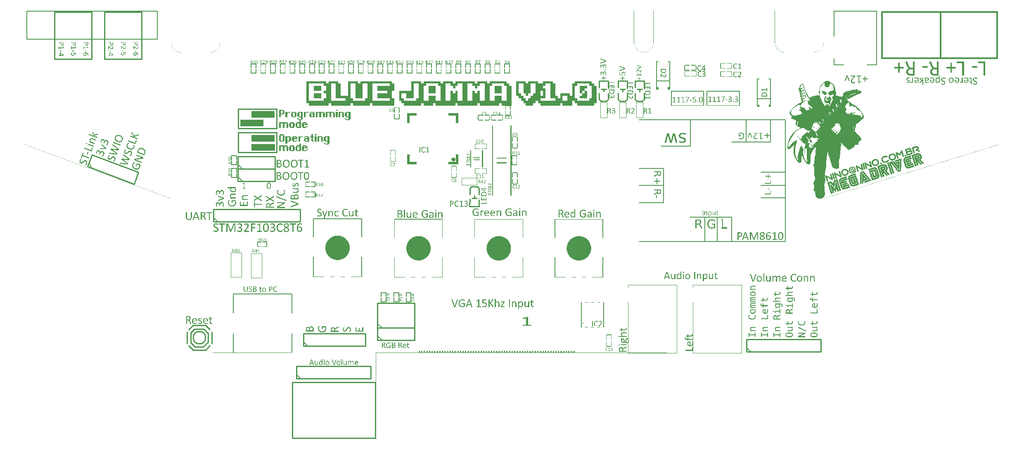
<source format=gto>
G04 MADE WITH FRITZING*
G04 WWW.FRITZING.ORG*
G04 DOUBLE SIDED*
G04 HOLES PLATED*
G04 CONTOUR ON CENTER OF CONTOUR VECTOR*
%ASAXBY*%
%FSLAX23Y23*%
%MOIN*%
%OFA0B0*%
%SFA1.0B1.0*%
%ADD10C,0.110401X0.0904013*%
%ADD11C,0.011920X0.0039196*%
%ADD12R,0.129921X0.059055X0.122047X0.051181*%
%ADD13C,0.003937*%
%ADD14R,0.090551X0.200787X0.082677X0.192913*%
%ADD15R,0.059055X0.129921X0.051181X0.122047*%
%ADD16R,0.469226X0.384648X0.445496X0.360918*%
%ADD17C,0.011865*%
%ADD18R,1.062992X0.235423X1.046628X0.219059*%
%ADD19C,0.008182*%
%ADD20R,0.309917X0.390551X0.292065X0.372699*%
%ADD21C,0.008926*%
%ADD22R,0.485376X0.386865X0.460828X0.362318*%
%ADD23C,0.012273*%
%ADD24C,0.010000*%
%ADD25C,0.005000*%
%ADD26C,0.008000*%
%ADD27C,0.006000*%
%ADD28C,0.002822*%
%ADD29C,0.012375*%
%ADD30C,0.022519*%
%ADD31C,0.012570*%
%ADD32C,0.008819*%
%ADD33C,0.007874*%
%ADD34C,0.003959*%
%ADD35C,0.007419*%
%ADD36C,0.007502*%
%ADD37R,0.001000X0.001000*%
%LNSILK1*%
G90*
G70*
G54D10*
X1412Y821D03*
G54D11*
X4515Y937D03*
G54D13*
X3529Y2110D02*
X3655Y2110D01*
X3655Y2055D01*
X3529Y2055D01*
X3529Y2110D01*
D02*
X1830Y1502D02*
X1916Y1502D01*
X1916Y1305D01*
X1830Y1305D01*
X1830Y1502D01*
D02*
X1668Y1506D02*
X1755Y1506D01*
X1755Y1309D01*
X1668Y1309D01*
X1668Y1506D01*
D02*
X4649Y2722D02*
X4704Y2722D01*
X4704Y2596D01*
X4649Y2596D01*
X4649Y2722D01*
D02*
X4802Y2722D02*
X4857Y2722D01*
X4857Y2596D01*
X4802Y2596D01*
X4802Y2722D01*
D02*
X4940Y2722D02*
X4995Y2722D01*
X4995Y2596D01*
X4940Y2596D01*
X4940Y2722D01*
D02*
G54D17*
X7398Y3450D02*
X7855Y3450D01*
X7855Y3077D01*
X7398Y3077D01*
X7398Y3450D01*
D02*
G54D19*
X19Y3456D02*
X1074Y3456D01*
X1074Y3229D01*
X19Y3229D01*
X19Y3456D01*
D02*
G54D21*
X646Y3450D02*
X947Y3450D01*
X947Y3069D01*
X646Y3069D01*
X646Y3450D01*
D02*
X244Y3450D02*
X545Y3450D01*
X545Y3069D01*
X244Y3069D01*
X244Y3450D01*
D02*
G54D23*
X6924Y3451D02*
X7397Y3451D01*
X7397Y3077D01*
X6924Y3077D01*
X6924Y3451D01*
D02*
G54D24*
X2253Y753D02*
X2753Y753D01*
D02*
X2753Y753D02*
X2753Y853D01*
D02*
X2753Y853D02*
X2253Y853D01*
D02*
X2253Y853D02*
X2253Y753D01*
G54D25*
D02*
X2288Y753D02*
X2253Y788D01*
G54D24*
D02*
X511Y2203D02*
X886Y2062D01*
D02*
X886Y2062D02*
X921Y2156D01*
D02*
X921Y2156D02*
X546Y2296D01*
D02*
X546Y2296D02*
X511Y2203D01*
G54D25*
D02*
X544Y2190D02*
X524Y2235D01*
G54D24*
D02*
X2851Y899D02*
X3151Y899D01*
D02*
X3151Y899D02*
X3151Y1099D01*
D02*
X3151Y1099D02*
X2851Y1099D01*
D02*
X2851Y1099D02*
X2851Y899D01*
G54D25*
D02*
X2886Y899D02*
X2851Y934D01*
G54D24*
D02*
X2851Y800D02*
X3151Y800D01*
D02*
X3151Y800D02*
X3151Y900D01*
D02*
X3151Y900D02*
X2851Y900D01*
D02*
X2851Y900D02*
X2851Y800D01*
G54D25*
D02*
X2886Y800D02*
X2851Y835D01*
G54D24*
D02*
X5829Y706D02*
X6429Y706D01*
D02*
X6429Y706D02*
X6429Y806D01*
D02*
X6429Y806D02*
X5829Y806D01*
D02*
X5829Y806D02*
X5829Y706D01*
G54D25*
D02*
X5864Y706D02*
X5829Y741D01*
G54D24*
D02*
X2196Y489D02*
X2796Y489D01*
D02*
X2796Y489D02*
X2796Y589D01*
D02*
X2796Y589D02*
X2196Y589D01*
D02*
X2196Y589D02*
X2196Y489D01*
G54D25*
D02*
X2231Y489D02*
X2196Y524D01*
G54D26*
D02*
X1686Y705D02*
X1686Y854D01*
D02*
X2159Y705D02*
X2159Y854D01*
D02*
X2159Y1019D02*
X2159Y1173D01*
D02*
X2159Y1173D02*
X1686Y1173D01*
D02*
X1686Y1173D02*
X1686Y1019D01*
D02*
X6537Y3024D02*
X6613Y3024D01*
D02*
X6537Y3024D02*
X6537Y3074D01*
D02*
X6879Y3024D02*
X6802Y3024D01*
G54D24*
D02*
X2832Y9D02*
X2832Y462D01*
D02*
X2832Y462D02*
X2163Y462D01*
D02*
X2163Y462D02*
X2163Y9D01*
D02*
X2163Y9D02*
X2832Y9D01*
D02*
X1526Y1757D02*
X2226Y1757D01*
D02*
X2226Y1757D02*
X2226Y1857D01*
D02*
X2226Y1857D02*
X1526Y1857D01*
D02*
X1526Y1857D02*
X1526Y1757D01*
G54D25*
D02*
X1561Y1757D02*
X1526Y1792D01*
G54D27*
D02*
X4496Y1105D02*
X4496Y905D01*
G54D24*
D02*
X1725Y2084D02*
X2025Y2084D01*
D02*
X2025Y2084D02*
X2025Y2184D01*
D02*
X2025Y2184D02*
X1725Y2184D01*
D02*
X1725Y2184D02*
X1725Y2084D01*
G54D25*
D02*
X1760Y2084D02*
X1725Y2119D01*
G54D24*
D02*
X1725Y2184D02*
X2025Y2184D01*
D02*
X2025Y2184D02*
X2025Y2284D01*
D02*
X2025Y2284D02*
X1725Y2284D01*
D02*
X1725Y2284D02*
X1725Y2184D01*
G54D25*
D02*
X1760Y2184D02*
X1725Y2219D01*
G36*
X6424Y2777D02*
X6426Y2786D01*
X6424Y2786D01*
X6424Y2777D01*
G37*
D02*
G36*
X6384Y2500D02*
X6379Y2504D01*
X6384Y2500D01*
G37*
D02*
G54D24*
X3596Y1939D02*
X3595Y1880D01*
D02*
X3670Y1933D02*
X3670Y1880D01*
D02*
X3595Y1880D02*
X3670Y1880D01*
D02*
X3670Y2027D02*
X3670Y2027D01*
X3657Y2041D01*
D02*
X3596Y2027D02*
X3596Y2027D01*
X3609Y2041D01*
D02*
X3596Y1978D02*
X3596Y2027D01*
D02*
X3670Y1978D02*
X3670Y2027D01*
D02*
X3609Y2041D02*
X3657Y2041D01*
D02*
X3613Y1947D02*
X3653Y1947D01*
D02*
X3633Y1947D02*
X3633Y1966D01*
D02*
G54D27*
X5103Y2840D02*
X5103Y3052D01*
D02*
X5210Y2840D02*
X5210Y3052D01*
D02*
X5103Y2893D02*
X5210Y2893D01*
D02*
X5103Y3052D02*
X5117Y3052D01*
D02*
X5210Y3052D02*
X5196Y3052D01*
D02*
X5918Y2698D02*
X5918Y2911D01*
D02*
X6025Y2698D02*
X6025Y2911D01*
D02*
X5918Y2752D02*
X6025Y2752D01*
D02*
X5918Y2911D02*
X5932Y2911D01*
D02*
X6025Y2911D02*
X6011Y2911D01*
D02*
G54D24*
X4867Y2834D02*
X4867Y2893D01*
D02*
X4793Y2840D02*
X4793Y2893D01*
D02*
X4867Y2893D02*
X4793Y2893D01*
D02*
X4792Y2746D02*
X4792Y2746D01*
X4806Y2732D01*
D02*
X4867Y2746D02*
X4867Y2746D01*
X4853Y2732D01*
D02*
X4867Y2795D02*
X4867Y2746D01*
D02*
X4792Y2795D02*
X4792Y2746D01*
D02*
X4853Y2732D02*
X4806Y2732D01*
D02*
X4849Y2826D02*
X4810Y2826D01*
D02*
X4829Y2826D02*
X4829Y2807D01*
D02*
X5005Y2834D02*
X5005Y2893D01*
D02*
X4930Y2840D02*
X4930Y2893D01*
D02*
X5005Y2893D02*
X4930Y2893D01*
D02*
X4930Y2746D02*
X4930Y2746D01*
X4944Y2732D01*
D02*
X5005Y2746D02*
X5005Y2746D01*
X4991Y2732D01*
D02*
X5005Y2795D02*
X5005Y2746D01*
D02*
X4930Y2795D02*
X4930Y2746D01*
D02*
X4991Y2732D02*
X4944Y2732D01*
D02*
X4987Y2826D02*
X4948Y2826D01*
D02*
X4967Y2826D02*
X4967Y2807D01*
D02*
X4714Y2834D02*
X4714Y2893D01*
D02*
X4639Y2840D02*
X4639Y2893D01*
D02*
X4714Y2893D02*
X4639Y2893D01*
D02*
X4639Y2746D02*
X4639Y2746D01*
X4652Y2732D01*
D02*
X4714Y2746D02*
X4714Y2746D01*
X4700Y2732D01*
D02*
X4714Y2795D02*
X4714Y2746D01*
D02*
X4639Y2795D02*
X4639Y2746D01*
D02*
X4700Y2732D02*
X4652Y2732D01*
D02*
X4696Y2826D02*
X4656Y2826D01*
D02*
X4676Y2826D02*
X4676Y2807D01*
D02*
G54D28*
X4874Y1227D02*
X4874Y1248D01*
X5268Y1248D01*
X5268Y697D01*
X4874Y697D01*
X4874Y1108D01*
D02*
X5398Y1227D02*
X5398Y1248D01*
X5791Y1248D01*
X5791Y697D01*
X5398Y697D01*
X5398Y1108D01*
D02*
G54D24*
X1373Y892D02*
X1448Y892D01*
X1483Y856D01*
X1483Y785D01*
X1444Y746D01*
X1377Y746D01*
X1342Y781D01*
X1342Y860D01*
X1373Y892D01*
D02*
X1463Y921D02*
X1498Y886D01*
D02*
X1513Y867D02*
X1513Y775D01*
D02*
X1498Y756D02*
X1463Y720D01*
D02*
X1312Y867D02*
X1312Y775D01*
D02*
X1327Y756D02*
X1362Y720D01*
D02*
X1362Y921D02*
X1327Y886D01*
D02*
X1362Y720D02*
X1463Y720D01*
D02*
X1362Y921D02*
X1463Y921D01*
D02*
G54D29*
G36*
X1722Y2671D02*
X2032Y2671D01*
X2032Y2661D01*
X1722Y2661D01*
G37*
D02*
G54D30*
G36*
X1834Y2650D02*
X2021Y2650D01*
X2021Y2596D01*
X1834Y2596D01*
G37*
D02*
G36*
X1742Y2580D02*
X1929Y2580D01*
X1929Y2526D01*
X1742Y2526D01*
G37*
D02*
G54D31*
G36*
X1722Y2513D02*
X2042Y2513D01*
X2042Y2503D01*
X1722Y2503D01*
G37*
D02*
G54D32*
G36*
X2032Y2671D02*
X2042Y2671D01*
X2042Y2513D01*
X2032Y2513D01*
G37*
D02*
G36*
X1722Y2671D02*
X1732Y2671D01*
X1732Y2513D01*
X1722Y2513D01*
G37*
D02*
G54D29*
G36*
X1722Y2479D02*
X2032Y2479D01*
X2032Y2469D01*
X1722Y2469D01*
G37*
D02*
G54D30*
G36*
X1834Y2458D02*
X2021Y2458D01*
X2021Y2404D01*
X1834Y2404D01*
G37*
D02*
G36*
X1835Y2385D02*
X2022Y2385D01*
X2022Y2331D01*
X1835Y2331D01*
G37*
D02*
G54D31*
G36*
X1722Y2321D02*
X2042Y2321D01*
X2042Y2311D01*
X1722Y2311D01*
G37*
D02*
G54D32*
G36*
X2032Y2479D02*
X2042Y2479D01*
X2042Y2321D01*
X2032Y2321D01*
G37*
D02*
G36*
X1722Y2479D02*
X1732Y2479D01*
X1732Y2321D01*
X1722Y2321D01*
G37*
D02*
G54D33*
X5494Y1793D02*
X5592Y1793D01*
X5592Y1596D01*
X5494Y1596D01*
D02*
G54D34*
X5473Y1848D02*
X5478Y1848D01*
X5478Y1809D01*
X5473Y1809D01*
D02*
G54D33*
X5828Y2581D02*
X6025Y2581D01*
X6025Y2399D01*
X5828Y2399D01*
D02*
X5375Y1793D02*
X5494Y1793D01*
X5494Y1596D01*
X5375Y1596D01*
D02*
X4962Y2581D02*
X6143Y2581D01*
X6143Y1596D01*
X4962Y1596D01*
D02*
G54D35*
X5626Y1775D02*
X5636Y1775D01*
X5636Y1711D01*
X5671Y1711D01*
X5671Y1703D01*
X5626Y1703D01*
D02*
G54D33*
X5592Y1793D02*
X5710Y1793D01*
X5710Y1596D01*
X5592Y1596D01*
D02*
X5946Y2049D02*
X6143Y2049D01*
X6143Y1951D01*
X5946Y1951D01*
D02*
G54D36*
X5946Y2158D02*
X6143Y2158D01*
X6143Y2049D01*
X5946Y2049D01*
D02*
G54D33*
X5710Y2581D02*
X5828Y2581D01*
X5828Y2399D01*
X5710Y2399D01*
D02*
X5141Y2581D02*
X5376Y2581D01*
X5376Y2368D01*
X5141Y2368D01*
D02*
X4962Y2187D02*
X5159Y2187D01*
X5159Y2051D01*
X4962Y2051D01*
D02*
X4962Y2051D02*
X5159Y2051D01*
X5159Y1911D01*
X4962Y1911D01*
D02*
G54D37*
X1Y3460D02*
X1187Y3460D01*
X1580Y3460D02*
X1650Y3460D01*
X1737Y3460D02*
X1807Y3460D01*
X1895Y3460D02*
X1965Y3460D01*
X2052Y3460D02*
X2122Y3460D01*
X2210Y3460D02*
X2280Y3460D01*
X2367Y3460D02*
X2437Y3460D01*
X2525Y3460D02*
X2595Y3460D01*
X2682Y3460D02*
X2752Y3460D01*
X2840Y3460D02*
X2910Y3460D01*
X2997Y3460D02*
X3067Y3460D01*
X3155Y3460D02*
X3225Y3460D01*
X3312Y3460D02*
X3382Y3460D01*
X3470Y3460D02*
X3540Y3460D01*
X3627Y3460D02*
X3697Y3460D01*
X3785Y3460D02*
X3855Y3460D01*
X3942Y3460D02*
X4012Y3460D01*
X4100Y3460D02*
X4170Y3460D01*
X4257Y3460D02*
X4327Y3460D01*
X4414Y3460D02*
X4485Y3460D01*
X4572Y3460D02*
X4642Y3460D01*
X4729Y3460D02*
X4800Y3460D01*
X4887Y3460D02*
X4922Y3460D01*
X5079Y3460D02*
X5113Y3460D01*
X5200Y3460D02*
X5272Y3460D01*
X5359Y3460D02*
X5429Y3460D01*
X5674Y3460D02*
X5744Y3460D01*
X5989Y3460D02*
X6060Y3460D01*
X6453Y3460D02*
X7874Y3460D01*
X1Y3459D02*
X2Y3459D01*
X1186Y3459D02*
X1187Y3459D01*
X1580Y3459D02*
X1581Y3459D01*
X4922Y3459D02*
X4922Y3459D01*
X5079Y3459D02*
X5080Y3459D01*
X6059Y3459D02*
X6060Y3459D01*
X6453Y3459D02*
X6454Y3459D01*
X6534Y3459D02*
X6883Y3459D01*
X7873Y3459D02*
X7874Y3459D01*
X1Y3458D02*
X1Y3458D01*
X1186Y3458D02*
X1187Y3458D01*
X1580Y3458D02*
X1580Y3458D01*
X4922Y3458D02*
X4922Y3458D01*
X5079Y3458D02*
X5079Y3458D01*
X6059Y3458D02*
X6060Y3458D01*
X6453Y3458D02*
X6453Y3458D01*
X6534Y3458D02*
X6883Y3458D01*
X7874Y3458D02*
X7874Y3458D01*
X1Y3457D02*
X1Y3457D01*
X1186Y3457D02*
X1187Y3457D01*
X1580Y3457D02*
X1580Y3457D01*
X4922Y3457D02*
X4922Y3457D01*
X5079Y3457D02*
X5079Y3457D01*
X6059Y3457D02*
X6060Y3457D01*
X6453Y3457D02*
X6453Y3457D01*
X6534Y3457D02*
X6883Y3457D01*
X7874Y3457D02*
X7874Y3457D01*
X1Y3456D02*
X1Y3456D01*
X1186Y3456D02*
X1187Y3456D01*
X1580Y3456D02*
X1580Y3456D01*
X4922Y3456D02*
X4922Y3456D01*
X5079Y3456D02*
X5079Y3456D01*
X6059Y3456D02*
X6060Y3456D01*
X6453Y3456D02*
X6453Y3456D01*
X6534Y3456D02*
X6883Y3456D01*
X7874Y3456D02*
X7874Y3456D01*
X1Y3455D02*
X1Y3455D01*
X1186Y3455D02*
X1187Y3455D01*
X1580Y3455D02*
X1580Y3455D01*
X4922Y3455D02*
X4922Y3455D01*
X5079Y3455D02*
X5079Y3455D01*
X6059Y3455D02*
X6060Y3455D01*
X6453Y3455D02*
X6453Y3455D01*
X6534Y3455D02*
X6883Y3455D01*
X7874Y3455D02*
X7874Y3455D01*
X1Y3454D02*
X1Y3454D01*
X1186Y3454D02*
X1187Y3454D01*
X1580Y3454D02*
X1580Y3454D01*
X4922Y3454D02*
X4922Y3454D01*
X5079Y3454D02*
X5079Y3454D01*
X6059Y3454D02*
X6060Y3454D01*
X6453Y3454D02*
X6453Y3454D01*
X6534Y3454D02*
X6883Y3454D01*
X7874Y3454D02*
X7874Y3454D01*
X1Y3453D02*
X1Y3453D01*
X1186Y3453D02*
X1187Y3453D01*
X1580Y3453D02*
X1580Y3453D01*
X4922Y3453D02*
X4922Y3453D01*
X5079Y3453D02*
X5079Y3453D01*
X6059Y3453D02*
X6060Y3453D01*
X6453Y3453D02*
X6453Y3453D01*
X6534Y3453D02*
X6541Y3453D01*
X6876Y3453D02*
X6883Y3453D01*
X7874Y3453D02*
X7874Y3453D01*
X1Y3452D02*
X1Y3452D01*
X1186Y3452D02*
X1187Y3452D01*
X1580Y3452D02*
X1580Y3452D01*
X4922Y3452D02*
X4922Y3452D01*
X5079Y3452D02*
X5079Y3452D01*
X6059Y3452D02*
X6060Y3452D01*
X6453Y3452D02*
X6453Y3452D01*
X6534Y3452D02*
X6541Y3452D01*
X6876Y3452D02*
X6883Y3452D01*
X7874Y3452D02*
X7874Y3452D01*
X1Y3451D02*
X1Y3451D01*
X1186Y3451D02*
X1187Y3451D01*
X1580Y3451D02*
X1580Y3451D01*
X4922Y3451D02*
X4922Y3451D01*
X5079Y3451D02*
X5079Y3451D01*
X6059Y3451D02*
X6060Y3451D01*
X6453Y3451D02*
X6453Y3451D01*
X6534Y3451D02*
X6541Y3451D01*
X6876Y3451D02*
X6883Y3451D01*
X7874Y3451D02*
X7874Y3451D01*
X1Y3450D02*
X1Y3450D01*
X1186Y3450D02*
X1187Y3450D01*
X1580Y3450D02*
X1580Y3450D01*
X4922Y3450D02*
X4922Y3450D01*
X5079Y3450D02*
X5079Y3450D01*
X6059Y3450D02*
X6060Y3450D01*
X6453Y3450D02*
X6453Y3450D01*
X6534Y3450D02*
X6541Y3450D01*
X6876Y3450D02*
X6883Y3450D01*
X7874Y3450D02*
X7874Y3450D01*
X1Y3449D02*
X1Y3449D01*
X1186Y3449D02*
X1187Y3449D01*
X1580Y3449D02*
X1580Y3449D01*
X4922Y3449D02*
X4922Y3449D01*
X5079Y3449D02*
X5079Y3449D01*
X6059Y3449D02*
X6060Y3449D01*
X6453Y3449D02*
X6453Y3449D01*
X6534Y3449D02*
X6541Y3449D01*
X6876Y3449D02*
X6883Y3449D01*
X7874Y3449D02*
X7874Y3449D01*
X1Y3448D02*
X1Y3448D01*
X1186Y3448D02*
X1187Y3448D01*
X1580Y3448D02*
X1580Y3448D01*
X4922Y3448D02*
X4922Y3448D01*
X5079Y3448D02*
X5079Y3448D01*
X6059Y3448D02*
X6060Y3448D01*
X6453Y3448D02*
X6453Y3448D01*
X6534Y3448D02*
X6541Y3448D01*
X6876Y3448D02*
X6883Y3448D01*
X7874Y3448D02*
X7874Y3448D01*
X1Y3447D02*
X1Y3447D01*
X1186Y3447D02*
X1187Y3447D01*
X1580Y3447D02*
X1580Y3447D01*
X4922Y3447D02*
X4922Y3447D01*
X5079Y3447D02*
X5079Y3447D01*
X6059Y3447D02*
X6060Y3447D01*
X6453Y3447D02*
X6453Y3447D01*
X6534Y3447D02*
X6541Y3447D01*
X6876Y3447D02*
X6883Y3447D01*
X7874Y3447D02*
X7874Y3447D01*
X1Y3446D02*
X1Y3446D01*
X1186Y3446D02*
X1187Y3446D01*
X1580Y3446D02*
X1580Y3446D01*
X4922Y3446D02*
X4922Y3446D01*
X5079Y3446D02*
X5079Y3446D01*
X6059Y3446D02*
X6060Y3446D01*
X6453Y3446D02*
X6453Y3446D01*
X6534Y3446D02*
X6541Y3446D01*
X6876Y3446D02*
X6883Y3446D01*
X7874Y3446D02*
X7874Y3446D01*
X1Y3445D02*
X1Y3445D01*
X1186Y3445D02*
X1187Y3445D01*
X1580Y3445D02*
X1580Y3445D01*
X4922Y3445D02*
X4922Y3445D01*
X5079Y3445D02*
X5079Y3445D01*
X6059Y3445D02*
X6060Y3445D01*
X6453Y3445D02*
X6453Y3445D01*
X6534Y3445D02*
X6541Y3445D01*
X6876Y3445D02*
X6883Y3445D01*
X7874Y3445D02*
X7874Y3445D01*
X1Y3444D02*
X1Y3444D01*
X1186Y3444D02*
X1187Y3444D01*
X1580Y3444D02*
X1580Y3444D01*
X4922Y3444D02*
X4922Y3444D01*
X5079Y3444D02*
X5079Y3444D01*
X6059Y3444D02*
X6060Y3444D01*
X6453Y3444D02*
X6453Y3444D01*
X6534Y3444D02*
X6541Y3444D01*
X6876Y3444D02*
X6883Y3444D01*
X7874Y3444D02*
X7874Y3444D01*
X1Y3443D02*
X1Y3443D01*
X1186Y3443D02*
X1187Y3443D01*
X1580Y3443D02*
X1580Y3443D01*
X4922Y3443D02*
X4922Y3443D01*
X5079Y3443D02*
X5079Y3443D01*
X6059Y3443D02*
X6060Y3443D01*
X6453Y3443D02*
X6453Y3443D01*
X6534Y3443D02*
X6541Y3443D01*
X6876Y3443D02*
X6883Y3443D01*
X7874Y3443D02*
X7874Y3443D01*
X1Y3442D02*
X1Y3442D01*
X1186Y3442D02*
X1187Y3442D01*
X1580Y3442D02*
X1580Y3442D01*
X4922Y3442D02*
X4922Y3442D01*
X5079Y3442D02*
X5079Y3442D01*
X6059Y3442D02*
X6060Y3442D01*
X6453Y3442D02*
X6453Y3442D01*
X6534Y3442D02*
X6541Y3442D01*
X6876Y3442D02*
X6883Y3442D01*
X7874Y3442D02*
X7874Y3442D01*
X1Y3441D02*
X1Y3441D01*
X1186Y3441D02*
X1187Y3441D01*
X1580Y3441D02*
X1580Y3441D01*
X4922Y3441D02*
X4922Y3441D01*
X5079Y3441D02*
X5079Y3441D01*
X6059Y3441D02*
X6060Y3441D01*
X6453Y3441D02*
X6453Y3441D01*
X6534Y3441D02*
X6541Y3441D01*
X6876Y3441D02*
X6883Y3441D01*
X7874Y3441D02*
X7874Y3441D01*
X1Y3440D02*
X1Y3440D01*
X1186Y3440D02*
X1187Y3440D01*
X1580Y3440D02*
X1580Y3440D01*
X4922Y3440D02*
X4922Y3440D01*
X5079Y3440D02*
X5079Y3440D01*
X6059Y3440D02*
X6060Y3440D01*
X6453Y3440D02*
X6453Y3440D01*
X6534Y3440D02*
X6541Y3440D01*
X6876Y3440D02*
X6883Y3440D01*
X7874Y3440D02*
X7874Y3440D01*
X1Y3439D02*
X1Y3439D01*
X1186Y3439D02*
X1187Y3439D01*
X1580Y3439D02*
X1580Y3439D01*
X4922Y3439D02*
X4922Y3439D01*
X5079Y3439D02*
X5079Y3439D01*
X6059Y3439D02*
X6060Y3439D01*
X6453Y3439D02*
X6453Y3439D01*
X6534Y3439D02*
X6541Y3439D01*
X6876Y3439D02*
X6883Y3439D01*
X7874Y3439D02*
X7874Y3439D01*
X1Y3438D02*
X1Y3438D01*
X1186Y3438D02*
X1187Y3438D01*
X1580Y3438D02*
X1580Y3438D01*
X4922Y3438D02*
X4922Y3438D01*
X5079Y3438D02*
X5079Y3438D01*
X6059Y3438D02*
X6060Y3438D01*
X6453Y3438D02*
X6453Y3438D01*
X6534Y3438D02*
X6541Y3438D01*
X6876Y3438D02*
X6883Y3438D01*
X7874Y3438D02*
X7874Y3438D01*
X1Y3437D02*
X1Y3437D01*
X1186Y3437D02*
X1187Y3437D01*
X1580Y3437D02*
X1580Y3437D01*
X4922Y3437D02*
X4922Y3437D01*
X5079Y3437D02*
X5079Y3437D01*
X6059Y3437D02*
X6060Y3437D01*
X6453Y3437D02*
X6453Y3437D01*
X6534Y3437D02*
X6541Y3437D01*
X6876Y3437D02*
X6883Y3437D01*
X7874Y3437D02*
X7874Y3437D01*
X1Y3436D02*
X1Y3436D01*
X1186Y3436D02*
X1187Y3436D01*
X1580Y3436D02*
X1580Y3436D01*
X4922Y3436D02*
X4922Y3436D01*
X5079Y3436D02*
X5079Y3436D01*
X6059Y3436D02*
X6060Y3436D01*
X6453Y3436D02*
X6453Y3436D01*
X6534Y3436D02*
X6541Y3436D01*
X6876Y3436D02*
X6883Y3436D01*
X7874Y3436D02*
X7874Y3436D01*
X1Y3435D02*
X1Y3435D01*
X1186Y3435D02*
X1187Y3435D01*
X1580Y3435D02*
X1580Y3435D01*
X4922Y3435D02*
X4922Y3435D01*
X5079Y3435D02*
X5079Y3435D01*
X6059Y3435D02*
X6060Y3435D01*
X6453Y3435D02*
X6453Y3435D01*
X6534Y3435D02*
X6541Y3435D01*
X6876Y3435D02*
X6883Y3435D01*
X7874Y3435D02*
X7874Y3435D01*
X1Y3434D02*
X1Y3434D01*
X1186Y3434D02*
X1187Y3434D01*
X1580Y3434D02*
X1580Y3434D01*
X4922Y3434D02*
X4922Y3434D01*
X5079Y3434D02*
X5079Y3434D01*
X6059Y3434D02*
X6060Y3434D01*
X6453Y3434D02*
X6453Y3434D01*
X6534Y3434D02*
X6541Y3434D01*
X6876Y3434D02*
X6883Y3434D01*
X7874Y3434D02*
X7874Y3434D01*
X1Y3433D02*
X1Y3433D01*
X1186Y3433D02*
X1187Y3433D01*
X1580Y3433D02*
X1580Y3433D01*
X4922Y3433D02*
X4922Y3433D01*
X5079Y3433D02*
X5079Y3433D01*
X6059Y3433D02*
X6060Y3433D01*
X6453Y3433D02*
X6453Y3433D01*
X6534Y3433D02*
X6541Y3433D01*
X6876Y3433D02*
X6883Y3433D01*
X7874Y3433D02*
X7874Y3433D01*
X1Y3432D02*
X1Y3432D01*
X1186Y3432D02*
X1187Y3432D01*
X1580Y3432D02*
X1580Y3432D01*
X4922Y3432D02*
X4922Y3432D01*
X5079Y3432D02*
X5079Y3432D01*
X6059Y3432D02*
X6060Y3432D01*
X6453Y3432D02*
X6453Y3432D01*
X6534Y3432D02*
X6541Y3432D01*
X6876Y3432D02*
X6883Y3432D01*
X7874Y3432D02*
X7874Y3432D01*
X1Y3431D02*
X1Y3431D01*
X1186Y3431D02*
X1187Y3431D01*
X1580Y3431D02*
X1580Y3431D01*
X4922Y3431D02*
X4922Y3431D01*
X5079Y3431D02*
X5079Y3431D01*
X6059Y3431D02*
X6060Y3431D01*
X6453Y3431D02*
X6453Y3431D01*
X6534Y3431D02*
X6541Y3431D01*
X6876Y3431D02*
X6883Y3431D01*
X7874Y3431D02*
X7874Y3431D01*
X1Y3430D02*
X1Y3430D01*
X1186Y3430D02*
X1187Y3430D01*
X1580Y3430D02*
X1580Y3430D01*
X4922Y3430D02*
X4922Y3430D01*
X5079Y3430D02*
X5079Y3430D01*
X6059Y3430D02*
X6060Y3430D01*
X6453Y3430D02*
X6453Y3430D01*
X6534Y3430D02*
X6541Y3430D01*
X6876Y3430D02*
X6883Y3430D01*
X7874Y3430D02*
X7874Y3430D01*
X1Y3429D02*
X1Y3429D01*
X1186Y3429D02*
X1187Y3429D01*
X1580Y3429D02*
X1580Y3429D01*
X4922Y3429D02*
X4922Y3429D01*
X5079Y3429D02*
X5079Y3429D01*
X6059Y3429D02*
X6060Y3429D01*
X6453Y3429D02*
X6453Y3429D01*
X6534Y3429D02*
X6541Y3429D01*
X6876Y3429D02*
X6883Y3429D01*
X7874Y3429D02*
X7874Y3429D01*
X1Y3428D02*
X1Y3428D01*
X1186Y3428D02*
X1187Y3428D01*
X1580Y3428D02*
X1580Y3428D01*
X4922Y3428D02*
X4922Y3428D01*
X5079Y3428D02*
X5079Y3428D01*
X6059Y3428D02*
X6060Y3428D01*
X6453Y3428D02*
X6453Y3428D01*
X6534Y3428D02*
X6541Y3428D01*
X6876Y3428D02*
X6883Y3428D01*
X7874Y3428D02*
X7874Y3428D01*
X1Y3427D02*
X1Y3427D01*
X1186Y3427D02*
X1187Y3427D01*
X1580Y3427D02*
X1580Y3427D01*
X4922Y3427D02*
X4922Y3427D01*
X5079Y3427D02*
X5079Y3427D01*
X6059Y3427D02*
X6060Y3427D01*
X6453Y3427D02*
X6453Y3427D01*
X6534Y3427D02*
X6541Y3427D01*
X6876Y3427D02*
X6883Y3427D01*
X7874Y3427D02*
X7874Y3427D01*
X1Y3426D02*
X1Y3426D01*
X1186Y3426D02*
X1187Y3426D01*
X1580Y3426D02*
X1580Y3426D01*
X4922Y3426D02*
X4922Y3426D01*
X5079Y3426D02*
X5079Y3426D01*
X6059Y3426D02*
X6060Y3426D01*
X6453Y3426D02*
X6453Y3426D01*
X6534Y3426D02*
X6541Y3426D01*
X6876Y3426D02*
X6883Y3426D01*
X7874Y3426D02*
X7874Y3426D01*
X1Y3425D02*
X1Y3425D01*
X1186Y3425D02*
X1187Y3425D01*
X1580Y3425D02*
X1580Y3425D01*
X4922Y3425D02*
X4922Y3425D01*
X5079Y3425D02*
X5079Y3425D01*
X6059Y3425D02*
X6060Y3425D01*
X6453Y3425D02*
X6453Y3425D01*
X6534Y3425D02*
X6541Y3425D01*
X6876Y3425D02*
X6883Y3425D01*
X7874Y3425D02*
X7874Y3425D01*
X1Y3424D02*
X1Y3424D01*
X1186Y3424D02*
X1187Y3424D01*
X1580Y3424D02*
X1580Y3424D01*
X4922Y3424D02*
X4922Y3424D01*
X5079Y3424D02*
X5079Y3424D01*
X6059Y3424D02*
X6060Y3424D01*
X6453Y3424D02*
X6453Y3424D01*
X6534Y3424D02*
X6541Y3424D01*
X6876Y3424D02*
X6883Y3424D01*
X7874Y3424D02*
X7874Y3424D01*
X1Y3423D02*
X1Y3423D01*
X1186Y3423D02*
X1187Y3423D01*
X1580Y3423D02*
X1580Y3423D01*
X4922Y3423D02*
X4922Y3423D01*
X5079Y3423D02*
X5079Y3423D01*
X6059Y3423D02*
X6060Y3423D01*
X6453Y3423D02*
X6453Y3423D01*
X6534Y3423D02*
X6541Y3423D01*
X6876Y3423D02*
X6883Y3423D01*
X7874Y3423D02*
X7874Y3423D01*
X1Y3422D02*
X1Y3422D01*
X1186Y3422D02*
X1187Y3422D01*
X1580Y3422D02*
X1580Y3422D01*
X4922Y3422D02*
X4922Y3422D01*
X5079Y3422D02*
X5079Y3422D01*
X6059Y3422D02*
X6060Y3422D01*
X6453Y3422D02*
X6453Y3422D01*
X6534Y3422D02*
X6541Y3422D01*
X6876Y3422D02*
X6883Y3422D01*
X7874Y3422D02*
X7874Y3422D01*
X1Y3421D02*
X1Y3421D01*
X1186Y3421D02*
X1187Y3421D01*
X1580Y3421D02*
X1580Y3421D01*
X4922Y3421D02*
X4922Y3421D01*
X5079Y3421D02*
X5079Y3421D01*
X6059Y3421D02*
X6060Y3421D01*
X6453Y3421D02*
X6453Y3421D01*
X6534Y3421D02*
X6541Y3421D01*
X6876Y3421D02*
X6883Y3421D01*
X7874Y3421D02*
X7874Y3421D01*
X1Y3420D02*
X1Y3420D01*
X1186Y3420D02*
X1187Y3420D01*
X1580Y3420D02*
X1580Y3420D01*
X4922Y3420D02*
X4922Y3420D01*
X5079Y3420D02*
X5079Y3420D01*
X6059Y3420D02*
X6060Y3420D01*
X6453Y3420D02*
X6453Y3420D01*
X6534Y3420D02*
X6541Y3420D01*
X6876Y3420D02*
X6883Y3420D01*
X7874Y3420D02*
X7874Y3420D01*
X1Y3419D02*
X1Y3419D01*
X1186Y3419D02*
X1187Y3419D01*
X1580Y3419D02*
X1580Y3419D01*
X4922Y3419D02*
X4922Y3419D01*
X5079Y3419D02*
X5079Y3419D01*
X6059Y3419D02*
X6060Y3419D01*
X6453Y3419D02*
X6453Y3419D01*
X6534Y3419D02*
X6541Y3419D01*
X6876Y3419D02*
X6883Y3419D01*
X7874Y3419D02*
X7874Y3419D01*
X1Y3418D02*
X1Y3418D01*
X1186Y3418D02*
X1187Y3418D01*
X1580Y3418D02*
X1580Y3418D01*
X4922Y3418D02*
X4922Y3418D01*
X5079Y3418D02*
X5079Y3418D01*
X6059Y3418D02*
X6060Y3418D01*
X6453Y3418D02*
X6453Y3418D01*
X6534Y3418D02*
X6541Y3418D01*
X6876Y3418D02*
X6883Y3418D01*
X7874Y3418D02*
X7874Y3418D01*
X1Y3417D02*
X1Y3417D01*
X1186Y3417D02*
X1187Y3417D01*
X1580Y3417D02*
X1580Y3417D01*
X4922Y3417D02*
X4922Y3417D01*
X5079Y3417D02*
X5079Y3417D01*
X6059Y3417D02*
X6060Y3417D01*
X6453Y3417D02*
X6453Y3417D01*
X6534Y3417D02*
X6541Y3417D01*
X6876Y3417D02*
X6883Y3417D01*
X7874Y3417D02*
X7874Y3417D01*
X1Y3416D02*
X1Y3416D01*
X1186Y3416D02*
X1187Y3416D01*
X1580Y3416D02*
X1580Y3416D01*
X4922Y3416D02*
X4922Y3416D01*
X5079Y3416D02*
X5079Y3416D01*
X6059Y3416D02*
X6060Y3416D01*
X6453Y3416D02*
X6453Y3416D01*
X6534Y3416D02*
X6541Y3416D01*
X6876Y3416D02*
X6883Y3416D01*
X7874Y3416D02*
X7874Y3416D01*
X1Y3415D02*
X1Y3415D01*
X1186Y3415D02*
X1187Y3415D01*
X1580Y3415D02*
X1580Y3415D01*
X4922Y3415D02*
X4922Y3415D01*
X5079Y3415D02*
X5079Y3415D01*
X6059Y3415D02*
X6060Y3415D01*
X6453Y3415D02*
X6453Y3415D01*
X6534Y3415D02*
X6541Y3415D01*
X6876Y3415D02*
X6883Y3415D01*
X7874Y3415D02*
X7874Y3415D01*
X1Y3414D02*
X1Y3414D01*
X1186Y3414D02*
X1187Y3414D01*
X1580Y3414D02*
X1580Y3414D01*
X4922Y3414D02*
X4922Y3414D01*
X5079Y3414D02*
X5079Y3414D01*
X6059Y3414D02*
X6060Y3414D01*
X6453Y3414D02*
X6453Y3414D01*
X6534Y3414D02*
X6541Y3414D01*
X6876Y3414D02*
X6883Y3414D01*
X7874Y3414D02*
X7874Y3414D01*
X1Y3413D02*
X1Y3413D01*
X1186Y3413D02*
X1187Y3413D01*
X1580Y3413D02*
X1580Y3413D01*
X4922Y3413D02*
X4922Y3413D01*
X5079Y3413D02*
X5079Y3413D01*
X6059Y3413D02*
X6060Y3413D01*
X6453Y3413D02*
X6453Y3413D01*
X6534Y3413D02*
X6541Y3413D01*
X6876Y3413D02*
X6883Y3413D01*
X7874Y3413D02*
X7874Y3413D01*
X1Y3412D02*
X1Y3412D01*
X1186Y3412D02*
X1187Y3412D01*
X1580Y3412D02*
X1580Y3412D01*
X4922Y3412D02*
X4922Y3412D01*
X5079Y3412D02*
X5079Y3412D01*
X6059Y3412D02*
X6060Y3412D01*
X6453Y3412D02*
X6453Y3412D01*
X6534Y3412D02*
X6541Y3412D01*
X6876Y3412D02*
X6883Y3412D01*
X7874Y3412D02*
X7874Y3412D01*
X1Y3411D02*
X1Y3411D01*
X1186Y3411D02*
X1187Y3411D01*
X1580Y3411D02*
X1580Y3411D01*
X4922Y3411D02*
X4922Y3411D01*
X5079Y3411D02*
X5079Y3411D01*
X6059Y3411D02*
X6060Y3411D01*
X6453Y3411D02*
X6453Y3411D01*
X6534Y3411D02*
X6541Y3411D01*
X6876Y3411D02*
X6883Y3411D01*
X7874Y3411D02*
X7874Y3411D01*
X1Y3410D02*
X1Y3410D01*
X1186Y3410D02*
X1187Y3410D01*
X1580Y3410D02*
X1580Y3410D01*
X4922Y3410D02*
X4922Y3410D01*
X5079Y3410D02*
X5079Y3410D01*
X6059Y3410D02*
X6060Y3410D01*
X6453Y3410D02*
X6453Y3410D01*
X6534Y3410D02*
X6541Y3410D01*
X6876Y3410D02*
X6883Y3410D01*
X7874Y3410D02*
X7874Y3410D01*
X1Y3409D02*
X1Y3409D01*
X1186Y3409D02*
X1187Y3409D01*
X1580Y3409D02*
X1580Y3409D01*
X4922Y3409D02*
X4922Y3409D01*
X5079Y3409D02*
X5079Y3409D01*
X6059Y3409D02*
X6060Y3409D01*
X6453Y3409D02*
X6453Y3409D01*
X6534Y3409D02*
X6541Y3409D01*
X6876Y3409D02*
X6883Y3409D01*
X7874Y3409D02*
X7874Y3409D01*
X1Y3408D02*
X1Y3408D01*
X1186Y3408D02*
X1187Y3408D01*
X1580Y3408D02*
X1580Y3408D01*
X4922Y3408D02*
X4922Y3408D01*
X5079Y3408D02*
X5079Y3408D01*
X6059Y3408D02*
X6060Y3408D01*
X6453Y3408D02*
X6453Y3408D01*
X6534Y3408D02*
X6541Y3408D01*
X6876Y3408D02*
X6883Y3408D01*
X7874Y3408D02*
X7874Y3408D01*
X1Y3407D02*
X1Y3407D01*
X1186Y3407D02*
X1187Y3407D01*
X1580Y3407D02*
X1580Y3407D01*
X4922Y3407D02*
X4922Y3407D01*
X5079Y3407D02*
X5079Y3407D01*
X6059Y3407D02*
X6060Y3407D01*
X6453Y3407D02*
X6453Y3407D01*
X6534Y3407D02*
X6541Y3407D01*
X6876Y3407D02*
X6883Y3407D01*
X7874Y3407D02*
X7874Y3407D01*
X1Y3406D02*
X1Y3406D01*
X1186Y3406D02*
X1187Y3406D01*
X1580Y3406D02*
X1580Y3406D01*
X4922Y3406D02*
X4922Y3406D01*
X5079Y3406D02*
X5079Y3406D01*
X6059Y3406D02*
X6060Y3406D01*
X6453Y3406D02*
X6453Y3406D01*
X6534Y3406D02*
X6541Y3406D01*
X6876Y3406D02*
X6883Y3406D01*
X7874Y3406D02*
X7874Y3406D01*
X1Y3405D02*
X1Y3405D01*
X1186Y3405D02*
X1187Y3405D01*
X1580Y3405D02*
X1580Y3405D01*
X4922Y3405D02*
X4922Y3405D01*
X5079Y3405D02*
X5079Y3405D01*
X6059Y3405D02*
X6060Y3405D01*
X6453Y3405D02*
X6453Y3405D01*
X6534Y3405D02*
X6541Y3405D01*
X6876Y3405D02*
X6883Y3405D01*
X7874Y3405D02*
X7874Y3405D01*
X1Y3404D02*
X1Y3404D01*
X1186Y3404D02*
X1187Y3404D01*
X1580Y3404D02*
X1580Y3404D01*
X4922Y3404D02*
X4922Y3404D01*
X5079Y3404D02*
X5079Y3404D01*
X6059Y3404D02*
X6060Y3404D01*
X6453Y3404D02*
X6453Y3404D01*
X6534Y3404D02*
X6541Y3404D01*
X6876Y3404D02*
X6883Y3404D01*
X7874Y3404D02*
X7874Y3404D01*
X1Y3403D02*
X1Y3403D01*
X1186Y3403D02*
X1187Y3403D01*
X1580Y3403D02*
X1580Y3403D01*
X4922Y3403D02*
X4922Y3403D01*
X5079Y3403D02*
X5079Y3403D01*
X6059Y3403D02*
X6060Y3403D01*
X6453Y3403D02*
X6453Y3403D01*
X6534Y3403D02*
X6541Y3403D01*
X6876Y3403D02*
X6883Y3403D01*
X7874Y3403D02*
X7874Y3403D01*
X1Y3402D02*
X1Y3402D01*
X1186Y3402D02*
X1187Y3402D01*
X1580Y3402D02*
X1580Y3402D01*
X4922Y3402D02*
X4922Y3402D01*
X5079Y3402D02*
X5079Y3402D01*
X6059Y3402D02*
X6060Y3402D01*
X6453Y3402D02*
X6453Y3402D01*
X6534Y3402D02*
X6541Y3402D01*
X6876Y3402D02*
X6883Y3402D01*
X7874Y3402D02*
X7874Y3402D01*
X1Y3401D02*
X1Y3401D01*
X1186Y3401D02*
X1187Y3401D01*
X1580Y3401D02*
X1580Y3401D01*
X4922Y3401D02*
X4922Y3401D01*
X5079Y3401D02*
X5079Y3401D01*
X6059Y3401D02*
X6060Y3401D01*
X6453Y3401D02*
X6453Y3401D01*
X6534Y3401D02*
X6541Y3401D01*
X6876Y3401D02*
X6883Y3401D01*
X7874Y3401D02*
X7874Y3401D01*
X1Y3400D02*
X1Y3400D01*
X1186Y3400D02*
X1187Y3400D01*
X1580Y3400D02*
X1580Y3400D01*
X4922Y3400D02*
X4922Y3400D01*
X5079Y3400D02*
X5079Y3400D01*
X6059Y3400D02*
X6060Y3400D01*
X6453Y3400D02*
X6453Y3400D01*
X6534Y3400D02*
X6541Y3400D01*
X6876Y3400D02*
X6883Y3400D01*
X7874Y3400D02*
X7874Y3400D01*
X1Y3399D02*
X1Y3399D01*
X1186Y3399D02*
X1187Y3399D01*
X1580Y3399D02*
X1580Y3399D01*
X4922Y3399D02*
X4922Y3399D01*
X5079Y3399D02*
X5079Y3399D01*
X6059Y3399D02*
X6060Y3399D01*
X6453Y3399D02*
X6453Y3399D01*
X6534Y3399D02*
X6541Y3399D01*
X6876Y3399D02*
X6883Y3399D01*
X7874Y3399D02*
X7874Y3399D01*
X1Y3398D02*
X1Y3398D01*
X1186Y3398D02*
X1187Y3398D01*
X1580Y3398D02*
X1580Y3398D01*
X4922Y3398D02*
X4922Y3398D01*
X5079Y3398D02*
X5079Y3398D01*
X6059Y3398D02*
X6060Y3398D01*
X6453Y3398D02*
X6453Y3398D01*
X6534Y3398D02*
X6541Y3398D01*
X6876Y3398D02*
X6883Y3398D01*
X7874Y3398D02*
X7874Y3398D01*
X1Y3397D02*
X1Y3397D01*
X1186Y3397D02*
X1187Y3397D01*
X1580Y3397D02*
X1580Y3397D01*
X4922Y3397D02*
X4922Y3397D01*
X5079Y3397D02*
X5079Y3397D01*
X6059Y3397D02*
X6060Y3397D01*
X6453Y3397D02*
X6453Y3397D01*
X6534Y3397D02*
X6541Y3397D01*
X6876Y3397D02*
X6883Y3397D01*
X7874Y3397D02*
X7874Y3397D01*
X1Y3396D02*
X1Y3396D01*
X1186Y3396D02*
X1187Y3396D01*
X1580Y3396D02*
X1580Y3396D01*
X4922Y3396D02*
X4922Y3396D01*
X5079Y3396D02*
X5079Y3396D01*
X6059Y3396D02*
X6060Y3396D01*
X6453Y3396D02*
X6453Y3396D01*
X6534Y3396D02*
X6541Y3396D01*
X6876Y3396D02*
X6883Y3396D01*
X7874Y3396D02*
X7874Y3396D01*
X1Y3395D02*
X1Y3395D01*
X1186Y3395D02*
X1187Y3395D01*
X1580Y3395D02*
X1580Y3395D01*
X4922Y3395D02*
X4922Y3395D01*
X5079Y3395D02*
X5079Y3395D01*
X6059Y3395D02*
X6060Y3395D01*
X6453Y3395D02*
X6453Y3395D01*
X6534Y3395D02*
X6541Y3395D01*
X6876Y3395D02*
X6883Y3395D01*
X7874Y3395D02*
X7874Y3395D01*
X1Y3394D02*
X1Y3394D01*
X1186Y3394D02*
X1187Y3394D01*
X1580Y3394D02*
X1580Y3394D01*
X4922Y3394D02*
X4922Y3394D01*
X5079Y3394D02*
X5079Y3394D01*
X6059Y3394D02*
X6060Y3394D01*
X6453Y3394D02*
X6453Y3394D01*
X6534Y3394D02*
X6541Y3394D01*
X6876Y3394D02*
X6883Y3394D01*
X7874Y3394D02*
X7874Y3394D01*
X1Y3393D02*
X1Y3393D01*
X1186Y3393D02*
X1187Y3393D01*
X1580Y3393D02*
X1580Y3393D01*
X4922Y3393D02*
X4922Y3393D01*
X5079Y3393D02*
X5079Y3393D01*
X6059Y3393D02*
X6060Y3393D01*
X6453Y3393D02*
X6453Y3393D01*
X6534Y3393D02*
X6541Y3393D01*
X6876Y3393D02*
X6883Y3393D01*
X7874Y3393D02*
X7874Y3393D01*
X1Y3392D02*
X1Y3392D01*
X1186Y3392D02*
X1187Y3392D01*
X1580Y3392D02*
X1580Y3392D01*
X4922Y3392D02*
X4922Y3392D01*
X5079Y3392D02*
X5079Y3392D01*
X6059Y3392D02*
X6060Y3392D01*
X6453Y3392D02*
X6453Y3392D01*
X6534Y3392D02*
X6541Y3392D01*
X6876Y3392D02*
X6883Y3392D01*
X7874Y3392D02*
X7874Y3392D01*
X1Y3391D02*
X1Y3391D01*
X1186Y3391D02*
X1187Y3391D01*
X1580Y3391D02*
X1580Y3391D01*
X4922Y3391D02*
X4922Y3391D01*
X5079Y3391D02*
X5079Y3391D01*
X6059Y3391D02*
X6060Y3391D01*
X6453Y3391D02*
X6453Y3391D01*
X6534Y3391D02*
X6541Y3391D01*
X6876Y3391D02*
X6883Y3391D01*
X7874Y3391D02*
X7874Y3391D01*
X1Y3390D02*
X1Y3390D01*
X1186Y3390D02*
X1187Y3390D01*
X1580Y3390D02*
X1580Y3390D01*
X4922Y3390D02*
X4922Y3390D01*
X5079Y3390D02*
X5079Y3390D01*
X6059Y3390D02*
X6060Y3390D01*
X6453Y3390D02*
X6453Y3390D01*
X6534Y3390D02*
X6541Y3390D01*
X6876Y3390D02*
X6883Y3390D01*
X7874Y3390D02*
X7874Y3390D01*
X1Y3389D02*
X1Y3389D01*
X1186Y3389D02*
X1187Y3389D01*
X1580Y3389D02*
X1580Y3389D01*
X4922Y3389D02*
X4922Y3389D01*
X5079Y3389D02*
X5079Y3389D01*
X6059Y3389D02*
X6060Y3389D01*
X6453Y3389D02*
X6453Y3389D01*
X6534Y3389D02*
X6541Y3389D01*
X6876Y3389D02*
X6883Y3389D01*
X7874Y3389D02*
X7874Y3389D01*
X1Y3388D02*
X1Y3388D01*
X1186Y3388D02*
X1187Y3388D01*
X1580Y3388D02*
X1580Y3388D01*
X4922Y3388D02*
X4922Y3388D01*
X5079Y3388D02*
X5079Y3388D01*
X6059Y3388D02*
X6060Y3388D01*
X6453Y3388D02*
X6453Y3388D01*
X6534Y3388D02*
X6541Y3388D01*
X6876Y3388D02*
X6883Y3388D01*
X7874Y3388D02*
X7874Y3388D01*
X1Y3387D02*
X1Y3387D01*
X1186Y3387D02*
X1187Y3387D01*
X1580Y3387D02*
X1580Y3387D01*
X4922Y3387D02*
X4922Y3387D01*
X5079Y3387D02*
X5079Y3387D01*
X6059Y3387D02*
X6060Y3387D01*
X6453Y3387D02*
X6453Y3387D01*
X6534Y3387D02*
X6541Y3387D01*
X6876Y3387D02*
X6883Y3387D01*
X7874Y3387D02*
X7874Y3387D01*
X1Y3386D02*
X1Y3386D01*
X1186Y3386D02*
X1187Y3386D01*
X1580Y3386D02*
X1580Y3386D01*
X4922Y3386D02*
X4922Y3386D01*
X5079Y3386D02*
X5079Y3386D01*
X6059Y3386D02*
X6060Y3386D01*
X6453Y3386D02*
X6453Y3386D01*
X6534Y3386D02*
X6541Y3386D01*
X6876Y3386D02*
X6883Y3386D01*
X7874Y3386D02*
X7874Y3386D01*
X1Y3385D02*
X1Y3385D01*
X1186Y3385D02*
X1187Y3385D01*
X1580Y3385D02*
X1580Y3385D01*
X4922Y3385D02*
X4922Y3385D01*
X5079Y3385D02*
X5079Y3385D01*
X6059Y3385D02*
X6060Y3385D01*
X6453Y3385D02*
X6453Y3385D01*
X6534Y3385D02*
X6541Y3385D01*
X6876Y3385D02*
X6883Y3385D01*
X7874Y3385D02*
X7874Y3385D01*
X1Y3384D02*
X1Y3384D01*
X1186Y3384D02*
X1187Y3384D01*
X1580Y3384D02*
X1580Y3384D01*
X4922Y3384D02*
X4922Y3384D01*
X5079Y3384D02*
X5079Y3384D01*
X6059Y3384D02*
X6060Y3384D01*
X6453Y3384D02*
X6453Y3384D01*
X6534Y3384D02*
X6541Y3384D01*
X6876Y3384D02*
X6883Y3384D01*
X7874Y3384D02*
X7874Y3384D01*
X1Y3383D02*
X1Y3383D01*
X1186Y3383D02*
X1187Y3383D01*
X1580Y3383D02*
X1580Y3383D01*
X4922Y3383D02*
X4922Y3383D01*
X5079Y3383D02*
X5079Y3383D01*
X6059Y3383D02*
X6060Y3383D01*
X6453Y3383D02*
X6453Y3383D01*
X6534Y3383D02*
X6541Y3383D01*
X6876Y3383D02*
X6883Y3383D01*
X7874Y3383D02*
X7874Y3383D01*
X1Y3382D02*
X1Y3382D01*
X1186Y3382D02*
X1187Y3382D01*
X1580Y3382D02*
X1580Y3382D01*
X4922Y3382D02*
X4922Y3382D01*
X5079Y3382D02*
X5079Y3382D01*
X6059Y3382D02*
X6060Y3382D01*
X6453Y3382D02*
X6453Y3382D01*
X6534Y3382D02*
X6541Y3382D01*
X6876Y3382D02*
X6883Y3382D01*
X7874Y3382D02*
X7874Y3382D01*
X1Y3381D02*
X1Y3381D01*
X1186Y3381D02*
X1187Y3381D01*
X1580Y3381D02*
X1580Y3381D01*
X4922Y3381D02*
X4922Y3381D01*
X5079Y3381D02*
X5079Y3381D01*
X6059Y3381D02*
X6060Y3381D01*
X6453Y3381D02*
X6453Y3381D01*
X6534Y3381D02*
X6541Y3381D01*
X6876Y3381D02*
X6883Y3381D01*
X7874Y3381D02*
X7874Y3381D01*
X1Y3380D02*
X1Y3380D01*
X1186Y3380D02*
X1187Y3380D01*
X1580Y3380D02*
X1580Y3380D01*
X4922Y3380D02*
X4922Y3380D01*
X5079Y3380D02*
X5079Y3380D01*
X6059Y3380D02*
X6060Y3380D01*
X6453Y3380D02*
X6453Y3380D01*
X6534Y3380D02*
X6541Y3380D01*
X6876Y3380D02*
X6883Y3380D01*
X7874Y3380D02*
X7874Y3380D01*
X1Y3379D02*
X1Y3379D01*
X1186Y3379D02*
X1187Y3379D01*
X1580Y3379D02*
X1580Y3379D01*
X4922Y3379D02*
X4922Y3379D01*
X5079Y3379D02*
X5079Y3379D01*
X6059Y3379D02*
X6060Y3379D01*
X6453Y3379D02*
X6453Y3379D01*
X6534Y3379D02*
X6541Y3379D01*
X6876Y3379D02*
X6883Y3379D01*
X7874Y3379D02*
X7874Y3379D01*
X1Y3378D02*
X1Y3378D01*
X1186Y3378D02*
X1187Y3378D01*
X1580Y3378D02*
X1580Y3378D01*
X4922Y3378D02*
X4922Y3378D01*
X5079Y3378D02*
X5079Y3378D01*
X6059Y3378D02*
X6060Y3378D01*
X6453Y3378D02*
X6453Y3378D01*
X6534Y3378D02*
X6541Y3378D01*
X6876Y3378D02*
X6883Y3378D01*
X7874Y3378D02*
X7874Y3378D01*
X1Y3377D02*
X1Y3377D01*
X1186Y3377D02*
X1187Y3377D01*
X1580Y3377D02*
X1580Y3377D01*
X4922Y3377D02*
X4922Y3377D01*
X5079Y3377D02*
X5079Y3377D01*
X6059Y3377D02*
X6060Y3377D01*
X6453Y3377D02*
X6453Y3377D01*
X6534Y3377D02*
X6541Y3377D01*
X6876Y3377D02*
X6883Y3377D01*
X7874Y3377D02*
X7874Y3377D01*
X1Y3376D02*
X1Y3376D01*
X1186Y3376D02*
X1187Y3376D01*
X1580Y3376D02*
X1580Y3376D01*
X4922Y3376D02*
X4922Y3376D01*
X5079Y3376D02*
X5079Y3376D01*
X6059Y3376D02*
X6060Y3376D01*
X6453Y3376D02*
X6453Y3376D01*
X6534Y3376D02*
X6541Y3376D01*
X6876Y3376D02*
X6883Y3376D01*
X7874Y3376D02*
X7874Y3376D01*
X1Y3375D02*
X1Y3375D01*
X1186Y3375D02*
X1187Y3375D01*
X1580Y3375D02*
X1580Y3375D01*
X4922Y3375D02*
X4922Y3375D01*
X5079Y3375D02*
X5079Y3375D01*
X6059Y3375D02*
X6060Y3375D01*
X6453Y3375D02*
X6453Y3375D01*
X6534Y3375D02*
X6541Y3375D01*
X6876Y3375D02*
X6883Y3375D01*
X7874Y3375D02*
X7874Y3375D01*
X1Y3374D02*
X1Y3374D01*
X1186Y3374D02*
X1187Y3374D01*
X1580Y3374D02*
X1580Y3374D01*
X4922Y3374D02*
X4922Y3374D01*
X5079Y3374D02*
X5079Y3374D01*
X6059Y3374D02*
X6060Y3374D01*
X6453Y3374D02*
X6453Y3374D01*
X6534Y3374D02*
X6541Y3374D01*
X6876Y3374D02*
X6883Y3374D01*
X7874Y3374D02*
X7874Y3374D01*
X1Y3373D02*
X1Y3373D01*
X1186Y3373D02*
X1187Y3373D01*
X1580Y3373D02*
X1580Y3373D01*
X4922Y3373D02*
X4922Y3373D01*
X5079Y3373D02*
X5079Y3373D01*
X6059Y3373D02*
X6060Y3373D01*
X6453Y3373D02*
X6453Y3373D01*
X6534Y3373D02*
X6541Y3373D01*
X6876Y3373D02*
X6883Y3373D01*
X7874Y3373D02*
X7874Y3373D01*
X1Y3372D02*
X1Y3372D01*
X1186Y3372D02*
X1187Y3372D01*
X1580Y3372D02*
X1580Y3372D01*
X4922Y3372D02*
X4922Y3372D01*
X5079Y3372D02*
X5079Y3372D01*
X6059Y3372D02*
X6060Y3372D01*
X6453Y3372D02*
X6453Y3372D01*
X6534Y3372D02*
X6541Y3372D01*
X6876Y3372D02*
X6883Y3372D01*
X7874Y3372D02*
X7874Y3372D01*
X1Y3371D02*
X1Y3371D01*
X1186Y3371D02*
X1187Y3371D01*
X1580Y3371D02*
X1580Y3371D01*
X4922Y3371D02*
X4922Y3371D01*
X5079Y3371D02*
X5079Y3371D01*
X6059Y3371D02*
X6060Y3371D01*
X6453Y3371D02*
X6453Y3371D01*
X6534Y3371D02*
X6541Y3371D01*
X6876Y3371D02*
X6883Y3371D01*
X7874Y3371D02*
X7874Y3371D01*
X1Y3370D02*
X1Y3370D01*
X1186Y3370D02*
X1187Y3370D01*
X1580Y3370D02*
X1580Y3370D01*
X4922Y3370D02*
X4922Y3370D01*
X5079Y3370D02*
X5079Y3370D01*
X6059Y3370D02*
X6060Y3370D01*
X6453Y3370D02*
X6453Y3370D01*
X6534Y3370D02*
X6541Y3370D01*
X6876Y3370D02*
X6883Y3370D01*
X7874Y3370D02*
X7874Y3370D01*
X1Y3369D02*
X1Y3369D01*
X1186Y3369D02*
X1187Y3369D01*
X1580Y3369D02*
X1580Y3369D01*
X4922Y3369D02*
X4922Y3369D01*
X5079Y3369D02*
X5079Y3369D01*
X6059Y3369D02*
X6060Y3369D01*
X6453Y3369D02*
X6453Y3369D01*
X6534Y3369D02*
X6541Y3369D01*
X6876Y3369D02*
X6883Y3369D01*
X7874Y3369D02*
X7874Y3369D01*
X1Y3368D02*
X1Y3368D01*
X1186Y3368D02*
X1187Y3368D01*
X1580Y3368D02*
X1580Y3368D01*
X4922Y3368D02*
X4922Y3368D01*
X5079Y3368D02*
X5079Y3368D01*
X6059Y3368D02*
X6060Y3368D01*
X6453Y3368D02*
X6453Y3368D01*
X6534Y3368D02*
X6541Y3368D01*
X6876Y3368D02*
X6883Y3368D01*
X7874Y3368D02*
X7874Y3368D01*
X1Y3367D02*
X1Y3367D01*
X1186Y3367D02*
X1187Y3367D01*
X1580Y3367D02*
X1580Y3367D01*
X4922Y3367D02*
X4922Y3367D01*
X5079Y3367D02*
X5079Y3367D01*
X6059Y3367D02*
X6060Y3367D01*
X6453Y3367D02*
X6453Y3367D01*
X6534Y3367D02*
X6541Y3367D01*
X6876Y3367D02*
X6883Y3367D01*
X7874Y3367D02*
X7874Y3367D01*
X1Y3366D02*
X1Y3366D01*
X1186Y3366D02*
X1187Y3366D01*
X1580Y3366D02*
X1580Y3366D01*
X4922Y3366D02*
X4922Y3366D01*
X5079Y3366D02*
X5079Y3366D01*
X6059Y3366D02*
X6060Y3366D01*
X6453Y3366D02*
X6453Y3366D01*
X6534Y3366D02*
X6541Y3366D01*
X6876Y3366D02*
X6883Y3366D01*
X7874Y3366D02*
X7874Y3366D01*
X1Y3365D02*
X1Y3365D01*
X1186Y3365D02*
X1187Y3365D01*
X1580Y3365D02*
X1580Y3365D01*
X4922Y3365D02*
X4922Y3365D01*
X5079Y3365D02*
X5079Y3365D01*
X6059Y3365D02*
X6060Y3365D01*
X6453Y3365D02*
X6453Y3365D01*
X6534Y3365D02*
X6541Y3365D01*
X6876Y3365D02*
X6883Y3365D01*
X7874Y3365D02*
X7874Y3365D01*
X1Y3364D02*
X1Y3364D01*
X1186Y3364D02*
X1187Y3364D01*
X1580Y3364D02*
X1580Y3364D01*
X4922Y3364D02*
X4922Y3364D01*
X5079Y3364D02*
X5079Y3364D01*
X6059Y3364D02*
X6060Y3364D01*
X6453Y3364D02*
X6453Y3364D01*
X6534Y3364D02*
X6541Y3364D01*
X6876Y3364D02*
X6883Y3364D01*
X7874Y3364D02*
X7874Y3364D01*
X1Y3363D02*
X1Y3363D01*
X1186Y3363D02*
X1187Y3363D01*
X1580Y3363D02*
X1580Y3363D01*
X4922Y3363D02*
X4922Y3363D01*
X5079Y3363D02*
X5079Y3363D01*
X6059Y3363D02*
X6060Y3363D01*
X6453Y3363D02*
X6453Y3363D01*
X6534Y3363D02*
X6541Y3363D01*
X6876Y3363D02*
X6883Y3363D01*
X7874Y3363D02*
X7874Y3363D01*
X1Y3362D02*
X1Y3362D01*
X1186Y3362D02*
X1187Y3362D01*
X1580Y3362D02*
X1580Y3362D01*
X4922Y3362D02*
X4922Y3362D01*
X5079Y3362D02*
X5079Y3362D01*
X6059Y3362D02*
X6060Y3362D01*
X6453Y3362D02*
X6453Y3362D01*
X6534Y3362D02*
X6541Y3362D01*
X6876Y3362D02*
X6883Y3362D01*
X7874Y3362D02*
X7874Y3362D01*
X1Y3361D02*
X1Y3361D01*
X1186Y3361D02*
X1187Y3361D01*
X1580Y3361D02*
X1580Y3361D01*
X4922Y3361D02*
X4922Y3361D01*
X5079Y3361D02*
X5079Y3361D01*
X6059Y3361D02*
X6060Y3361D01*
X6453Y3361D02*
X6453Y3361D01*
X6534Y3361D02*
X6541Y3361D01*
X6876Y3361D02*
X6883Y3361D01*
X7874Y3361D02*
X7874Y3361D01*
X1Y3360D02*
X1Y3360D01*
X1186Y3360D02*
X1187Y3360D01*
X1580Y3360D02*
X1580Y3360D01*
X4922Y3360D02*
X4922Y3360D01*
X5079Y3360D02*
X5079Y3360D01*
X6059Y3360D02*
X6060Y3360D01*
X6453Y3360D02*
X6453Y3360D01*
X6534Y3360D02*
X6541Y3360D01*
X6876Y3360D02*
X6883Y3360D01*
X7874Y3360D02*
X7874Y3360D01*
X1Y3359D02*
X1Y3359D01*
X1186Y3359D02*
X1187Y3359D01*
X1580Y3359D02*
X1580Y3359D01*
X4922Y3359D02*
X4922Y3359D01*
X5079Y3359D02*
X5079Y3359D01*
X6059Y3359D02*
X6060Y3359D01*
X6453Y3359D02*
X6453Y3359D01*
X6534Y3359D02*
X6541Y3359D01*
X6876Y3359D02*
X6883Y3359D01*
X7874Y3359D02*
X7874Y3359D01*
X1Y3358D02*
X1Y3358D01*
X1186Y3358D02*
X1187Y3358D01*
X1580Y3358D02*
X1580Y3358D01*
X4922Y3358D02*
X4922Y3358D01*
X5079Y3358D02*
X5079Y3358D01*
X6059Y3358D02*
X6060Y3358D01*
X6453Y3358D02*
X6453Y3358D01*
X6534Y3358D02*
X6541Y3358D01*
X6876Y3358D02*
X6883Y3358D01*
X7874Y3358D02*
X7874Y3358D01*
X1Y3357D02*
X1Y3357D01*
X1186Y3357D02*
X1187Y3357D01*
X1580Y3357D02*
X1580Y3357D01*
X4922Y3357D02*
X4922Y3357D01*
X5079Y3357D02*
X5079Y3357D01*
X6059Y3357D02*
X6060Y3357D01*
X6453Y3357D02*
X6453Y3357D01*
X6534Y3357D02*
X6541Y3357D01*
X6876Y3357D02*
X6883Y3357D01*
X7874Y3357D02*
X7874Y3357D01*
X1Y3356D02*
X1Y3356D01*
X1186Y3356D02*
X1187Y3356D01*
X1580Y3356D02*
X1580Y3356D01*
X4922Y3356D02*
X4922Y3356D01*
X5079Y3356D02*
X5079Y3356D01*
X6059Y3356D02*
X6060Y3356D01*
X6453Y3356D02*
X6453Y3356D01*
X6534Y3356D02*
X6541Y3356D01*
X6876Y3356D02*
X6883Y3356D01*
X7874Y3356D02*
X7874Y3356D01*
X1Y3355D02*
X1Y3355D01*
X1186Y3355D02*
X1187Y3355D01*
X1580Y3355D02*
X1580Y3355D01*
X4922Y3355D02*
X4922Y3355D01*
X5079Y3355D02*
X5079Y3355D01*
X6059Y3355D02*
X6060Y3355D01*
X6453Y3355D02*
X6453Y3355D01*
X6534Y3355D02*
X6541Y3355D01*
X6876Y3355D02*
X6883Y3355D01*
X7874Y3355D02*
X7874Y3355D01*
X1Y3354D02*
X1Y3354D01*
X1186Y3354D02*
X1187Y3354D01*
X1580Y3354D02*
X1580Y3354D01*
X4922Y3354D02*
X4922Y3354D01*
X5079Y3354D02*
X5079Y3354D01*
X6059Y3354D02*
X6060Y3354D01*
X6453Y3354D02*
X6453Y3354D01*
X6534Y3354D02*
X6541Y3354D01*
X6876Y3354D02*
X6883Y3354D01*
X7874Y3354D02*
X7874Y3354D01*
X1Y3353D02*
X1Y3353D01*
X1186Y3353D02*
X1187Y3353D01*
X1580Y3353D02*
X1580Y3353D01*
X4922Y3353D02*
X4922Y3353D01*
X5079Y3353D02*
X5079Y3353D01*
X6059Y3353D02*
X6060Y3353D01*
X6453Y3353D02*
X6453Y3353D01*
X6534Y3353D02*
X6541Y3353D01*
X6876Y3353D02*
X6883Y3353D01*
X7874Y3353D02*
X7874Y3353D01*
X1Y3352D02*
X1Y3352D01*
X1186Y3352D02*
X1187Y3352D01*
X1580Y3352D02*
X1580Y3352D01*
X4922Y3352D02*
X4922Y3352D01*
X5079Y3352D02*
X5079Y3352D01*
X6059Y3352D02*
X6060Y3352D01*
X6453Y3352D02*
X6453Y3352D01*
X6534Y3352D02*
X6541Y3352D01*
X6876Y3352D02*
X6883Y3352D01*
X7874Y3352D02*
X7874Y3352D01*
X1Y3351D02*
X1Y3351D01*
X1186Y3351D02*
X1187Y3351D01*
X1580Y3351D02*
X1580Y3351D01*
X4922Y3351D02*
X4922Y3351D01*
X5079Y3351D02*
X5079Y3351D01*
X6059Y3351D02*
X6060Y3351D01*
X6453Y3351D02*
X6453Y3351D01*
X6534Y3351D02*
X6541Y3351D01*
X6876Y3351D02*
X6883Y3351D01*
X7874Y3351D02*
X7874Y3351D01*
X1Y3350D02*
X1Y3350D01*
X1186Y3350D02*
X1187Y3350D01*
X1580Y3350D02*
X1580Y3350D01*
X4922Y3350D02*
X4922Y3350D01*
X5079Y3350D02*
X5079Y3350D01*
X6059Y3350D02*
X6060Y3350D01*
X6453Y3350D02*
X6453Y3350D01*
X6534Y3350D02*
X6541Y3350D01*
X6876Y3350D02*
X6883Y3350D01*
X7874Y3350D02*
X7874Y3350D01*
X1Y3349D02*
X1Y3349D01*
X1186Y3349D02*
X1187Y3349D01*
X1580Y3349D02*
X1580Y3349D01*
X4922Y3349D02*
X4922Y3349D01*
X5079Y3349D02*
X5079Y3349D01*
X6059Y3349D02*
X6060Y3349D01*
X6453Y3349D02*
X6453Y3349D01*
X6534Y3349D02*
X6541Y3349D01*
X6876Y3349D02*
X6883Y3349D01*
X7874Y3349D02*
X7874Y3349D01*
X1Y3348D02*
X1Y3348D01*
X1186Y3348D02*
X1187Y3348D01*
X1580Y3348D02*
X1580Y3348D01*
X4922Y3348D02*
X4922Y3348D01*
X5079Y3348D02*
X5079Y3348D01*
X6059Y3348D02*
X6060Y3348D01*
X6453Y3348D02*
X6453Y3348D01*
X6534Y3348D02*
X6541Y3348D01*
X6876Y3348D02*
X6883Y3348D01*
X7874Y3348D02*
X7874Y3348D01*
X1Y3347D02*
X1Y3347D01*
X1186Y3347D02*
X1187Y3347D01*
X1580Y3347D02*
X1580Y3347D01*
X4922Y3347D02*
X4922Y3347D01*
X5079Y3347D02*
X5079Y3347D01*
X6059Y3347D02*
X6060Y3347D01*
X6453Y3347D02*
X6453Y3347D01*
X6534Y3347D02*
X6541Y3347D01*
X6876Y3347D02*
X6883Y3347D01*
X7874Y3347D02*
X7874Y3347D01*
X1Y3346D02*
X1Y3346D01*
X1186Y3346D02*
X1187Y3346D01*
X1580Y3346D02*
X1580Y3346D01*
X4922Y3346D02*
X4922Y3346D01*
X5079Y3346D02*
X5079Y3346D01*
X6059Y3346D02*
X6060Y3346D01*
X6453Y3346D02*
X6453Y3346D01*
X6534Y3346D02*
X6541Y3346D01*
X6876Y3346D02*
X6883Y3346D01*
X7874Y3346D02*
X7874Y3346D01*
X1Y3345D02*
X1Y3345D01*
X1186Y3345D02*
X1187Y3345D01*
X1580Y3345D02*
X1580Y3345D01*
X4922Y3345D02*
X4922Y3345D01*
X5079Y3345D02*
X5079Y3345D01*
X6059Y3345D02*
X6060Y3345D01*
X6453Y3345D02*
X6453Y3345D01*
X6534Y3345D02*
X6541Y3345D01*
X6876Y3345D02*
X6883Y3345D01*
X7874Y3345D02*
X7874Y3345D01*
X1Y3344D02*
X1Y3344D01*
X1186Y3344D02*
X1187Y3344D01*
X1580Y3344D02*
X1580Y3344D01*
X4922Y3344D02*
X4922Y3344D01*
X5079Y3344D02*
X5079Y3344D01*
X6059Y3344D02*
X6060Y3344D01*
X6453Y3344D02*
X6453Y3344D01*
X6534Y3344D02*
X6541Y3344D01*
X6876Y3344D02*
X6883Y3344D01*
X7874Y3344D02*
X7874Y3344D01*
X1Y3343D02*
X1Y3343D01*
X1186Y3343D02*
X1187Y3343D01*
X1580Y3343D02*
X1580Y3343D01*
X4922Y3343D02*
X4922Y3343D01*
X5079Y3343D02*
X5079Y3343D01*
X6059Y3343D02*
X6060Y3343D01*
X6453Y3343D02*
X6453Y3343D01*
X6534Y3343D02*
X6541Y3343D01*
X6876Y3343D02*
X6883Y3343D01*
X7874Y3343D02*
X7874Y3343D01*
X1Y3342D02*
X1Y3342D01*
X1186Y3342D02*
X1187Y3342D01*
X1580Y3342D02*
X1580Y3342D01*
X4922Y3342D02*
X4922Y3342D01*
X5079Y3342D02*
X5079Y3342D01*
X6059Y3342D02*
X6060Y3342D01*
X6453Y3342D02*
X6453Y3342D01*
X6534Y3342D02*
X6541Y3342D01*
X6876Y3342D02*
X6883Y3342D01*
X7874Y3342D02*
X7874Y3342D01*
X1Y3341D02*
X1Y3341D01*
X1186Y3341D02*
X1187Y3341D01*
X1580Y3341D02*
X1580Y3341D01*
X4922Y3341D02*
X4922Y3341D01*
X5079Y3341D02*
X5079Y3341D01*
X6059Y3341D02*
X6060Y3341D01*
X6453Y3341D02*
X6453Y3341D01*
X6534Y3341D02*
X6541Y3341D01*
X6876Y3341D02*
X6883Y3341D01*
X7874Y3341D02*
X7874Y3341D01*
X1Y3340D02*
X1Y3340D01*
X1186Y3340D02*
X1187Y3340D01*
X1580Y3340D02*
X1580Y3340D01*
X4922Y3340D02*
X4922Y3340D01*
X5079Y3340D02*
X5079Y3340D01*
X6059Y3340D02*
X6060Y3340D01*
X6453Y3340D02*
X6453Y3340D01*
X6534Y3340D02*
X6541Y3340D01*
X6876Y3340D02*
X6883Y3340D01*
X7874Y3340D02*
X7874Y3340D01*
X1Y3339D02*
X1Y3339D01*
X1186Y3339D02*
X1187Y3339D01*
X1580Y3339D02*
X1580Y3339D01*
X4922Y3339D02*
X4922Y3339D01*
X5079Y3339D02*
X5079Y3339D01*
X6059Y3339D02*
X6060Y3339D01*
X6453Y3339D02*
X6453Y3339D01*
X6534Y3339D02*
X6541Y3339D01*
X6876Y3339D02*
X6883Y3339D01*
X7874Y3339D02*
X7874Y3339D01*
X1Y3338D02*
X1Y3338D01*
X1186Y3338D02*
X1187Y3338D01*
X1580Y3338D02*
X1580Y3338D01*
X4922Y3338D02*
X4922Y3338D01*
X5079Y3338D02*
X5079Y3338D01*
X6059Y3338D02*
X6060Y3338D01*
X6453Y3338D02*
X6453Y3338D01*
X6534Y3338D02*
X6541Y3338D01*
X6876Y3338D02*
X6883Y3338D01*
X7874Y3338D02*
X7874Y3338D01*
X1Y3337D02*
X1Y3337D01*
X1186Y3337D02*
X1187Y3337D01*
X1580Y3337D02*
X1580Y3337D01*
X4922Y3337D02*
X4922Y3337D01*
X5079Y3337D02*
X5079Y3337D01*
X6059Y3337D02*
X6060Y3337D01*
X6453Y3337D02*
X6453Y3337D01*
X6534Y3337D02*
X6541Y3337D01*
X6876Y3337D02*
X6883Y3337D01*
X7874Y3337D02*
X7874Y3337D01*
X1Y3336D02*
X1Y3336D01*
X1186Y3336D02*
X1187Y3336D01*
X1580Y3336D02*
X1580Y3336D01*
X4922Y3336D02*
X4922Y3336D01*
X5079Y3336D02*
X5079Y3336D01*
X6059Y3336D02*
X6060Y3336D01*
X6453Y3336D02*
X6453Y3336D01*
X6534Y3336D02*
X6541Y3336D01*
X6876Y3336D02*
X6883Y3336D01*
X7874Y3336D02*
X7874Y3336D01*
X1Y3335D02*
X1Y3335D01*
X1186Y3335D02*
X1187Y3335D01*
X1580Y3335D02*
X1580Y3335D01*
X4922Y3335D02*
X4922Y3335D01*
X5079Y3335D02*
X5079Y3335D01*
X6059Y3335D02*
X6060Y3335D01*
X6453Y3335D02*
X6453Y3335D01*
X6534Y3335D02*
X6541Y3335D01*
X6876Y3335D02*
X6883Y3335D01*
X7874Y3335D02*
X7874Y3335D01*
X1Y3334D02*
X1Y3334D01*
X1186Y3334D02*
X1187Y3334D01*
X1580Y3334D02*
X1580Y3334D01*
X4922Y3334D02*
X4922Y3334D01*
X5079Y3334D02*
X5079Y3334D01*
X6059Y3334D02*
X6060Y3334D01*
X6453Y3334D02*
X6453Y3334D01*
X6534Y3334D02*
X6541Y3334D01*
X6876Y3334D02*
X6883Y3334D01*
X7874Y3334D02*
X7874Y3334D01*
X1Y3333D02*
X1Y3333D01*
X1186Y3333D02*
X1187Y3333D01*
X1580Y3333D02*
X1580Y3333D01*
X4922Y3333D02*
X4922Y3333D01*
X5079Y3333D02*
X5079Y3333D01*
X6059Y3333D02*
X6060Y3333D01*
X6453Y3333D02*
X6453Y3333D01*
X6534Y3333D02*
X6541Y3333D01*
X6876Y3333D02*
X6883Y3333D01*
X7874Y3333D02*
X7874Y3333D01*
X1Y3332D02*
X1Y3332D01*
X1186Y3332D02*
X1187Y3332D01*
X1580Y3332D02*
X1580Y3332D01*
X4922Y3332D02*
X4922Y3332D01*
X5079Y3332D02*
X5079Y3332D01*
X6059Y3332D02*
X6060Y3332D01*
X6453Y3332D02*
X6453Y3332D01*
X6534Y3332D02*
X6541Y3332D01*
X6876Y3332D02*
X6883Y3332D01*
X7874Y3332D02*
X7874Y3332D01*
X1Y3331D02*
X1Y3331D01*
X1186Y3331D02*
X1187Y3331D01*
X1580Y3331D02*
X1580Y3331D01*
X4922Y3331D02*
X4922Y3331D01*
X5079Y3331D02*
X5079Y3331D01*
X6059Y3331D02*
X6060Y3331D01*
X6453Y3331D02*
X6453Y3331D01*
X6534Y3331D02*
X6541Y3331D01*
X6876Y3331D02*
X6883Y3331D01*
X7874Y3331D02*
X7874Y3331D01*
X1Y3330D02*
X1Y3330D01*
X1186Y3330D02*
X1187Y3330D01*
X1580Y3330D02*
X1580Y3330D01*
X4922Y3330D02*
X4922Y3330D01*
X5079Y3330D02*
X5079Y3330D01*
X6059Y3330D02*
X6060Y3330D01*
X6453Y3330D02*
X6453Y3330D01*
X6534Y3330D02*
X6541Y3330D01*
X6876Y3330D02*
X6883Y3330D01*
X7874Y3330D02*
X7874Y3330D01*
X1Y3329D02*
X1Y3329D01*
X1186Y3329D02*
X1187Y3329D01*
X1580Y3329D02*
X1580Y3329D01*
X4922Y3329D02*
X4922Y3329D01*
X5079Y3329D02*
X5079Y3329D01*
X6059Y3329D02*
X6060Y3329D01*
X6453Y3329D02*
X6453Y3329D01*
X6534Y3329D02*
X6541Y3329D01*
X6876Y3329D02*
X6883Y3329D01*
X7874Y3329D02*
X7874Y3329D01*
X1Y3328D02*
X1Y3328D01*
X1186Y3328D02*
X1187Y3328D01*
X1580Y3328D02*
X1580Y3328D01*
X4922Y3328D02*
X4922Y3328D01*
X5079Y3328D02*
X5079Y3328D01*
X6059Y3328D02*
X6060Y3328D01*
X6453Y3328D02*
X6453Y3328D01*
X6534Y3328D02*
X6541Y3328D01*
X6876Y3328D02*
X6883Y3328D01*
X7874Y3328D02*
X7874Y3328D01*
X1Y3327D02*
X1Y3327D01*
X1186Y3327D02*
X1187Y3327D01*
X1580Y3327D02*
X1580Y3327D01*
X4922Y3327D02*
X4922Y3327D01*
X5079Y3327D02*
X5079Y3327D01*
X6059Y3327D02*
X6060Y3327D01*
X6453Y3327D02*
X6453Y3327D01*
X6534Y3327D02*
X6541Y3327D01*
X6876Y3327D02*
X6883Y3327D01*
X7874Y3327D02*
X7874Y3327D01*
X1Y3326D02*
X1Y3326D01*
X1186Y3326D02*
X1187Y3326D01*
X1580Y3326D02*
X1580Y3326D01*
X4922Y3326D02*
X4922Y3326D01*
X5079Y3326D02*
X5079Y3326D01*
X6059Y3326D02*
X6060Y3326D01*
X6453Y3326D02*
X6453Y3326D01*
X6534Y3326D02*
X6541Y3326D01*
X6876Y3326D02*
X6883Y3326D01*
X7874Y3326D02*
X7874Y3326D01*
X1Y3325D02*
X1Y3325D01*
X1186Y3325D02*
X1187Y3325D01*
X1580Y3325D02*
X1580Y3325D01*
X4922Y3325D02*
X4922Y3325D01*
X5079Y3325D02*
X5079Y3325D01*
X6059Y3325D02*
X6060Y3325D01*
X6453Y3325D02*
X6453Y3325D01*
X6534Y3325D02*
X6541Y3325D01*
X6876Y3325D02*
X6883Y3325D01*
X7874Y3325D02*
X7874Y3325D01*
X1Y3324D02*
X1Y3324D01*
X1186Y3324D02*
X1187Y3324D01*
X1580Y3324D02*
X1580Y3324D01*
X4922Y3324D02*
X4922Y3324D01*
X5079Y3324D02*
X5079Y3324D01*
X6059Y3324D02*
X6060Y3324D01*
X6453Y3324D02*
X6453Y3324D01*
X6534Y3324D02*
X6541Y3324D01*
X6876Y3324D02*
X6883Y3324D01*
X7874Y3324D02*
X7874Y3324D01*
X1Y3323D02*
X1Y3323D01*
X1186Y3323D02*
X1187Y3323D01*
X1580Y3323D02*
X1580Y3323D01*
X4922Y3323D02*
X4922Y3323D01*
X5079Y3323D02*
X5079Y3323D01*
X6059Y3323D02*
X6060Y3323D01*
X6453Y3323D02*
X6453Y3323D01*
X6534Y3323D02*
X6541Y3323D01*
X6876Y3323D02*
X6883Y3323D01*
X7874Y3323D02*
X7874Y3323D01*
X1Y3322D02*
X1Y3322D01*
X1186Y3322D02*
X1187Y3322D01*
X1580Y3322D02*
X1580Y3322D01*
X4922Y3322D02*
X4922Y3322D01*
X5079Y3322D02*
X5079Y3322D01*
X6059Y3322D02*
X6060Y3322D01*
X6453Y3322D02*
X6453Y3322D01*
X6534Y3322D02*
X6541Y3322D01*
X6876Y3322D02*
X6883Y3322D01*
X7874Y3322D02*
X7874Y3322D01*
X1Y3321D02*
X1Y3321D01*
X1186Y3321D02*
X1187Y3321D01*
X1580Y3321D02*
X1580Y3321D01*
X4922Y3321D02*
X4922Y3321D01*
X5079Y3321D02*
X5079Y3321D01*
X6059Y3321D02*
X6060Y3321D01*
X6453Y3321D02*
X6453Y3321D01*
X6534Y3321D02*
X6541Y3321D01*
X6876Y3321D02*
X6883Y3321D01*
X7874Y3321D02*
X7874Y3321D01*
X1Y3320D02*
X1Y3320D01*
X1186Y3320D02*
X1187Y3320D01*
X1580Y3320D02*
X1580Y3320D01*
X4922Y3320D02*
X4922Y3320D01*
X5079Y3320D02*
X5079Y3320D01*
X6059Y3320D02*
X6060Y3320D01*
X6453Y3320D02*
X6453Y3320D01*
X6534Y3320D02*
X6541Y3320D01*
X6876Y3320D02*
X6883Y3320D01*
X7874Y3320D02*
X7874Y3320D01*
X1Y3319D02*
X1Y3319D01*
X1186Y3319D02*
X1187Y3319D01*
X1580Y3319D02*
X1580Y3319D01*
X4922Y3319D02*
X4922Y3319D01*
X5079Y3319D02*
X5079Y3319D01*
X6059Y3319D02*
X6060Y3319D01*
X6453Y3319D02*
X6453Y3319D01*
X6534Y3319D02*
X6541Y3319D01*
X6876Y3319D02*
X6883Y3319D01*
X7874Y3319D02*
X7874Y3319D01*
X1Y3318D02*
X1Y3318D01*
X1186Y3318D02*
X1187Y3318D01*
X1580Y3318D02*
X1580Y3318D01*
X4922Y3318D02*
X4922Y3318D01*
X5079Y3318D02*
X5079Y3318D01*
X6059Y3318D02*
X6060Y3318D01*
X6453Y3318D02*
X6453Y3318D01*
X6534Y3318D02*
X6541Y3318D01*
X6876Y3318D02*
X6883Y3318D01*
X7874Y3318D02*
X7874Y3318D01*
X1Y3317D02*
X1Y3317D01*
X1186Y3317D02*
X1187Y3317D01*
X1580Y3317D02*
X1580Y3317D01*
X4922Y3317D02*
X4922Y3317D01*
X5079Y3317D02*
X5079Y3317D01*
X6059Y3317D02*
X6060Y3317D01*
X6453Y3317D02*
X6453Y3317D01*
X6534Y3317D02*
X6541Y3317D01*
X6876Y3317D02*
X6883Y3317D01*
X7874Y3317D02*
X7874Y3317D01*
X1Y3316D02*
X1Y3316D01*
X1186Y3316D02*
X1187Y3316D01*
X1580Y3316D02*
X1580Y3316D01*
X4922Y3316D02*
X4922Y3316D01*
X5079Y3316D02*
X5079Y3316D01*
X6059Y3316D02*
X6060Y3316D01*
X6453Y3316D02*
X6453Y3316D01*
X6534Y3316D02*
X6541Y3316D01*
X6876Y3316D02*
X6883Y3316D01*
X7874Y3316D02*
X7874Y3316D01*
X1Y3315D02*
X1Y3315D01*
X1186Y3315D02*
X1187Y3315D01*
X1580Y3315D02*
X1580Y3315D01*
X4922Y3315D02*
X4922Y3315D01*
X5079Y3315D02*
X5079Y3315D01*
X6059Y3315D02*
X6060Y3315D01*
X6453Y3315D02*
X6453Y3315D01*
X6534Y3315D02*
X6541Y3315D01*
X6876Y3315D02*
X6883Y3315D01*
X7874Y3315D02*
X7874Y3315D01*
X1Y3314D02*
X1Y3314D01*
X1186Y3314D02*
X1187Y3314D01*
X1580Y3314D02*
X1580Y3314D01*
X4922Y3314D02*
X4922Y3314D01*
X5079Y3314D02*
X5079Y3314D01*
X6059Y3314D02*
X6060Y3314D01*
X6453Y3314D02*
X6453Y3314D01*
X6534Y3314D02*
X6541Y3314D01*
X6876Y3314D02*
X6883Y3314D01*
X7874Y3314D02*
X7874Y3314D01*
X1Y3313D02*
X1Y3313D01*
X1186Y3313D02*
X1187Y3313D01*
X1580Y3313D02*
X1580Y3313D01*
X4922Y3313D02*
X4922Y3313D01*
X5079Y3313D02*
X5079Y3313D01*
X6059Y3313D02*
X6060Y3313D01*
X6453Y3313D02*
X6453Y3313D01*
X6534Y3313D02*
X6541Y3313D01*
X6876Y3313D02*
X6883Y3313D01*
X7874Y3313D02*
X7874Y3313D01*
X1Y3312D02*
X1Y3312D01*
X1186Y3312D02*
X1187Y3312D01*
X1580Y3312D02*
X1580Y3312D01*
X4922Y3312D02*
X4922Y3312D01*
X5079Y3312D02*
X5079Y3312D01*
X6059Y3312D02*
X6060Y3312D01*
X6453Y3312D02*
X6453Y3312D01*
X6534Y3312D02*
X6541Y3312D01*
X6876Y3312D02*
X6883Y3312D01*
X7874Y3312D02*
X7874Y3312D01*
X1Y3311D02*
X1Y3311D01*
X1186Y3311D02*
X1187Y3311D01*
X1580Y3311D02*
X1580Y3311D01*
X4922Y3311D02*
X4922Y3311D01*
X5079Y3311D02*
X5079Y3311D01*
X6059Y3311D02*
X6060Y3311D01*
X6453Y3311D02*
X6453Y3311D01*
X6534Y3311D02*
X6541Y3311D01*
X6876Y3311D02*
X6883Y3311D01*
X7874Y3311D02*
X7874Y3311D01*
X1Y3310D02*
X1Y3310D01*
X1186Y3310D02*
X1187Y3310D01*
X1580Y3310D02*
X1580Y3310D01*
X4922Y3310D02*
X4922Y3310D01*
X5079Y3310D02*
X5079Y3310D01*
X6059Y3310D02*
X6060Y3310D01*
X6453Y3310D02*
X6453Y3310D01*
X6534Y3310D02*
X6541Y3310D01*
X6876Y3310D02*
X6883Y3310D01*
X7874Y3310D02*
X7874Y3310D01*
X1Y3309D02*
X1Y3309D01*
X1186Y3309D02*
X1187Y3309D01*
X1580Y3309D02*
X1580Y3309D01*
X4922Y3309D02*
X4922Y3309D01*
X5079Y3309D02*
X5079Y3309D01*
X6059Y3309D02*
X6060Y3309D01*
X6453Y3309D02*
X6453Y3309D01*
X6534Y3309D02*
X6541Y3309D01*
X6876Y3309D02*
X6883Y3309D01*
X7874Y3309D02*
X7874Y3309D01*
X1Y3308D02*
X1Y3308D01*
X1186Y3308D02*
X1187Y3308D01*
X1580Y3308D02*
X1580Y3308D01*
X4922Y3308D02*
X4922Y3308D01*
X5079Y3308D02*
X5079Y3308D01*
X6059Y3308D02*
X6060Y3308D01*
X6453Y3308D02*
X6453Y3308D01*
X6534Y3308D02*
X6541Y3308D01*
X6876Y3308D02*
X6883Y3308D01*
X7874Y3308D02*
X7874Y3308D01*
X1Y3307D02*
X1Y3307D01*
X1186Y3307D02*
X1187Y3307D01*
X1580Y3307D02*
X1580Y3307D01*
X4922Y3307D02*
X4922Y3307D01*
X5079Y3307D02*
X5079Y3307D01*
X6059Y3307D02*
X6060Y3307D01*
X6453Y3307D02*
X6453Y3307D01*
X6534Y3307D02*
X6541Y3307D01*
X6876Y3307D02*
X6883Y3307D01*
X7874Y3307D02*
X7874Y3307D01*
X1Y3306D02*
X1Y3306D01*
X1186Y3306D02*
X1187Y3306D01*
X1580Y3306D02*
X1580Y3306D01*
X4922Y3306D02*
X4922Y3306D01*
X5079Y3306D02*
X5079Y3306D01*
X6059Y3306D02*
X6060Y3306D01*
X6453Y3306D02*
X6453Y3306D01*
X6534Y3306D02*
X6541Y3306D01*
X6876Y3306D02*
X6883Y3306D01*
X7874Y3306D02*
X7874Y3306D01*
X1Y3305D02*
X1Y3305D01*
X1186Y3305D02*
X1187Y3305D01*
X1580Y3305D02*
X1580Y3305D01*
X4922Y3305D02*
X4922Y3305D01*
X5079Y3305D02*
X5079Y3305D01*
X6059Y3305D02*
X6060Y3305D01*
X6453Y3305D02*
X6453Y3305D01*
X6534Y3305D02*
X6541Y3305D01*
X6876Y3305D02*
X6883Y3305D01*
X7874Y3305D02*
X7874Y3305D01*
X1Y3304D02*
X1Y3304D01*
X1186Y3304D02*
X1187Y3304D01*
X1580Y3304D02*
X1580Y3304D01*
X4922Y3304D02*
X4922Y3304D01*
X5079Y3304D02*
X5079Y3304D01*
X6059Y3304D02*
X6060Y3304D01*
X6453Y3304D02*
X6453Y3304D01*
X6534Y3304D02*
X6541Y3304D01*
X6876Y3304D02*
X6883Y3304D01*
X7874Y3304D02*
X7874Y3304D01*
X1Y3303D02*
X1Y3303D01*
X1186Y3303D02*
X1187Y3303D01*
X1580Y3303D02*
X1580Y3303D01*
X4922Y3303D02*
X4922Y3303D01*
X5079Y3303D02*
X5079Y3303D01*
X6059Y3303D02*
X6060Y3303D01*
X6453Y3303D02*
X6453Y3303D01*
X6534Y3303D02*
X6541Y3303D01*
X6876Y3303D02*
X6883Y3303D01*
X7874Y3303D02*
X7874Y3303D01*
X1Y3302D02*
X1Y3302D01*
X1186Y3302D02*
X1187Y3302D01*
X1580Y3302D02*
X1580Y3302D01*
X4922Y3302D02*
X4922Y3302D01*
X5079Y3302D02*
X5079Y3302D01*
X6059Y3302D02*
X6060Y3302D01*
X6453Y3302D02*
X6453Y3302D01*
X6534Y3302D02*
X6541Y3302D01*
X6876Y3302D02*
X6883Y3302D01*
X7874Y3302D02*
X7874Y3302D01*
X1Y3301D02*
X1Y3301D01*
X1186Y3301D02*
X1187Y3301D01*
X1580Y3301D02*
X1580Y3301D01*
X4922Y3301D02*
X4922Y3301D01*
X5079Y3301D02*
X5079Y3301D01*
X6059Y3301D02*
X6060Y3301D01*
X6453Y3301D02*
X6453Y3301D01*
X6534Y3301D02*
X6541Y3301D01*
X6876Y3301D02*
X6883Y3301D01*
X7874Y3301D02*
X7874Y3301D01*
X1Y3300D02*
X1Y3300D01*
X1186Y3300D02*
X1187Y3300D01*
X1580Y3300D02*
X1580Y3300D01*
X4922Y3300D02*
X4922Y3300D01*
X5079Y3300D02*
X5079Y3300D01*
X6059Y3300D02*
X6060Y3300D01*
X6453Y3300D02*
X6453Y3300D01*
X6534Y3300D02*
X6541Y3300D01*
X6876Y3300D02*
X6883Y3300D01*
X7874Y3300D02*
X7874Y3300D01*
X1Y3299D02*
X1Y3299D01*
X1186Y3299D02*
X1187Y3299D01*
X1580Y3299D02*
X1580Y3299D01*
X4922Y3299D02*
X4922Y3299D01*
X5079Y3299D02*
X5079Y3299D01*
X6059Y3299D02*
X6060Y3299D01*
X6453Y3299D02*
X6453Y3299D01*
X6534Y3299D02*
X6541Y3299D01*
X6876Y3299D02*
X6883Y3299D01*
X7874Y3299D02*
X7874Y3299D01*
X1Y3298D02*
X1Y3298D01*
X1186Y3298D02*
X1187Y3298D01*
X1580Y3298D02*
X1580Y3298D01*
X4922Y3298D02*
X4922Y3298D01*
X5079Y3298D02*
X5079Y3298D01*
X6059Y3298D02*
X6060Y3298D01*
X6453Y3298D02*
X6453Y3298D01*
X6534Y3298D02*
X6541Y3298D01*
X6876Y3298D02*
X6883Y3298D01*
X7874Y3298D02*
X7874Y3298D01*
X1Y3297D02*
X1Y3297D01*
X1186Y3297D02*
X1187Y3297D01*
X1580Y3297D02*
X1580Y3297D01*
X4922Y3297D02*
X4922Y3297D01*
X5079Y3297D02*
X5079Y3297D01*
X6059Y3297D02*
X6060Y3297D01*
X6453Y3297D02*
X6453Y3297D01*
X6534Y3297D02*
X6541Y3297D01*
X6876Y3297D02*
X6883Y3297D01*
X7874Y3297D02*
X7874Y3297D01*
X1Y3296D02*
X1Y3296D01*
X1186Y3296D02*
X1187Y3296D01*
X1580Y3296D02*
X1580Y3296D01*
X4922Y3296D02*
X4922Y3296D01*
X5079Y3296D02*
X5079Y3296D01*
X6059Y3296D02*
X6060Y3296D01*
X6453Y3296D02*
X6453Y3296D01*
X6534Y3296D02*
X6541Y3296D01*
X6876Y3296D02*
X6883Y3296D01*
X7874Y3296D02*
X7874Y3296D01*
X1Y3295D02*
X1Y3295D01*
X1186Y3295D02*
X1187Y3295D01*
X1580Y3295D02*
X1580Y3295D01*
X4922Y3295D02*
X4922Y3295D01*
X5079Y3295D02*
X5079Y3295D01*
X6059Y3295D02*
X6060Y3295D01*
X6453Y3295D02*
X6453Y3295D01*
X6534Y3295D02*
X6541Y3295D01*
X6876Y3295D02*
X6883Y3295D01*
X7874Y3295D02*
X7874Y3295D01*
X1Y3294D02*
X1Y3294D01*
X1186Y3294D02*
X1187Y3294D01*
X1580Y3294D02*
X1580Y3294D01*
X4922Y3294D02*
X4922Y3294D01*
X5079Y3294D02*
X5079Y3294D01*
X6059Y3294D02*
X6060Y3294D01*
X6453Y3294D02*
X6453Y3294D01*
X6534Y3294D02*
X6541Y3294D01*
X6876Y3294D02*
X6883Y3294D01*
X7874Y3294D02*
X7874Y3294D01*
X1Y3293D02*
X1Y3293D01*
X1186Y3293D02*
X1187Y3293D01*
X1580Y3293D02*
X1580Y3293D01*
X4922Y3293D02*
X4922Y3293D01*
X5079Y3293D02*
X5079Y3293D01*
X6059Y3293D02*
X6060Y3293D01*
X6453Y3293D02*
X6453Y3293D01*
X6534Y3293D02*
X6541Y3293D01*
X6876Y3293D02*
X6883Y3293D01*
X7874Y3293D02*
X7874Y3293D01*
X1Y3292D02*
X1Y3292D01*
X1186Y3292D02*
X1187Y3292D01*
X1580Y3292D02*
X1580Y3292D01*
X4922Y3292D02*
X4922Y3292D01*
X5079Y3292D02*
X5079Y3292D01*
X6059Y3292D02*
X6060Y3292D01*
X6453Y3292D02*
X6453Y3292D01*
X6534Y3292D02*
X6541Y3292D01*
X6876Y3292D02*
X6883Y3292D01*
X7874Y3292D02*
X7874Y3292D01*
X1Y3291D02*
X1Y3291D01*
X1186Y3291D02*
X1187Y3291D01*
X1580Y3291D02*
X1580Y3291D01*
X4922Y3291D02*
X4922Y3291D01*
X5079Y3291D02*
X5079Y3291D01*
X6059Y3291D02*
X6060Y3291D01*
X6453Y3291D02*
X6453Y3291D01*
X6534Y3291D02*
X6541Y3291D01*
X6876Y3291D02*
X6883Y3291D01*
X7874Y3291D02*
X7874Y3291D01*
X1Y3290D02*
X1Y3290D01*
X1186Y3290D02*
X1187Y3290D01*
X1580Y3290D02*
X1580Y3290D01*
X4922Y3290D02*
X4922Y3290D01*
X5079Y3290D02*
X5079Y3290D01*
X6059Y3290D02*
X6060Y3290D01*
X6453Y3290D02*
X6453Y3290D01*
X6534Y3290D02*
X6541Y3290D01*
X6876Y3290D02*
X6883Y3290D01*
X7874Y3290D02*
X7874Y3290D01*
X1Y3289D02*
X1Y3289D01*
X1186Y3289D02*
X1187Y3289D01*
X1580Y3289D02*
X1580Y3289D01*
X4922Y3289D02*
X4922Y3289D01*
X5079Y3289D02*
X5079Y3289D01*
X6059Y3289D02*
X6060Y3289D01*
X6453Y3289D02*
X6453Y3289D01*
X6534Y3289D02*
X6541Y3289D01*
X6876Y3289D02*
X6883Y3289D01*
X7874Y3289D02*
X7874Y3289D01*
X1Y3288D02*
X1Y3288D01*
X1186Y3288D02*
X1187Y3288D01*
X1580Y3288D02*
X1580Y3288D01*
X4922Y3288D02*
X4922Y3288D01*
X5079Y3288D02*
X5079Y3288D01*
X6059Y3288D02*
X6060Y3288D01*
X6453Y3288D02*
X6453Y3288D01*
X6534Y3288D02*
X6541Y3288D01*
X6876Y3288D02*
X6883Y3288D01*
X7874Y3288D02*
X7874Y3288D01*
X1Y3287D02*
X1Y3287D01*
X1186Y3287D02*
X1187Y3287D01*
X1580Y3287D02*
X1580Y3287D01*
X4922Y3287D02*
X4922Y3287D01*
X5079Y3287D02*
X5079Y3287D01*
X6059Y3287D02*
X6060Y3287D01*
X6453Y3287D02*
X6453Y3287D01*
X6534Y3287D02*
X6541Y3287D01*
X6876Y3287D02*
X6883Y3287D01*
X7874Y3287D02*
X7874Y3287D01*
X1Y3286D02*
X1Y3286D01*
X1186Y3286D02*
X1187Y3286D01*
X1580Y3286D02*
X1580Y3286D01*
X4922Y3286D02*
X4922Y3286D01*
X5079Y3286D02*
X5079Y3286D01*
X6059Y3286D02*
X6060Y3286D01*
X6453Y3286D02*
X6453Y3286D01*
X6534Y3286D02*
X6541Y3286D01*
X6876Y3286D02*
X6883Y3286D01*
X7874Y3286D02*
X7874Y3286D01*
X1Y3285D02*
X1Y3285D01*
X1186Y3285D02*
X1187Y3285D01*
X1580Y3285D02*
X1580Y3285D01*
X4922Y3285D02*
X4922Y3285D01*
X5079Y3285D02*
X5079Y3285D01*
X6059Y3285D02*
X6060Y3285D01*
X6453Y3285D02*
X6453Y3285D01*
X6534Y3285D02*
X6541Y3285D01*
X6876Y3285D02*
X6883Y3285D01*
X7874Y3285D02*
X7874Y3285D01*
X1Y3284D02*
X1Y3284D01*
X1186Y3284D02*
X1187Y3284D01*
X1580Y3284D02*
X1580Y3284D01*
X4922Y3284D02*
X4922Y3284D01*
X5079Y3284D02*
X5079Y3284D01*
X6059Y3284D02*
X6060Y3284D01*
X6453Y3284D02*
X6453Y3284D01*
X6534Y3284D02*
X6541Y3284D01*
X6876Y3284D02*
X6883Y3284D01*
X7874Y3284D02*
X7874Y3284D01*
X1Y3283D02*
X1Y3283D01*
X1186Y3283D02*
X1187Y3283D01*
X1580Y3283D02*
X1580Y3283D01*
X4922Y3283D02*
X4922Y3283D01*
X5079Y3283D02*
X5079Y3283D01*
X6059Y3283D02*
X6060Y3283D01*
X6453Y3283D02*
X6453Y3283D01*
X6534Y3283D02*
X6541Y3283D01*
X6876Y3283D02*
X6883Y3283D01*
X7874Y3283D02*
X7874Y3283D01*
X1Y3282D02*
X1Y3282D01*
X1186Y3282D02*
X1187Y3282D01*
X1580Y3282D02*
X1580Y3282D01*
X4922Y3282D02*
X4922Y3282D01*
X5079Y3282D02*
X5079Y3282D01*
X6059Y3282D02*
X6060Y3282D01*
X6453Y3282D02*
X6453Y3282D01*
X6534Y3282D02*
X6541Y3282D01*
X6876Y3282D02*
X6883Y3282D01*
X7874Y3282D02*
X7874Y3282D01*
X1Y3281D02*
X1Y3281D01*
X1186Y3281D02*
X1187Y3281D01*
X1580Y3281D02*
X1580Y3281D01*
X4922Y3281D02*
X4922Y3281D01*
X5079Y3281D02*
X5079Y3281D01*
X6059Y3281D02*
X6060Y3281D01*
X6453Y3281D02*
X6453Y3281D01*
X6534Y3281D02*
X6541Y3281D01*
X6876Y3281D02*
X6883Y3281D01*
X7874Y3281D02*
X7874Y3281D01*
X1Y3280D02*
X1Y3280D01*
X1186Y3280D02*
X1187Y3280D01*
X1580Y3280D02*
X1580Y3280D01*
X4922Y3280D02*
X4922Y3280D01*
X5079Y3280D02*
X5079Y3280D01*
X6059Y3280D02*
X6060Y3280D01*
X6453Y3280D02*
X6453Y3280D01*
X6534Y3280D02*
X6541Y3280D01*
X6876Y3280D02*
X6883Y3280D01*
X7874Y3280D02*
X7874Y3280D01*
X1Y3279D02*
X1Y3279D01*
X1186Y3279D02*
X1187Y3279D01*
X1580Y3279D02*
X1580Y3279D01*
X4922Y3279D02*
X4922Y3279D01*
X5079Y3279D02*
X5079Y3279D01*
X6059Y3279D02*
X6060Y3279D01*
X6453Y3279D02*
X6453Y3279D01*
X6534Y3279D02*
X6541Y3279D01*
X6876Y3279D02*
X6883Y3279D01*
X7874Y3279D02*
X7874Y3279D01*
X1Y3278D02*
X1Y3278D01*
X1186Y3278D02*
X1187Y3278D01*
X1580Y3278D02*
X1580Y3278D01*
X4922Y3278D02*
X4922Y3278D01*
X5079Y3278D02*
X5079Y3278D01*
X6059Y3278D02*
X6060Y3278D01*
X6453Y3278D02*
X6453Y3278D01*
X6534Y3278D02*
X6541Y3278D01*
X6876Y3278D02*
X6883Y3278D01*
X7874Y3278D02*
X7874Y3278D01*
X1Y3277D02*
X1Y3277D01*
X1186Y3277D02*
X1187Y3277D01*
X1580Y3277D02*
X1580Y3277D01*
X4922Y3277D02*
X4922Y3277D01*
X5079Y3277D02*
X5079Y3277D01*
X6059Y3277D02*
X6060Y3277D01*
X6453Y3277D02*
X6453Y3277D01*
X6534Y3277D02*
X6541Y3277D01*
X6876Y3277D02*
X6883Y3277D01*
X7874Y3277D02*
X7874Y3277D01*
X1Y3276D02*
X1Y3276D01*
X1186Y3276D02*
X1187Y3276D01*
X1580Y3276D02*
X1580Y3276D01*
X4922Y3276D02*
X4922Y3276D01*
X5079Y3276D02*
X5079Y3276D01*
X6059Y3276D02*
X6060Y3276D01*
X6453Y3276D02*
X6453Y3276D01*
X6534Y3276D02*
X6541Y3276D01*
X6876Y3276D02*
X6883Y3276D01*
X7874Y3276D02*
X7874Y3276D01*
X1Y3275D02*
X1Y3275D01*
X1186Y3275D02*
X1187Y3275D01*
X1580Y3275D02*
X1580Y3275D01*
X4922Y3275D02*
X4922Y3275D01*
X5079Y3275D02*
X5079Y3275D01*
X6059Y3275D02*
X6060Y3275D01*
X6453Y3275D02*
X6453Y3275D01*
X6534Y3275D02*
X6541Y3275D01*
X6876Y3275D02*
X6883Y3275D01*
X7874Y3275D02*
X7874Y3275D01*
X1Y3274D02*
X1Y3274D01*
X1186Y3274D02*
X1187Y3274D01*
X1580Y3274D02*
X1580Y3274D01*
X4922Y3274D02*
X4922Y3274D01*
X5079Y3274D02*
X5079Y3274D01*
X6059Y3274D02*
X6060Y3274D01*
X6453Y3274D02*
X6453Y3274D01*
X6534Y3274D02*
X6541Y3274D01*
X6876Y3274D02*
X6883Y3274D01*
X7874Y3274D02*
X7874Y3274D01*
X1Y3273D02*
X1Y3273D01*
X1186Y3273D02*
X1187Y3273D01*
X1580Y3273D02*
X1580Y3273D01*
X4922Y3273D02*
X4922Y3273D01*
X5079Y3273D02*
X5079Y3273D01*
X6059Y3273D02*
X6060Y3273D01*
X6453Y3273D02*
X6453Y3273D01*
X6534Y3273D02*
X6541Y3273D01*
X6876Y3273D02*
X6883Y3273D01*
X7874Y3273D02*
X7874Y3273D01*
X1Y3272D02*
X1Y3272D01*
X1186Y3272D02*
X1187Y3272D01*
X1580Y3272D02*
X1580Y3272D01*
X4922Y3272D02*
X4922Y3272D01*
X5079Y3272D02*
X5079Y3272D01*
X6059Y3272D02*
X6060Y3272D01*
X6453Y3272D02*
X6453Y3272D01*
X6534Y3272D02*
X6541Y3272D01*
X6876Y3272D02*
X6883Y3272D01*
X7874Y3272D02*
X7874Y3272D01*
X1Y3271D02*
X1Y3271D01*
X1186Y3271D02*
X1187Y3271D01*
X1580Y3271D02*
X1580Y3271D01*
X4922Y3271D02*
X4922Y3271D01*
X5079Y3271D02*
X5079Y3271D01*
X6059Y3271D02*
X6060Y3271D01*
X6453Y3271D02*
X6453Y3271D01*
X6534Y3271D02*
X6541Y3271D01*
X6876Y3271D02*
X6883Y3271D01*
X7874Y3271D02*
X7874Y3271D01*
X1Y3270D02*
X1Y3270D01*
X1186Y3270D02*
X1187Y3270D01*
X1580Y3270D02*
X1580Y3270D01*
X4922Y3270D02*
X4922Y3270D01*
X5079Y3270D02*
X5079Y3270D01*
X6059Y3270D02*
X6060Y3270D01*
X6453Y3270D02*
X6453Y3270D01*
X6534Y3270D02*
X6541Y3270D01*
X6876Y3270D02*
X6883Y3270D01*
X7874Y3270D02*
X7874Y3270D01*
X1Y3269D02*
X1Y3269D01*
X1186Y3269D02*
X1187Y3269D01*
X1580Y3269D02*
X1580Y3269D01*
X4922Y3269D02*
X4922Y3269D01*
X5079Y3269D02*
X5079Y3269D01*
X6059Y3269D02*
X6060Y3269D01*
X6453Y3269D02*
X6453Y3269D01*
X6534Y3269D02*
X6541Y3269D01*
X6876Y3269D02*
X6883Y3269D01*
X7874Y3269D02*
X7874Y3269D01*
X1Y3268D02*
X1Y3268D01*
X1186Y3268D02*
X1187Y3268D01*
X1580Y3268D02*
X1580Y3268D01*
X4922Y3268D02*
X4922Y3268D01*
X5079Y3268D02*
X5079Y3268D01*
X6059Y3268D02*
X6060Y3268D01*
X6453Y3268D02*
X6453Y3268D01*
X6534Y3268D02*
X6541Y3268D01*
X6876Y3268D02*
X6883Y3268D01*
X7874Y3268D02*
X7874Y3268D01*
X1Y3267D02*
X1Y3267D01*
X1186Y3267D02*
X1187Y3267D01*
X1580Y3267D02*
X1580Y3267D01*
X4922Y3267D02*
X4922Y3267D01*
X5079Y3267D02*
X5079Y3267D01*
X6059Y3267D02*
X6060Y3267D01*
X6453Y3267D02*
X6453Y3267D01*
X6534Y3267D02*
X6541Y3267D01*
X6876Y3267D02*
X6883Y3267D01*
X7874Y3267D02*
X7874Y3267D01*
X1Y3266D02*
X1Y3266D01*
X1186Y3266D02*
X1187Y3266D01*
X1580Y3266D02*
X1580Y3266D01*
X4922Y3266D02*
X4922Y3266D01*
X5079Y3266D02*
X5079Y3266D01*
X6059Y3266D02*
X6060Y3266D01*
X6453Y3266D02*
X6453Y3266D01*
X6534Y3266D02*
X6541Y3266D01*
X6876Y3266D02*
X6883Y3266D01*
X7874Y3266D02*
X7874Y3266D01*
X1Y3265D02*
X1Y3265D01*
X1186Y3265D02*
X1187Y3265D01*
X1580Y3265D02*
X1580Y3265D01*
X4922Y3265D02*
X4922Y3265D01*
X5079Y3265D02*
X5079Y3265D01*
X6059Y3265D02*
X6060Y3265D01*
X6453Y3265D02*
X6453Y3265D01*
X6534Y3265D02*
X6541Y3265D01*
X6876Y3265D02*
X6883Y3265D01*
X7874Y3265D02*
X7874Y3265D01*
X1Y3264D02*
X1Y3264D01*
X1186Y3264D02*
X1187Y3264D01*
X1580Y3264D02*
X1580Y3264D01*
X4922Y3264D02*
X4922Y3264D01*
X5079Y3264D02*
X5079Y3264D01*
X6059Y3264D02*
X6060Y3264D01*
X6453Y3264D02*
X6453Y3264D01*
X6534Y3264D02*
X6541Y3264D01*
X6876Y3264D02*
X6883Y3264D01*
X7874Y3264D02*
X7874Y3264D01*
X1Y3263D02*
X1Y3263D01*
X1186Y3263D02*
X1187Y3263D01*
X1580Y3263D02*
X1580Y3263D01*
X4922Y3263D02*
X4922Y3263D01*
X5079Y3263D02*
X5079Y3263D01*
X6059Y3263D02*
X6060Y3263D01*
X6453Y3263D02*
X6453Y3263D01*
X6534Y3263D02*
X6541Y3263D01*
X6876Y3263D02*
X6883Y3263D01*
X7874Y3263D02*
X7874Y3263D01*
X1Y3262D02*
X1Y3262D01*
X1186Y3262D02*
X1187Y3262D01*
X1580Y3262D02*
X1580Y3262D01*
X4922Y3262D02*
X4922Y3262D01*
X5079Y3262D02*
X5079Y3262D01*
X6059Y3262D02*
X6060Y3262D01*
X6453Y3262D02*
X6453Y3262D01*
X6534Y3262D02*
X6541Y3262D01*
X6876Y3262D02*
X6883Y3262D01*
X7874Y3262D02*
X7874Y3262D01*
X1Y3261D02*
X1Y3261D01*
X1186Y3261D02*
X1187Y3261D01*
X1580Y3261D02*
X1580Y3261D01*
X4922Y3261D02*
X4922Y3261D01*
X5079Y3261D02*
X5079Y3261D01*
X6059Y3261D02*
X6060Y3261D01*
X6453Y3261D02*
X6453Y3261D01*
X6534Y3261D02*
X6541Y3261D01*
X6876Y3261D02*
X6883Y3261D01*
X7874Y3261D02*
X7874Y3261D01*
X1Y3260D02*
X1Y3260D01*
X1186Y3260D02*
X1187Y3260D01*
X1580Y3260D02*
X1580Y3260D01*
X4922Y3260D02*
X4922Y3260D01*
X5079Y3260D02*
X5079Y3260D01*
X6059Y3260D02*
X6060Y3260D01*
X6453Y3260D02*
X6453Y3260D01*
X6534Y3260D02*
X6541Y3260D01*
X6876Y3260D02*
X6883Y3260D01*
X7874Y3260D02*
X7874Y3260D01*
X1Y3259D02*
X1Y3259D01*
X1186Y3259D02*
X1187Y3259D01*
X1580Y3259D02*
X1580Y3259D01*
X4922Y3259D02*
X4922Y3259D01*
X5079Y3259D02*
X5079Y3259D01*
X6059Y3259D02*
X6060Y3259D01*
X6453Y3259D02*
X6453Y3259D01*
X6534Y3259D02*
X6541Y3259D01*
X6876Y3259D02*
X6883Y3259D01*
X7874Y3259D02*
X7874Y3259D01*
X1Y3258D02*
X1Y3258D01*
X1186Y3258D02*
X1187Y3258D01*
X1580Y3258D02*
X1580Y3258D01*
X4922Y3258D02*
X4922Y3258D01*
X5079Y3258D02*
X5079Y3258D01*
X6059Y3258D02*
X6060Y3258D01*
X6453Y3258D02*
X6453Y3258D01*
X6534Y3258D02*
X6540Y3258D01*
X6876Y3258D02*
X6883Y3258D01*
X7874Y3258D02*
X7874Y3258D01*
X1Y3257D02*
X1Y3257D01*
X1186Y3257D02*
X1187Y3257D01*
X1580Y3257D02*
X1580Y3257D01*
X4922Y3257D02*
X4922Y3257D01*
X5079Y3257D02*
X5079Y3257D01*
X6059Y3257D02*
X6060Y3257D01*
X6453Y3257D02*
X6453Y3257D01*
X6534Y3257D02*
X6540Y3257D01*
X6876Y3257D02*
X6883Y3257D01*
X7874Y3257D02*
X7874Y3257D01*
X1Y3256D02*
X1Y3256D01*
X1186Y3256D02*
X1187Y3256D01*
X1580Y3256D02*
X1580Y3256D01*
X4922Y3256D02*
X4922Y3256D01*
X5079Y3256D02*
X5079Y3256D01*
X6059Y3256D02*
X6060Y3256D01*
X6453Y3256D02*
X6453Y3256D01*
X6535Y3256D02*
X6539Y3256D01*
X6876Y3256D02*
X6883Y3256D01*
X7874Y3256D02*
X7874Y3256D01*
X1Y3255D02*
X1Y3255D01*
X1186Y3255D02*
X1187Y3255D01*
X1580Y3255D02*
X1580Y3255D01*
X4922Y3255D02*
X4922Y3255D01*
X5079Y3255D02*
X5079Y3255D01*
X6059Y3255D02*
X6060Y3255D01*
X6453Y3255D02*
X6453Y3255D01*
X6537Y3255D02*
X6537Y3255D01*
X6876Y3255D02*
X6883Y3255D01*
X7874Y3255D02*
X7874Y3255D01*
X1Y3254D02*
X1Y3254D01*
X1186Y3254D02*
X1187Y3254D01*
X1580Y3254D02*
X1580Y3254D01*
X4922Y3254D02*
X4922Y3254D01*
X5079Y3254D02*
X5079Y3254D01*
X6059Y3254D02*
X6060Y3254D01*
X6453Y3254D02*
X6453Y3254D01*
X6876Y3254D02*
X6883Y3254D01*
X7874Y3254D02*
X7874Y3254D01*
X1Y3253D02*
X1Y3253D01*
X1186Y3253D02*
X1187Y3253D01*
X1580Y3253D02*
X1580Y3253D01*
X4922Y3253D02*
X4922Y3253D01*
X5079Y3253D02*
X5079Y3253D01*
X6059Y3253D02*
X6060Y3253D01*
X6453Y3253D02*
X6453Y3253D01*
X6876Y3253D02*
X6883Y3253D01*
X7874Y3253D02*
X7874Y3253D01*
X1Y3252D02*
X1Y3252D01*
X1186Y3252D02*
X1187Y3252D01*
X1580Y3252D02*
X1580Y3252D01*
X4922Y3252D02*
X4922Y3252D01*
X5079Y3252D02*
X5079Y3252D01*
X6059Y3252D02*
X6060Y3252D01*
X6453Y3252D02*
X6453Y3252D01*
X6876Y3252D02*
X6883Y3252D01*
X7874Y3252D02*
X7874Y3252D01*
X1Y3251D02*
X1Y3251D01*
X1186Y3251D02*
X1187Y3251D01*
X1580Y3251D02*
X1580Y3251D01*
X4922Y3251D02*
X4922Y3251D01*
X5079Y3251D02*
X5079Y3251D01*
X6059Y3251D02*
X6060Y3251D01*
X6453Y3251D02*
X6453Y3251D01*
X6876Y3251D02*
X6883Y3251D01*
X7874Y3251D02*
X7874Y3251D01*
X1Y3250D02*
X1Y3250D01*
X1186Y3250D02*
X1187Y3250D01*
X1580Y3250D02*
X1580Y3250D01*
X4922Y3250D02*
X4922Y3250D01*
X5079Y3250D02*
X5079Y3250D01*
X6059Y3250D02*
X6060Y3250D01*
X6453Y3250D02*
X6453Y3250D01*
X6876Y3250D02*
X6883Y3250D01*
X7874Y3250D02*
X7874Y3250D01*
X1Y3249D02*
X1Y3249D01*
X1186Y3249D02*
X1187Y3249D01*
X1580Y3249D02*
X1580Y3249D01*
X4922Y3249D02*
X4922Y3249D01*
X5079Y3249D02*
X5079Y3249D01*
X6059Y3249D02*
X6060Y3249D01*
X6453Y3249D02*
X6453Y3249D01*
X6876Y3249D02*
X6883Y3249D01*
X7874Y3249D02*
X7874Y3249D01*
X1Y3248D02*
X1Y3248D01*
X1186Y3248D02*
X1187Y3248D01*
X1580Y3248D02*
X1580Y3248D01*
X4922Y3248D02*
X4922Y3248D01*
X5079Y3248D02*
X5079Y3248D01*
X6059Y3248D02*
X6060Y3248D01*
X6453Y3248D02*
X6453Y3248D01*
X6876Y3248D02*
X6883Y3248D01*
X7874Y3248D02*
X7874Y3248D01*
X1Y3247D02*
X1Y3247D01*
X1186Y3247D02*
X1187Y3247D01*
X1580Y3247D02*
X1580Y3247D01*
X4922Y3247D02*
X4922Y3247D01*
X5079Y3247D02*
X5079Y3247D01*
X6059Y3247D02*
X6060Y3247D01*
X6453Y3247D02*
X6453Y3247D01*
X6876Y3247D02*
X6883Y3247D01*
X7874Y3247D02*
X7874Y3247D01*
X1Y3246D02*
X1Y3246D01*
X1186Y3246D02*
X1187Y3246D01*
X1580Y3246D02*
X1580Y3246D01*
X4922Y3246D02*
X4922Y3246D01*
X5079Y3246D02*
X5079Y3246D01*
X6059Y3246D02*
X6060Y3246D01*
X6453Y3246D02*
X6453Y3246D01*
X6876Y3246D02*
X6883Y3246D01*
X7874Y3246D02*
X7874Y3246D01*
X1Y3245D02*
X1Y3245D01*
X1186Y3245D02*
X1187Y3245D01*
X1580Y3245D02*
X1580Y3245D01*
X4922Y3245D02*
X4922Y3245D01*
X5079Y3245D02*
X5079Y3245D01*
X6059Y3245D02*
X6060Y3245D01*
X6453Y3245D02*
X6453Y3245D01*
X6876Y3245D02*
X6883Y3245D01*
X7874Y3245D02*
X7874Y3245D01*
X1Y3244D02*
X1Y3244D01*
X1186Y3244D02*
X1187Y3244D01*
X1580Y3244D02*
X1580Y3244D01*
X4922Y3244D02*
X4922Y3244D01*
X5079Y3244D02*
X5079Y3244D01*
X6059Y3244D02*
X6060Y3244D01*
X6453Y3244D02*
X6453Y3244D01*
X6876Y3244D02*
X6883Y3244D01*
X7874Y3244D02*
X7874Y3244D01*
X1Y3243D02*
X1Y3243D01*
X1186Y3243D02*
X1187Y3243D01*
X1580Y3243D02*
X1580Y3243D01*
X4922Y3243D02*
X4922Y3243D01*
X5079Y3243D02*
X5079Y3243D01*
X6059Y3243D02*
X6060Y3243D01*
X6453Y3243D02*
X6453Y3243D01*
X6876Y3243D02*
X6883Y3243D01*
X7874Y3243D02*
X7874Y3243D01*
X1Y3242D02*
X1Y3242D01*
X1186Y3242D02*
X1187Y3242D01*
X1580Y3242D02*
X1580Y3242D01*
X4922Y3242D02*
X4922Y3242D01*
X5079Y3242D02*
X5079Y3242D01*
X6059Y3242D02*
X6060Y3242D01*
X6453Y3242D02*
X6453Y3242D01*
X6876Y3242D02*
X6883Y3242D01*
X7874Y3242D02*
X7874Y3242D01*
X1Y3241D02*
X1Y3241D01*
X1186Y3241D02*
X1187Y3241D01*
X1580Y3241D02*
X1580Y3241D01*
X4922Y3241D02*
X4922Y3241D01*
X5079Y3241D02*
X5079Y3241D01*
X6059Y3241D02*
X6060Y3241D01*
X6453Y3241D02*
X6453Y3241D01*
X6876Y3241D02*
X6883Y3241D01*
X7874Y3241D02*
X7874Y3241D01*
X1Y3240D02*
X1Y3240D01*
X1186Y3240D02*
X1187Y3240D01*
X1580Y3240D02*
X1580Y3240D01*
X4922Y3240D02*
X4922Y3240D01*
X5079Y3240D02*
X5079Y3240D01*
X6059Y3240D02*
X6060Y3240D01*
X6453Y3240D02*
X6453Y3240D01*
X6876Y3240D02*
X6883Y3240D01*
X7874Y3240D02*
X7874Y3240D01*
X1Y3239D02*
X1Y3239D01*
X1186Y3239D02*
X1187Y3239D01*
X1580Y3239D02*
X1580Y3239D01*
X4922Y3239D02*
X4922Y3239D01*
X5079Y3239D02*
X5079Y3239D01*
X6059Y3239D02*
X6060Y3239D01*
X6453Y3239D02*
X6453Y3239D01*
X6876Y3239D02*
X6883Y3239D01*
X7874Y3239D02*
X7874Y3239D01*
X1Y3238D02*
X1Y3238D01*
X1186Y3238D02*
X1187Y3238D01*
X1580Y3238D02*
X1580Y3238D01*
X4922Y3238D02*
X4922Y3238D01*
X5079Y3238D02*
X5079Y3238D01*
X6059Y3238D02*
X6060Y3238D01*
X6453Y3238D02*
X6453Y3238D01*
X6876Y3238D02*
X6883Y3238D01*
X7874Y3238D02*
X7874Y3238D01*
X1Y3237D02*
X1Y3237D01*
X1186Y3237D02*
X1187Y3237D01*
X1580Y3237D02*
X1580Y3237D01*
X4922Y3237D02*
X4922Y3237D01*
X5079Y3237D02*
X5079Y3237D01*
X6059Y3237D02*
X6060Y3237D01*
X6453Y3237D02*
X6453Y3237D01*
X6876Y3237D02*
X6883Y3237D01*
X7874Y3237D02*
X7874Y3237D01*
X1Y3236D02*
X1Y3236D01*
X1186Y3236D02*
X1187Y3236D01*
X1580Y3236D02*
X1580Y3236D01*
X4922Y3236D02*
X4922Y3236D01*
X5079Y3236D02*
X5079Y3236D01*
X6059Y3236D02*
X6060Y3236D01*
X6453Y3236D02*
X6453Y3236D01*
X6876Y3236D02*
X6883Y3236D01*
X7874Y3236D02*
X7874Y3236D01*
X1Y3235D02*
X1Y3235D01*
X1186Y3235D02*
X1187Y3235D01*
X1580Y3235D02*
X1580Y3235D01*
X4922Y3235D02*
X4922Y3235D01*
X5079Y3235D02*
X5079Y3235D01*
X6059Y3235D02*
X6060Y3235D01*
X6453Y3235D02*
X6453Y3235D01*
X6876Y3235D02*
X6883Y3235D01*
X7874Y3235D02*
X7874Y3235D01*
X1Y3234D02*
X1Y3234D01*
X1186Y3234D02*
X1187Y3234D01*
X1580Y3234D02*
X1580Y3234D01*
X4922Y3234D02*
X4922Y3234D01*
X5079Y3234D02*
X5079Y3234D01*
X6059Y3234D02*
X6060Y3234D01*
X6453Y3234D02*
X6453Y3234D01*
X6876Y3234D02*
X6883Y3234D01*
X7874Y3234D02*
X7874Y3234D01*
X1Y3233D02*
X1Y3233D01*
X1186Y3233D02*
X1187Y3233D01*
X1580Y3233D02*
X1580Y3233D01*
X4922Y3233D02*
X4922Y3233D01*
X5079Y3233D02*
X5079Y3233D01*
X6059Y3233D02*
X6060Y3233D01*
X6453Y3233D02*
X6453Y3233D01*
X6876Y3233D02*
X6883Y3233D01*
X7874Y3233D02*
X7874Y3233D01*
X1Y3232D02*
X1Y3232D01*
X1186Y3232D02*
X1187Y3232D01*
X1580Y3232D02*
X1580Y3232D01*
X4922Y3232D02*
X4922Y3232D01*
X5079Y3232D02*
X5079Y3232D01*
X6059Y3232D02*
X6060Y3232D01*
X6453Y3232D02*
X6453Y3232D01*
X6876Y3232D02*
X6883Y3232D01*
X7874Y3232D02*
X7874Y3232D01*
X1Y3231D02*
X1Y3231D01*
X1186Y3231D02*
X1187Y3231D01*
X1580Y3231D02*
X1580Y3231D01*
X4922Y3231D02*
X4922Y3231D01*
X5079Y3231D02*
X5079Y3231D01*
X6059Y3231D02*
X6060Y3231D01*
X6453Y3231D02*
X6453Y3231D01*
X6876Y3231D02*
X6883Y3231D01*
X7874Y3231D02*
X7874Y3231D01*
X1Y3230D02*
X1Y3230D01*
X1186Y3230D02*
X1187Y3230D01*
X1580Y3230D02*
X1580Y3230D01*
X4922Y3230D02*
X4922Y3230D01*
X5079Y3230D02*
X5079Y3230D01*
X6059Y3230D02*
X6060Y3230D01*
X6453Y3230D02*
X6453Y3230D01*
X6876Y3230D02*
X6883Y3230D01*
X7874Y3230D02*
X7874Y3230D01*
X1Y3229D02*
X1Y3229D01*
X1186Y3229D02*
X1187Y3229D01*
X1580Y3229D02*
X1580Y3229D01*
X4922Y3229D02*
X4922Y3229D01*
X5079Y3229D02*
X5079Y3229D01*
X6059Y3229D02*
X6060Y3229D01*
X6453Y3229D02*
X6453Y3229D01*
X6876Y3229D02*
X6883Y3229D01*
X7874Y3229D02*
X7874Y3229D01*
X1Y3228D02*
X1Y3228D01*
X1186Y3228D02*
X1187Y3228D01*
X1580Y3228D02*
X1580Y3228D01*
X4922Y3228D02*
X4922Y3228D01*
X5079Y3228D02*
X5079Y3228D01*
X6059Y3228D02*
X6060Y3228D01*
X6453Y3228D02*
X6453Y3228D01*
X6876Y3228D02*
X6883Y3228D01*
X7874Y3228D02*
X7874Y3228D01*
X1Y3227D02*
X1Y3227D01*
X1186Y3227D02*
X1187Y3227D01*
X1580Y3227D02*
X1580Y3227D01*
X4922Y3227D02*
X4922Y3227D01*
X5079Y3227D02*
X5079Y3227D01*
X6059Y3227D02*
X6060Y3227D01*
X6453Y3227D02*
X6453Y3227D01*
X6876Y3227D02*
X6883Y3227D01*
X7874Y3227D02*
X7874Y3227D01*
X1Y3226D02*
X1Y3226D01*
X1186Y3226D02*
X1187Y3226D01*
X1580Y3226D02*
X1580Y3226D01*
X4922Y3226D02*
X4922Y3226D01*
X5079Y3226D02*
X5079Y3226D01*
X6059Y3226D02*
X6060Y3226D01*
X6453Y3226D02*
X6453Y3226D01*
X6876Y3226D02*
X6883Y3226D01*
X7874Y3226D02*
X7874Y3226D01*
X1Y3225D02*
X1Y3225D01*
X1186Y3225D02*
X1187Y3225D01*
X1580Y3225D02*
X1580Y3225D01*
X4922Y3225D02*
X4922Y3225D01*
X5079Y3225D02*
X5079Y3225D01*
X6059Y3225D02*
X6060Y3225D01*
X6453Y3225D02*
X6453Y3225D01*
X6876Y3225D02*
X6883Y3225D01*
X7874Y3225D02*
X7874Y3225D01*
X1Y3224D02*
X1Y3224D01*
X1186Y3224D02*
X1187Y3224D01*
X1580Y3224D02*
X1580Y3224D01*
X4922Y3224D02*
X4922Y3224D01*
X5079Y3224D02*
X5079Y3224D01*
X6059Y3224D02*
X6060Y3224D01*
X6453Y3224D02*
X6453Y3224D01*
X6876Y3224D02*
X6883Y3224D01*
X7874Y3224D02*
X7874Y3224D01*
X1Y3223D02*
X1Y3223D01*
X1186Y3223D02*
X1187Y3223D01*
X1580Y3223D02*
X1580Y3223D01*
X4922Y3223D02*
X4922Y3223D01*
X5079Y3223D02*
X5079Y3223D01*
X6059Y3223D02*
X6060Y3223D01*
X6453Y3223D02*
X6453Y3223D01*
X6876Y3223D02*
X6883Y3223D01*
X7874Y3223D02*
X7874Y3223D01*
X1Y3222D02*
X1Y3222D01*
X1186Y3222D02*
X1187Y3222D01*
X1580Y3222D02*
X1580Y3222D01*
X4922Y3222D02*
X4922Y3222D01*
X5079Y3222D02*
X5079Y3222D01*
X6059Y3222D02*
X6060Y3222D01*
X6453Y3222D02*
X6453Y3222D01*
X6876Y3222D02*
X6883Y3222D01*
X7874Y3222D02*
X7874Y3222D01*
X1Y3221D02*
X1Y3221D01*
X1186Y3221D02*
X1187Y3221D01*
X1580Y3221D02*
X1580Y3221D01*
X4922Y3221D02*
X4922Y3221D01*
X5079Y3221D02*
X5079Y3221D01*
X6059Y3221D02*
X6060Y3221D01*
X6453Y3221D02*
X6453Y3221D01*
X6876Y3221D02*
X6883Y3221D01*
X7874Y3221D02*
X7874Y3221D01*
X1Y3220D02*
X1Y3220D01*
X1186Y3220D02*
X1187Y3220D01*
X1580Y3220D02*
X1580Y3220D01*
X4922Y3220D02*
X4922Y3220D01*
X5079Y3220D02*
X5079Y3220D01*
X6059Y3220D02*
X6060Y3220D01*
X6453Y3220D02*
X6453Y3220D01*
X6876Y3220D02*
X6883Y3220D01*
X7874Y3220D02*
X7874Y3220D01*
X1Y3219D02*
X1Y3219D01*
X1186Y3219D02*
X1187Y3219D01*
X1580Y3219D02*
X1580Y3219D01*
X4922Y3219D02*
X4922Y3219D01*
X5079Y3219D02*
X5079Y3219D01*
X6059Y3219D02*
X6060Y3219D01*
X6453Y3219D02*
X6453Y3219D01*
X6876Y3219D02*
X6883Y3219D01*
X7874Y3219D02*
X7874Y3219D01*
X1Y3218D02*
X1Y3218D01*
X1186Y3218D02*
X1187Y3218D01*
X1580Y3218D02*
X1580Y3218D01*
X4922Y3218D02*
X4922Y3218D01*
X5079Y3218D02*
X5079Y3218D01*
X6059Y3218D02*
X6060Y3218D01*
X6453Y3218D02*
X6453Y3218D01*
X6876Y3218D02*
X6883Y3218D01*
X7874Y3218D02*
X7874Y3218D01*
X1Y3217D02*
X1Y3217D01*
X1186Y3217D02*
X1187Y3217D01*
X1580Y3217D02*
X1580Y3217D01*
X4922Y3217D02*
X4922Y3217D01*
X5079Y3217D02*
X5079Y3217D01*
X6059Y3217D02*
X6060Y3217D01*
X6453Y3217D02*
X6453Y3217D01*
X6876Y3217D02*
X6883Y3217D01*
X7874Y3217D02*
X7874Y3217D01*
X1Y3216D02*
X1Y3216D01*
X1186Y3216D02*
X1187Y3216D01*
X1580Y3216D02*
X1580Y3216D01*
X4922Y3216D02*
X4922Y3216D01*
X5079Y3216D02*
X5079Y3216D01*
X6059Y3216D02*
X6060Y3216D01*
X6453Y3216D02*
X6453Y3216D01*
X6876Y3216D02*
X6883Y3216D01*
X7874Y3216D02*
X7874Y3216D01*
X1Y3215D02*
X1Y3215D01*
X1186Y3215D02*
X1187Y3215D01*
X1580Y3215D02*
X1580Y3215D01*
X4922Y3215D02*
X4922Y3215D01*
X5079Y3215D02*
X5079Y3215D01*
X6059Y3215D02*
X6060Y3215D01*
X6453Y3215D02*
X6453Y3215D01*
X6876Y3215D02*
X6883Y3215D01*
X7874Y3215D02*
X7874Y3215D01*
X1Y3214D02*
X1Y3214D01*
X1186Y3214D02*
X1187Y3214D01*
X1580Y3214D02*
X1580Y3214D01*
X4922Y3214D02*
X4922Y3214D01*
X5079Y3214D02*
X5079Y3214D01*
X6059Y3214D02*
X6060Y3214D01*
X6453Y3214D02*
X6453Y3214D01*
X6876Y3214D02*
X6883Y3214D01*
X7874Y3214D02*
X7874Y3214D01*
X1Y3213D02*
X1Y3213D01*
X1186Y3213D02*
X1187Y3213D01*
X1580Y3213D02*
X1580Y3213D01*
X4922Y3213D02*
X4922Y3213D01*
X5079Y3213D02*
X5079Y3213D01*
X6059Y3213D02*
X6060Y3213D01*
X6453Y3213D02*
X6453Y3213D01*
X6876Y3213D02*
X6883Y3213D01*
X7874Y3213D02*
X7874Y3213D01*
X1Y3212D02*
X1Y3212D01*
X1186Y3212D02*
X1187Y3212D01*
X1580Y3212D02*
X1580Y3212D01*
X4922Y3212D02*
X4922Y3212D01*
X5079Y3212D02*
X5079Y3212D01*
X6059Y3212D02*
X6060Y3212D01*
X6453Y3212D02*
X6453Y3212D01*
X6876Y3212D02*
X6883Y3212D01*
X7874Y3212D02*
X7874Y3212D01*
X1Y3211D02*
X1Y3211D01*
X1186Y3211D02*
X1187Y3211D01*
X1580Y3211D02*
X1580Y3211D01*
X4922Y3211D02*
X4922Y3211D01*
X5079Y3211D02*
X5079Y3211D01*
X6059Y3211D02*
X6060Y3211D01*
X6453Y3211D02*
X6453Y3211D01*
X6876Y3211D02*
X6883Y3211D01*
X7874Y3211D02*
X7874Y3211D01*
X1Y3210D02*
X1Y3210D01*
X1186Y3210D02*
X1187Y3210D01*
X1580Y3210D02*
X1580Y3210D01*
X4922Y3210D02*
X4922Y3210D01*
X5079Y3210D02*
X5079Y3210D01*
X6059Y3210D02*
X6060Y3210D01*
X6453Y3210D02*
X6453Y3210D01*
X6876Y3210D02*
X6883Y3210D01*
X7874Y3210D02*
X7874Y3210D01*
X1Y3209D02*
X1Y3209D01*
X1186Y3209D02*
X1187Y3209D01*
X1580Y3209D02*
X1580Y3209D01*
X4922Y3209D02*
X4922Y3209D01*
X5079Y3209D02*
X5079Y3209D01*
X6059Y3209D02*
X6060Y3209D01*
X6453Y3209D02*
X6453Y3209D01*
X6876Y3209D02*
X6883Y3209D01*
X7874Y3209D02*
X7874Y3209D01*
X1Y3208D02*
X1Y3208D01*
X1186Y3208D02*
X1187Y3208D01*
X1580Y3208D02*
X1580Y3208D01*
X4922Y3208D02*
X4922Y3208D01*
X5079Y3208D02*
X5079Y3208D01*
X6059Y3208D02*
X6060Y3208D01*
X6453Y3208D02*
X6453Y3208D01*
X6876Y3208D02*
X6883Y3208D01*
X7874Y3208D02*
X7874Y3208D01*
X1Y3207D02*
X1Y3207D01*
X1186Y3207D02*
X1187Y3207D01*
X1580Y3207D02*
X1580Y3207D01*
X4922Y3207D02*
X4922Y3207D01*
X5079Y3207D02*
X5079Y3207D01*
X6059Y3207D02*
X6060Y3207D01*
X6453Y3207D02*
X6453Y3207D01*
X6876Y3207D02*
X6883Y3207D01*
X7874Y3207D02*
X7874Y3207D01*
X1Y3206D02*
X1Y3206D01*
X1186Y3206D02*
X1187Y3206D01*
X1580Y3206D02*
X1580Y3206D01*
X4922Y3206D02*
X4922Y3206D01*
X5079Y3206D02*
X5079Y3206D01*
X6059Y3206D02*
X6060Y3206D01*
X6453Y3206D02*
X6453Y3206D01*
X6876Y3206D02*
X6883Y3206D01*
X7874Y3206D02*
X7874Y3206D01*
X1Y3205D02*
X1Y3205D01*
X279Y3205D02*
X318Y3205D01*
X379Y3205D02*
X416Y3205D01*
X478Y3205D02*
X515Y3205D01*
X679Y3205D02*
X716Y3205D01*
X781Y3205D02*
X817Y3205D01*
X882Y3205D02*
X918Y3205D01*
X1186Y3205D02*
X1187Y3205D01*
X1580Y3205D02*
X1580Y3205D01*
X4922Y3205D02*
X4922Y3205D01*
X5079Y3205D02*
X5079Y3205D01*
X6059Y3205D02*
X6060Y3205D01*
X6453Y3205D02*
X6453Y3205D01*
X6876Y3205D02*
X6883Y3205D01*
X7874Y3205D02*
X7874Y3205D01*
X1Y3204D02*
X1Y3204D01*
X279Y3204D02*
X318Y3204D01*
X379Y3204D02*
X416Y3204D01*
X478Y3204D02*
X515Y3204D01*
X679Y3204D02*
X716Y3204D01*
X781Y3204D02*
X817Y3204D01*
X882Y3204D02*
X919Y3204D01*
X1186Y3204D02*
X1187Y3204D01*
X1580Y3204D02*
X1580Y3204D01*
X4922Y3204D02*
X4922Y3204D01*
X5079Y3204D02*
X5079Y3204D01*
X6059Y3204D02*
X6060Y3204D01*
X6453Y3204D02*
X6453Y3204D01*
X6876Y3204D02*
X6883Y3204D01*
X7874Y3204D02*
X7874Y3204D01*
X1Y3203D02*
X1Y3203D01*
X279Y3203D02*
X318Y3203D01*
X379Y3203D02*
X416Y3203D01*
X478Y3203D02*
X515Y3203D01*
X679Y3203D02*
X716Y3203D01*
X781Y3203D02*
X817Y3203D01*
X882Y3203D02*
X919Y3203D01*
X1186Y3203D02*
X1187Y3203D01*
X1580Y3203D02*
X1580Y3203D01*
X4922Y3203D02*
X4922Y3203D01*
X5079Y3203D02*
X5079Y3203D01*
X6059Y3203D02*
X6060Y3203D01*
X6453Y3203D02*
X6453Y3203D01*
X6876Y3203D02*
X6883Y3203D01*
X7874Y3203D02*
X7874Y3203D01*
X1Y3202D02*
X1Y3202D01*
X279Y3202D02*
X318Y3202D01*
X379Y3202D02*
X416Y3202D01*
X478Y3202D02*
X515Y3202D01*
X679Y3202D02*
X716Y3202D01*
X781Y3202D02*
X817Y3202D01*
X882Y3202D02*
X919Y3202D01*
X1186Y3202D02*
X1187Y3202D01*
X1580Y3202D02*
X1580Y3202D01*
X4922Y3202D02*
X4922Y3202D01*
X5079Y3202D02*
X5079Y3202D01*
X6059Y3202D02*
X6060Y3202D01*
X6453Y3202D02*
X6453Y3202D01*
X6876Y3202D02*
X6883Y3202D01*
X7874Y3202D02*
X7874Y3202D01*
X1Y3201D02*
X1Y3201D01*
X279Y3201D02*
X318Y3201D01*
X379Y3201D02*
X416Y3201D01*
X478Y3201D02*
X515Y3201D01*
X679Y3201D02*
X716Y3201D01*
X781Y3201D02*
X817Y3201D01*
X882Y3201D02*
X918Y3201D01*
X1186Y3201D02*
X1187Y3201D01*
X1580Y3201D02*
X1580Y3201D01*
X4922Y3201D02*
X4922Y3201D01*
X5079Y3201D02*
X5079Y3201D01*
X6059Y3201D02*
X6060Y3201D01*
X6453Y3201D02*
X6453Y3201D01*
X6876Y3201D02*
X6883Y3201D01*
X7874Y3201D02*
X7874Y3201D01*
X1Y3200D02*
X1Y3200D01*
X279Y3200D02*
X318Y3200D01*
X379Y3200D02*
X416Y3200D01*
X484Y3200D02*
X515Y3200D01*
X679Y3200D02*
X716Y3200D01*
X781Y3200D02*
X817Y3200D01*
X897Y3200D02*
X900Y3200D01*
X916Y3200D02*
X918Y3200D01*
X1186Y3200D02*
X1187Y3200D01*
X1580Y3200D02*
X1580Y3200D01*
X4922Y3200D02*
X4922Y3200D01*
X5079Y3200D02*
X5079Y3200D01*
X6059Y3200D02*
X6060Y3200D01*
X6453Y3200D02*
X6453Y3200D01*
X6876Y3200D02*
X6883Y3200D01*
X7874Y3200D02*
X7874Y3200D01*
X1Y3199D02*
X1Y3199D01*
X295Y3199D02*
X298Y3199D01*
X314Y3199D02*
X318Y3199D01*
X394Y3199D02*
X398Y3199D01*
X413Y3199D02*
X416Y3199D01*
X493Y3199D02*
X496Y3199D01*
X511Y3199D02*
X515Y3199D01*
X694Y3199D02*
X698Y3199D01*
X713Y3199D02*
X716Y3199D01*
X796Y3199D02*
X799Y3199D01*
X814Y3199D02*
X817Y3199D01*
X898Y3199D02*
X900Y3199D01*
X916Y3199D02*
X918Y3199D01*
X1186Y3199D02*
X1187Y3199D01*
X1580Y3199D02*
X1580Y3199D01*
X4922Y3199D02*
X4923Y3199D01*
X5079Y3199D02*
X5079Y3199D01*
X6059Y3199D02*
X6060Y3199D01*
X6453Y3199D02*
X6453Y3199D01*
X6876Y3199D02*
X6883Y3199D01*
X7874Y3199D02*
X7874Y3199D01*
X1Y3198D02*
X1Y3198D01*
X295Y3198D02*
X298Y3198D01*
X314Y3198D02*
X318Y3198D01*
X394Y3198D02*
X398Y3198D01*
X413Y3198D02*
X416Y3198D01*
X493Y3198D02*
X496Y3198D01*
X511Y3198D02*
X515Y3198D01*
X694Y3198D02*
X698Y3198D01*
X713Y3198D02*
X716Y3198D01*
X796Y3198D02*
X799Y3198D01*
X814Y3198D02*
X817Y3198D01*
X898Y3198D02*
X900Y3198D01*
X916Y3198D02*
X918Y3198D01*
X1186Y3198D02*
X1187Y3198D01*
X1580Y3198D02*
X1580Y3198D01*
X4922Y3198D02*
X4923Y3198D01*
X5079Y3198D02*
X5079Y3198D01*
X6059Y3198D02*
X6060Y3198D01*
X6453Y3198D02*
X6453Y3198D01*
X6876Y3198D02*
X6883Y3198D01*
X7874Y3198D02*
X7874Y3198D01*
X1Y3197D02*
X1Y3197D01*
X295Y3197D02*
X298Y3197D01*
X314Y3197D02*
X318Y3197D01*
X394Y3197D02*
X398Y3197D01*
X413Y3197D02*
X416Y3197D01*
X493Y3197D02*
X496Y3197D01*
X511Y3197D02*
X515Y3197D01*
X694Y3197D02*
X698Y3197D01*
X713Y3197D02*
X716Y3197D01*
X796Y3197D02*
X799Y3197D01*
X814Y3197D02*
X817Y3197D01*
X898Y3197D02*
X900Y3197D01*
X916Y3197D02*
X918Y3197D01*
X1187Y3197D02*
X1187Y3197D01*
X1580Y3197D02*
X1580Y3197D01*
X4922Y3197D02*
X4923Y3197D01*
X5079Y3197D02*
X5079Y3197D01*
X6060Y3197D02*
X6060Y3197D01*
X6453Y3197D02*
X6453Y3197D01*
X6876Y3197D02*
X6883Y3197D01*
X7874Y3197D02*
X7874Y3197D01*
X1Y3196D02*
X1Y3196D01*
X295Y3196D02*
X298Y3196D01*
X314Y3196D02*
X318Y3196D01*
X394Y3196D02*
X398Y3196D01*
X413Y3196D02*
X416Y3196D01*
X493Y3196D02*
X496Y3196D01*
X511Y3196D02*
X515Y3196D01*
X694Y3196D02*
X698Y3196D01*
X713Y3196D02*
X716Y3196D01*
X796Y3196D02*
X799Y3196D01*
X814Y3196D02*
X817Y3196D01*
X898Y3196D02*
X900Y3196D01*
X916Y3196D02*
X918Y3196D01*
X1187Y3196D02*
X1187Y3196D01*
X1579Y3196D02*
X1580Y3196D01*
X4922Y3196D02*
X4923Y3196D01*
X5079Y3196D02*
X5079Y3196D01*
X6060Y3196D02*
X6060Y3196D01*
X6452Y3196D02*
X6453Y3196D01*
X6876Y3196D02*
X6883Y3196D01*
X7874Y3196D02*
X7874Y3196D01*
X1Y3195D02*
X1Y3195D01*
X295Y3195D02*
X299Y3195D01*
X314Y3195D02*
X317Y3195D01*
X394Y3195D02*
X398Y3195D01*
X413Y3195D02*
X416Y3195D01*
X493Y3195D02*
X496Y3195D01*
X511Y3195D02*
X515Y3195D01*
X694Y3195D02*
X698Y3195D01*
X713Y3195D02*
X716Y3195D01*
X796Y3195D02*
X799Y3195D01*
X814Y3195D02*
X817Y3195D01*
X898Y3195D02*
X900Y3195D01*
X916Y3195D02*
X918Y3195D01*
X1187Y3195D02*
X1187Y3195D01*
X1579Y3195D02*
X1580Y3195D01*
X4922Y3195D02*
X4923Y3195D01*
X5078Y3195D02*
X5079Y3195D01*
X6060Y3195D02*
X6060Y3195D01*
X6452Y3195D02*
X6453Y3195D01*
X6876Y3195D02*
X6883Y3195D01*
X7874Y3195D02*
X7874Y3195D01*
X1Y3194D02*
X1Y3194D01*
X295Y3194D02*
X299Y3194D01*
X314Y3194D02*
X317Y3194D01*
X394Y3194D02*
X398Y3194D01*
X413Y3194D02*
X416Y3194D01*
X493Y3194D02*
X496Y3194D01*
X511Y3194D02*
X515Y3194D01*
X694Y3194D02*
X698Y3194D01*
X713Y3194D02*
X716Y3194D01*
X796Y3194D02*
X799Y3194D01*
X814Y3194D02*
X817Y3194D01*
X898Y3194D02*
X900Y3194D01*
X916Y3194D02*
X918Y3194D01*
X1187Y3194D02*
X1187Y3194D01*
X1579Y3194D02*
X1580Y3194D01*
X4923Y3194D02*
X4923Y3194D01*
X5078Y3194D02*
X5079Y3194D01*
X6060Y3194D02*
X6060Y3194D01*
X6452Y3194D02*
X6453Y3194D01*
X6876Y3194D02*
X6883Y3194D01*
X7874Y3194D02*
X7874Y3194D01*
X1Y3193D02*
X1Y3193D01*
X295Y3193D02*
X299Y3193D01*
X314Y3193D02*
X317Y3193D01*
X394Y3193D02*
X398Y3193D01*
X413Y3193D02*
X416Y3193D01*
X493Y3193D02*
X497Y3193D01*
X511Y3193D02*
X515Y3193D01*
X694Y3193D02*
X698Y3193D01*
X713Y3193D02*
X716Y3193D01*
X796Y3193D02*
X800Y3193D01*
X814Y3193D02*
X817Y3193D01*
X898Y3193D02*
X900Y3193D01*
X915Y3193D02*
X918Y3193D01*
X1187Y3193D02*
X1187Y3193D01*
X1579Y3193D02*
X1579Y3193D01*
X4923Y3193D02*
X4923Y3193D01*
X5078Y3193D02*
X5078Y3193D01*
X6060Y3193D02*
X6060Y3193D01*
X6452Y3193D02*
X6452Y3193D01*
X6876Y3193D02*
X6883Y3193D01*
X7874Y3193D02*
X7874Y3193D01*
X1Y3192D02*
X1Y3192D01*
X295Y3192D02*
X299Y3192D01*
X314Y3192D02*
X317Y3192D01*
X395Y3192D02*
X398Y3192D01*
X413Y3192D02*
X416Y3192D01*
X493Y3192D02*
X497Y3192D01*
X511Y3192D02*
X515Y3192D01*
X694Y3192D02*
X698Y3192D01*
X712Y3192D02*
X716Y3192D01*
X796Y3192D02*
X800Y3192D01*
X814Y3192D02*
X817Y3192D01*
X898Y3192D02*
X900Y3192D01*
X915Y3192D02*
X918Y3192D01*
X1187Y3192D02*
X1188Y3192D01*
X1579Y3192D02*
X1579Y3192D01*
X4923Y3192D02*
X4923Y3192D01*
X5078Y3192D02*
X5078Y3192D01*
X6060Y3192D02*
X6061Y3192D01*
X6452Y3192D02*
X6452Y3192D01*
X6876Y3192D02*
X6883Y3192D01*
X7874Y3192D02*
X7874Y3192D01*
X1Y3191D02*
X1Y3191D01*
X295Y3191D02*
X299Y3191D01*
X314Y3191D02*
X317Y3191D01*
X395Y3191D02*
X398Y3191D01*
X413Y3191D02*
X416Y3191D01*
X493Y3191D02*
X497Y3191D01*
X511Y3191D02*
X514Y3191D01*
X694Y3191D02*
X698Y3191D01*
X712Y3191D02*
X716Y3191D01*
X796Y3191D02*
X800Y3191D01*
X813Y3191D02*
X817Y3191D01*
X898Y3191D02*
X901Y3191D01*
X915Y3191D02*
X918Y3191D01*
X1187Y3191D02*
X1188Y3191D01*
X1579Y3191D02*
X1579Y3191D01*
X4923Y3191D02*
X4923Y3191D01*
X5078Y3191D02*
X5078Y3191D01*
X6060Y3191D02*
X6061Y3191D01*
X6452Y3191D02*
X6452Y3191D01*
X6876Y3191D02*
X6883Y3191D01*
X7874Y3191D02*
X7874Y3191D01*
X1Y3190D02*
X1Y3190D01*
X295Y3190D02*
X299Y3190D01*
X313Y3190D02*
X317Y3190D01*
X395Y3190D02*
X398Y3190D01*
X412Y3190D02*
X416Y3190D01*
X493Y3190D02*
X497Y3190D01*
X510Y3190D02*
X514Y3190D01*
X694Y3190D02*
X698Y3190D01*
X712Y3190D02*
X716Y3190D01*
X796Y3190D02*
X800Y3190D01*
X813Y3190D02*
X817Y3190D01*
X898Y3190D02*
X901Y3190D01*
X915Y3190D02*
X918Y3190D01*
X1188Y3190D02*
X1188Y3190D01*
X1579Y3190D02*
X1579Y3190D01*
X4923Y3190D02*
X4924Y3190D01*
X5078Y3190D02*
X5078Y3190D01*
X6061Y3190D02*
X6061Y3190D01*
X6452Y3190D02*
X6452Y3190D01*
X6876Y3190D02*
X6883Y3190D01*
X7874Y3190D02*
X7874Y3190D01*
X1Y3189D02*
X1Y3189D01*
X296Y3189D02*
X300Y3189D01*
X313Y3189D02*
X317Y3189D01*
X395Y3189D02*
X399Y3189D01*
X412Y3189D02*
X416Y3189D01*
X494Y3189D02*
X498Y3189D01*
X510Y3189D02*
X514Y3189D01*
X695Y3189D02*
X699Y3189D01*
X711Y3189D02*
X716Y3189D01*
X797Y3189D02*
X801Y3189D01*
X812Y3189D02*
X817Y3189D01*
X898Y3189D02*
X902Y3189D01*
X914Y3189D02*
X918Y3189D01*
X1188Y3189D02*
X1188Y3189D01*
X1578Y3189D02*
X1579Y3189D01*
X4923Y3189D02*
X4924Y3189D01*
X5077Y3189D02*
X5078Y3189D01*
X6061Y3189D02*
X6061Y3189D01*
X6451Y3189D02*
X6452Y3189D01*
X6876Y3189D02*
X6883Y3189D01*
X7874Y3189D02*
X7874Y3189D01*
X1Y3188D02*
X1Y3188D01*
X296Y3188D02*
X300Y3188D01*
X312Y3188D02*
X317Y3188D01*
X395Y3188D02*
X400Y3188D01*
X411Y3188D02*
X416Y3188D01*
X494Y3188D02*
X499Y3188D01*
X509Y3188D02*
X514Y3188D01*
X695Y3188D02*
X700Y3188D01*
X711Y3188D02*
X715Y3188D01*
X797Y3188D02*
X802Y3188D01*
X811Y3188D02*
X817Y3188D01*
X898Y3188D02*
X902Y3188D01*
X913Y3188D02*
X918Y3188D01*
X1188Y3188D02*
X1188Y3188D01*
X1578Y3188D02*
X1579Y3188D01*
X4924Y3188D02*
X4924Y3188D01*
X5077Y3188D02*
X5078Y3188D01*
X6061Y3188D02*
X6061Y3188D01*
X6451Y3188D02*
X6452Y3188D01*
X6876Y3188D02*
X6883Y3188D01*
X7874Y3188D02*
X7874Y3188D01*
X1Y3187D02*
X1Y3187D01*
X296Y3187D02*
X302Y3187D01*
X311Y3187D02*
X317Y3187D01*
X395Y3187D02*
X401Y3187D01*
X410Y3187D02*
X415Y3187D01*
X494Y3187D02*
X501Y3187D01*
X507Y3187D02*
X513Y3187D01*
X695Y3187D02*
X701Y3187D01*
X709Y3187D02*
X715Y3187D01*
X797Y3187D02*
X804Y3187D01*
X809Y3187D02*
X816Y3187D01*
X899Y3187D02*
X904Y3187D01*
X912Y3187D02*
X917Y3187D01*
X1188Y3187D02*
X1189Y3187D01*
X1578Y3187D02*
X1578Y3187D01*
X4924Y3187D02*
X4924Y3187D01*
X5077Y3187D02*
X5077Y3187D01*
X6061Y3187D02*
X6062Y3187D01*
X6451Y3187D02*
X6451Y3187D01*
X6876Y3187D02*
X6883Y3187D01*
X7874Y3187D02*
X7874Y3187D01*
X1Y3186D02*
X1Y3186D01*
X296Y3186D02*
X316Y3186D01*
X396Y3186D02*
X415Y3186D01*
X495Y3186D02*
X513Y3186D01*
X696Y3186D02*
X715Y3186D01*
X798Y3186D02*
X816Y3186D01*
X899Y3186D02*
X917Y3186D01*
X1188Y3186D02*
X1189Y3186D01*
X1578Y3186D02*
X1578Y3186D01*
X4924Y3186D02*
X4924Y3186D01*
X5077Y3186D02*
X5077Y3186D01*
X6061Y3186D02*
X6062Y3186D01*
X6451Y3186D02*
X6451Y3186D01*
X6876Y3186D02*
X6883Y3186D01*
X7874Y3186D02*
X7874Y3186D01*
X1Y3185D02*
X1Y3185D01*
X297Y3185D02*
X316Y3185D01*
X396Y3185D02*
X414Y3185D01*
X495Y3185D02*
X512Y3185D01*
X696Y3185D02*
X714Y3185D01*
X798Y3185D02*
X815Y3185D01*
X900Y3185D02*
X916Y3185D01*
X1189Y3185D02*
X1189Y3185D01*
X1578Y3185D02*
X1578Y3185D01*
X4924Y3185D02*
X4925Y3185D01*
X5077Y3185D02*
X5077Y3185D01*
X6062Y3185D02*
X6062Y3185D01*
X6450Y3185D02*
X6451Y3185D01*
X6876Y3185D02*
X6883Y3185D01*
X7874Y3185D02*
X7874Y3185D01*
X1Y3184D02*
X1Y3184D01*
X297Y3184D02*
X315Y3184D01*
X397Y3184D02*
X414Y3184D01*
X496Y3184D02*
X511Y3184D01*
X697Y3184D02*
X713Y3184D01*
X799Y3184D02*
X814Y3184D01*
X901Y3184D02*
X915Y3184D01*
X1189Y3184D02*
X1189Y3184D01*
X1577Y3184D02*
X1578Y3184D01*
X4925Y3184D02*
X4925Y3184D01*
X5076Y3184D02*
X5077Y3184D01*
X6062Y3184D02*
X6062Y3184D01*
X6450Y3184D02*
X6451Y3184D01*
X6876Y3184D02*
X6883Y3184D01*
X7874Y3184D02*
X7874Y3184D01*
X1Y3183D02*
X1Y3183D01*
X298Y3183D02*
X314Y3183D01*
X398Y3183D02*
X413Y3183D01*
X497Y3183D02*
X510Y3183D01*
X698Y3183D02*
X712Y3183D01*
X801Y3183D02*
X813Y3183D01*
X902Y3183D02*
X914Y3183D01*
X1189Y3183D02*
X1190Y3183D01*
X1577Y3183D02*
X1577Y3183D01*
X4925Y3183D02*
X4925Y3183D01*
X5076Y3183D02*
X5076Y3183D01*
X6062Y3183D02*
X6063Y3183D01*
X6450Y3183D02*
X6450Y3183D01*
X6876Y3183D02*
X6883Y3183D01*
X7874Y3183D02*
X7874Y3183D01*
X1Y3182D02*
X1Y3182D01*
X300Y3182D02*
X313Y3182D01*
X400Y3182D02*
X411Y3182D01*
X499Y3182D02*
X509Y3182D01*
X699Y3182D02*
X711Y3182D01*
X802Y3182D02*
X811Y3182D01*
X904Y3182D02*
X912Y3182D01*
X1189Y3182D02*
X1190Y3182D01*
X1577Y3182D02*
X1577Y3182D01*
X4925Y3182D02*
X4925Y3182D01*
X5076Y3182D02*
X5076Y3182D01*
X6062Y3182D02*
X6063Y3182D01*
X6450Y3182D02*
X6450Y3182D01*
X6876Y3182D02*
X6883Y3182D01*
X7874Y3182D02*
X7874Y3182D01*
X1Y3181D02*
X1Y3181D01*
X301Y3181D02*
X311Y3181D01*
X401Y3181D02*
X409Y3181D01*
X501Y3181D02*
X506Y3181D01*
X702Y3181D02*
X709Y3181D01*
X806Y3181D02*
X807Y3181D01*
X1190Y3181D02*
X1190Y3181D01*
X1576Y3181D02*
X1577Y3181D01*
X4925Y3181D02*
X4926Y3181D01*
X5076Y3181D02*
X5076Y3181D01*
X6063Y3181D02*
X6063Y3181D01*
X6449Y3181D02*
X6450Y3181D01*
X6876Y3181D02*
X6883Y3181D01*
X7874Y3181D02*
X7874Y3181D01*
X1Y3180D02*
X1Y3180D01*
X305Y3180D02*
X308Y3180D01*
X1190Y3180D02*
X1190Y3180D01*
X1576Y3180D02*
X1577Y3180D01*
X4926Y3180D02*
X4926Y3180D01*
X5075Y3180D02*
X5076Y3180D01*
X6063Y3180D02*
X6063Y3180D01*
X6449Y3180D02*
X6450Y3180D01*
X6876Y3180D02*
X6883Y3180D01*
X7874Y3180D02*
X7874Y3180D01*
X1Y3179D02*
X1Y3179D01*
X1190Y3179D02*
X1191Y3179D01*
X1576Y3179D02*
X1576Y3179D01*
X4926Y3179D02*
X4926Y3179D01*
X5075Y3179D02*
X5075Y3179D01*
X6063Y3179D02*
X6064Y3179D01*
X6449Y3179D02*
X6449Y3179D01*
X6876Y3179D02*
X6883Y3179D01*
X7874Y3179D02*
X7874Y3179D01*
X1Y3178D02*
X1Y3178D01*
X1191Y3178D02*
X1191Y3178D01*
X1575Y3178D02*
X1576Y3178D01*
X4926Y3178D02*
X4927Y3178D01*
X5075Y3178D02*
X5075Y3178D01*
X6064Y3178D02*
X6064Y3178D01*
X6448Y3178D02*
X6449Y3178D01*
X6876Y3178D02*
X6883Y3178D01*
X7874Y3178D02*
X7874Y3178D01*
X1Y3177D02*
X1Y3177D01*
X1191Y3177D02*
X1191Y3177D01*
X1575Y3177D02*
X1576Y3177D01*
X4927Y3177D02*
X4927Y3177D01*
X5074Y3177D02*
X5075Y3177D01*
X6064Y3177D02*
X6064Y3177D01*
X6448Y3177D02*
X6448Y3177D01*
X6876Y3177D02*
X6883Y3177D01*
X7874Y3177D02*
X7874Y3177D01*
X1Y3176D02*
X1Y3176D01*
X1191Y3176D02*
X1192Y3176D01*
X1575Y3176D02*
X1575Y3176D01*
X4927Y3176D02*
X4927Y3176D01*
X5074Y3176D02*
X5074Y3176D01*
X6064Y3176D02*
X6065Y3176D01*
X6448Y3176D02*
X6448Y3176D01*
X6876Y3176D02*
X6883Y3176D01*
X7874Y3176D02*
X7874Y3176D01*
X1Y3175D02*
X1Y3175D01*
X679Y3175D02*
X681Y3175D01*
X781Y3175D02*
X784Y3175D01*
X813Y3175D02*
X815Y3175D01*
X882Y3175D02*
X885Y3175D01*
X915Y3175D02*
X916Y3175D01*
X1192Y3175D02*
X1192Y3175D01*
X1574Y3175D02*
X1575Y3175D01*
X4927Y3175D02*
X4928Y3175D01*
X5073Y3175D02*
X5074Y3175D01*
X6065Y3175D02*
X6065Y3175D01*
X6447Y3175D02*
X6448Y3175D01*
X6876Y3175D02*
X6883Y3175D01*
X7874Y3175D02*
X7874Y3175D01*
X1Y3174D02*
X1Y3174D01*
X679Y3174D02*
X683Y3174D01*
X711Y3174D02*
X715Y3174D01*
X781Y3174D02*
X786Y3174D01*
X812Y3174D02*
X816Y3174D01*
X882Y3174D02*
X886Y3174D01*
X914Y3174D02*
X917Y3174D01*
X1192Y3174D02*
X1193Y3174D01*
X1574Y3174D02*
X1574Y3174D01*
X4928Y3174D02*
X4928Y3174D01*
X5073Y3174D02*
X5074Y3174D01*
X6065Y3174D02*
X6066Y3174D01*
X6447Y3174D02*
X6447Y3174D01*
X6876Y3174D02*
X6883Y3174D01*
X7874Y3174D02*
X7874Y3174D01*
X1Y3173D02*
X1Y3173D01*
X509Y3173D02*
X513Y3173D01*
X679Y3173D02*
X684Y3173D01*
X711Y3173D02*
X715Y3173D01*
X781Y3173D02*
X787Y3173D01*
X812Y3173D02*
X817Y3173D01*
X882Y3173D02*
X887Y3173D01*
X914Y3173D02*
X918Y3173D01*
X1192Y3173D02*
X1193Y3173D01*
X1574Y3173D02*
X1574Y3173D01*
X4928Y3173D02*
X4929Y3173D01*
X5073Y3173D02*
X5073Y3173D01*
X6065Y3173D02*
X6066Y3173D01*
X6447Y3173D02*
X6447Y3173D01*
X6876Y3173D02*
X6883Y3173D01*
X7874Y3173D02*
X7874Y3173D01*
X1Y3172D02*
X1Y3172D01*
X312Y3172D02*
X316Y3172D01*
X379Y3172D02*
X382Y3172D01*
X411Y3172D02*
X415Y3172D01*
X478Y3172D02*
X481Y3172D01*
X509Y3172D02*
X513Y3172D01*
X679Y3172D02*
X685Y3172D01*
X711Y3172D02*
X716Y3172D01*
X781Y3172D02*
X788Y3172D01*
X813Y3172D02*
X817Y3172D01*
X882Y3172D02*
X889Y3172D01*
X914Y3172D02*
X918Y3172D01*
X1193Y3172D02*
X1193Y3172D01*
X1573Y3172D02*
X1574Y3172D01*
X4929Y3172D02*
X4929Y3172D01*
X5072Y3172D02*
X5073Y3172D01*
X6066Y3172D02*
X6066Y3172D01*
X6446Y3172D02*
X6447Y3172D01*
X6876Y3172D02*
X6883Y3172D01*
X7874Y3172D02*
X7874Y3172D01*
X1Y3171D02*
X1Y3171D01*
X279Y3171D02*
X283Y3171D01*
X312Y3171D02*
X316Y3171D01*
X379Y3171D02*
X382Y3171D01*
X411Y3171D02*
X415Y3171D01*
X478Y3171D02*
X481Y3171D01*
X509Y3171D02*
X513Y3171D01*
X679Y3171D02*
X686Y3171D01*
X711Y3171D02*
X716Y3171D01*
X781Y3171D02*
X789Y3171D01*
X813Y3171D02*
X817Y3171D01*
X882Y3171D02*
X890Y3171D01*
X915Y3171D02*
X918Y3171D01*
X1193Y3171D02*
X1194Y3171D01*
X1573Y3171D02*
X1573Y3171D01*
X4929Y3171D02*
X4930Y3171D01*
X5072Y3171D02*
X5072Y3171D01*
X6066Y3171D02*
X6067Y3171D01*
X6446Y3171D02*
X6446Y3171D01*
X6876Y3171D02*
X6883Y3171D01*
X7874Y3171D02*
X7874Y3171D01*
X1Y3170D02*
X1Y3170D01*
X279Y3170D02*
X283Y3170D01*
X312Y3170D02*
X316Y3170D01*
X379Y3170D02*
X382Y3170D01*
X411Y3170D02*
X415Y3170D01*
X478Y3170D02*
X481Y3170D01*
X510Y3170D02*
X514Y3170D01*
X679Y3170D02*
X687Y3170D01*
X712Y3170D02*
X716Y3170D01*
X781Y3170D02*
X790Y3170D01*
X813Y3170D02*
X818Y3170D01*
X882Y3170D02*
X891Y3170D01*
X915Y3170D02*
X919Y3170D01*
X1194Y3170D02*
X1194Y3170D01*
X1572Y3170D02*
X1573Y3170D01*
X4930Y3170D02*
X4930Y3170D01*
X5071Y3170D02*
X5072Y3170D01*
X6067Y3170D02*
X6067Y3170D01*
X6445Y3170D02*
X6446Y3170D01*
X6876Y3170D02*
X6883Y3170D01*
X7874Y3170D02*
X7874Y3170D01*
X1Y3169D02*
X1Y3169D01*
X279Y3169D02*
X283Y3169D01*
X312Y3169D02*
X316Y3169D01*
X379Y3169D02*
X382Y3169D01*
X411Y3169D02*
X415Y3169D01*
X478Y3169D02*
X481Y3169D01*
X510Y3169D02*
X514Y3169D01*
X679Y3169D02*
X688Y3169D01*
X712Y3169D02*
X716Y3169D01*
X781Y3169D02*
X791Y3169D01*
X814Y3169D02*
X818Y3169D01*
X882Y3169D02*
X892Y3169D01*
X915Y3169D02*
X919Y3169D01*
X1194Y3169D02*
X1195Y3169D01*
X1572Y3169D02*
X1572Y3169D01*
X4930Y3169D02*
X4930Y3169D01*
X5071Y3169D02*
X5071Y3169D01*
X6067Y3169D02*
X6068Y3169D01*
X6445Y3169D02*
X6445Y3169D01*
X6876Y3169D02*
X6883Y3169D01*
X7874Y3169D02*
X7874Y3169D01*
X1Y3168D02*
X1Y3168D01*
X279Y3168D02*
X283Y3168D01*
X313Y3168D02*
X317Y3168D01*
X379Y3168D02*
X382Y3168D01*
X412Y3168D02*
X416Y3168D01*
X478Y3168D02*
X481Y3168D01*
X510Y3168D02*
X514Y3168D01*
X679Y3168D02*
X689Y3168D01*
X712Y3168D02*
X717Y3168D01*
X781Y3168D02*
X784Y3168D01*
X786Y3168D02*
X792Y3168D01*
X814Y3168D02*
X818Y3168D01*
X882Y3168D02*
X893Y3168D01*
X915Y3168D02*
X919Y3168D01*
X1195Y3168D02*
X1195Y3168D01*
X1571Y3168D02*
X1572Y3168D01*
X4931Y3168D02*
X4931Y3168D01*
X5070Y3168D02*
X5071Y3168D01*
X6068Y3168D02*
X6068Y3168D01*
X6444Y3168D02*
X6445Y3168D01*
X6876Y3168D02*
X6883Y3168D01*
X7874Y3168D02*
X7874Y3168D01*
X1Y3167D02*
X1Y3167D01*
X279Y3167D02*
X283Y3167D01*
X313Y3167D02*
X317Y3167D01*
X379Y3167D02*
X382Y3167D01*
X412Y3167D02*
X416Y3167D01*
X478Y3167D02*
X481Y3167D01*
X510Y3167D02*
X514Y3167D01*
X679Y3167D02*
X682Y3167D01*
X684Y3167D02*
X690Y3167D01*
X712Y3167D02*
X717Y3167D01*
X781Y3167D02*
X784Y3167D01*
X787Y3167D02*
X793Y3167D01*
X814Y3167D02*
X818Y3167D01*
X882Y3167D02*
X886Y3167D01*
X888Y3167D02*
X894Y3167D01*
X916Y3167D02*
X919Y3167D01*
X1195Y3167D02*
X1196Y3167D01*
X1571Y3167D02*
X1571Y3167D01*
X4931Y3167D02*
X4931Y3167D01*
X5070Y3167D02*
X5070Y3167D01*
X6068Y3167D02*
X6069Y3167D01*
X6444Y3167D02*
X6444Y3167D01*
X6876Y3167D02*
X6883Y3167D01*
X7874Y3167D02*
X7874Y3167D01*
X1Y3166D02*
X1Y3166D01*
X279Y3166D02*
X283Y3166D01*
X313Y3166D02*
X317Y3166D01*
X379Y3166D02*
X382Y3166D01*
X412Y3166D02*
X416Y3166D01*
X478Y3166D02*
X481Y3166D01*
X510Y3166D02*
X514Y3166D01*
X679Y3166D02*
X682Y3166D01*
X685Y3166D02*
X691Y3166D01*
X712Y3166D02*
X717Y3166D01*
X781Y3166D02*
X784Y3166D01*
X788Y3166D02*
X794Y3166D01*
X814Y3166D02*
X818Y3166D01*
X882Y3166D02*
X886Y3166D01*
X889Y3166D02*
X895Y3166D01*
X916Y3166D02*
X919Y3166D01*
X1196Y3166D02*
X1196Y3166D01*
X1570Y3166D02*
X1571Y3166D01*
X4931Y3166D02*
X4932Y3166D01*
X5069Y3166D02*
X5070Y3166D01*
X6069Y3166D02*
X6069Y3166D01*
X6443Y3166D02*
X6444Y3166D01*
X6876Y3166D02*
X6883Y3166D01*
X7874Y3166D02*
X7874Y3166D01*
X1Y3165D02*
X1Y3165D01*
X279Y3165D02*
X283Y3165D01*
X313Y3165D02*
X317Y3165D01*
X379Y3165D02*
X382Y3165D01*
X412Y3165D02*
X416Y3165D01*
X478Y3165D02*
X481Y3165D01*
X510Y3165D02*
X515Y3165D01*
X679Y3165D02*
X682Y3165D01*
X686Y3165D02*
X692Y3165D01*
X713Y3165D02*
X717Y3165D01*
X781Y3165D02*
X784Y3165D01*
X789Y3165D02*
X795Y3165D01*
X814Y3165D02*
X818Y3165D01*
X882Y3165D02*
X886Y3165D01*
X890Y3165D02*
X896Y3165D01*
X916Y3165D02*
X919Y3165D01*
X1196Y3165D02*
X1197Y3165D01*
X1570Y3165D02*
X1570Y3165D01*
X4932Y3165D02*
X4933Y3165D01*
X5069Y3165D02*
X5069Y3165D01*
X6069Y3165D02*
X6070Y3165D01*
X6443Y3165D02*
X6443Y3165D01*
X6876Y3165D02*
X6883Y3165D01*
X7874Y3165D02*
X7874Y3165D01*
X1Y3164D02*
X1Y3164D01*
X279Y3164D02*
X283Y3164D01*
X313Y3164D02*
X317Y3164D01*
X379Y3164D02*
X382Y3164D01*
X412Y3164D02*
X416Y3164D01*
X478Y3164D02*
X515Y3164D01*
X679Y3164D02*
X682Y3164D01*
X687Y3164D02*
X693Y3164D01*
X713Y3164D02*
X717Y3164D01*
X781Y3164D02*
X784Y3164D01*
X790Y3164D02*
X797Y3164D01*
X814Y3164D02*
X818Y3164D01*
X882Y3164D02*
X886Y3164D01*
X891Y3164D02*
X897Y3164D01*
X916Y3164D02*
X919Y3164D01*
X1197Y3164D02*
X1198Y3164D01*
X1569Y3164D02*
X1569Y3164D01*
X4933Y3164D02*
X4933Y3164D01*
X5068Y3164D02*
X5069Y3164D01*
X6070Y3164D02*
X6071Y3164D01*
X6442Y3164D02*
X6442Y3164D01*
X6876Y3164D02*
X6883Y3164D01*
X7874Y3164D02*
X7874Y3164D01*
X1Y3163D02*
X1Y3163D01*
X279Y3163D02*
X283Y3163D01*
X312Y3163D02*
X317Y3163D01*
X379Y3163D02*
X416Y3163D01*
X478Y3163D02*
X515Y3163D01*
X679Y3163D02*
X682Y3163D01*
X688Y3163D02*
X694Y3163D01*
X713Y3163D02*
X717Y3163D01*
X781Y3163D02*
X784Y3163D01*
X792Y3163D02*
X798Y3163D01*
X814Y3163D02*
X818Y3163D01*
X882Y3163D02*
X886Y3163D01*
X892Y3163D02*
X898Y3163D01*
X916Y3163D02*
X919Y3163D01*
X1198Y3163D02*
X1198Y3163D01*
X1568Y3163D02*
X1569Y3163D01*
X4933Y3163D02*
X4934Y3163D01*
X5067Y3163D02*
X5068Y3163D01*
X6071Y3163D02*
X6071Y3163D01*
X6441Y3163D02*
X6442Y3163D01*
X6876Y3163D02*
X6883Y3163D01*
X7874Y3163D02*
X7874Y3163D01*
X1Y3162D02*
X1Y3162D01*
X279Y3162D02*
X318Y3162D01*
X379Y3162D02*
X416Y3162D01*
X478Y3162D02*
X515Y3162D01*
X679Y3162D02*
X682Y3162D01*
X689Y3162D02*
X696Y3162D01*
X713Y3162D02*
X717Y3162D01*
X781Y3162D02*
X784Y3162D01*
X793Y3162D02*
X799Y3162D01*
X813Y3162D02*
X818Y3162D01*
X882Y3162D02*
X885Y3162D01*
X893Y3162D02*
X899Y3162D01*
X916Y3162D02*
X919Y3162D01*
X1198Y3162D02*
X1199Y3162D01*
X1568Y3162D02*
X1568Y3162D01*
X4934Y3162D02*
X4934Y3162D01*
X5067Y3162D02*
X5067Y3162D01*
X6071Y3162D02*
X6072Y3162D01*
X6441Y3162D02*
X6441Y3162D01*
X6876Y3162D02*
X6883Y3162D01*
X7874Y3162D02*
X7874Y3162D01*
X1Y3161D02*
X1Y3161D01*
X279Y3161D02*
X318Y3161D01*
X379Y3161D02*
X416Y3161D01*
X478Y3161D02*
X515Y3161D01*
X679Y3161D02*
X682Y3161D01*
X690Y3161D02*
X697Y3161D01*
X712Y3161D02*
X717Y3161D01*
X781Y3161D02*
X784Y3161D01*
X794Y3161D02*
X800Y3161D01*
X813Y3161D02*
X818Y3161D01*
X882Y3161D02*
X885Y3161D01*
X895Y3161D02*
X900Y3161D01*
X915Y3161D02*
X919Y3161D01*
X1199Y3161D02*
X1199Y3161D01*
X1567Y3161D02*
X1568Y3161D01*
X4934Y3161D02*
X4935Y3161D01*
X5066Y3161D02*
X5067Y3161D01*
X6072Y3161D02*
X6072Y3161D01*
X6440Y3161D02*
X6441Y3161D01*
X6876Y3161D02*
X6883Y3161D01*
X7874Y3161D02*
X7874Y3161D01*
X1Y3160D02*
X1Y3160D01*
X279Y3160D02*
X318Y3160D01*
X379Y3160D02*
X416Y3160D01*
X478Y3160D02*
X515Y3160D01*
X679Y3160D02*
X682Y3160D01*
X691Y3160D02*
X698Y3160D01*
X712Y3160D02*
X717Y3160D01*
X781Y3160D02*
X784Y3160D01*
X795Y3160D02*
X802Y3160D01*
X813Y3160D02*
X818Y3160D01*
X882Y3160D02*
X885Y3160D01*
X896Y3160D02*
X902Y3160D01*
X915Y3160D02*
X919Y3160D01*
X1199Y3160D02*
X1200Y3160D01*
X1567Y3160D02*
X1567Y3160D01*
X4935Y3160D02*
X4936Y3160D01*
X5066Y3160D02*
X5066Y3160D01*
X6072Y3160D02*
X6073Y3160D01*
X6439Y3160D02*
X6440Y3160D01*
X6876Y3160D02*
X6883Y3160D01*
X7874Y3160D02*
X7874Y3160D01*
X1Y3159D02*
X1Y3159D01*
X279Y3159D02*
X318Y3159D01*
X379Y3159D02*
X416Y3159D01*
X478Y3159D02*
X481Y3159D01*
X679Y3159D02*
X682Y3159D01*
X693Y3159D02*
X699Y3159D01*
X712Y3159D02*
X717Y3159D01*
X781Y3159D02*
X784Y3159D01*
X796Y3159D02*
X803Y3159D01*
X812Y3159D02*
X817Y3159D01*
X882Y3159D02*
X885Y3159D01*
X897Y3159D02*
X903Y3159D01*
X914Y3159D02*
X919Y3159D01*
X1200Y3159D02*
X1201Y3159D01*
X1566Y3159D02*
X1566Y3159D01*
X4936Y3159D02*
X4936Y3159D01*
X5065Y3159D02*
X5066Y3159D01*
X6073Y3159D02*
X6074Y3159D01*
X6439Y3159D02*
X6439Y3159D01*
X6876Y3159D02*
X6883Y3159D01*
X7874Y3159D02*
X7874Y3159D01*
X1Y3158D02*
X1Y3158D01*
X279Y3158D02*
X318Y3158D01*
X379Y3158D02*
X382Y3158D01*
X478Y3158D02*
X481Y3158D01*
X679Y3158D02*
X682Y3158D01*
X694Y3158D02*
X701Y3158D01*
X711Y3158D02*
X716Y3158D01*
X781Y3158D02*
X784Y3158D01*
X797Y3158D02*
X817Y3158D01*
X882Y3158D02*
X885Y3158D01*
X898Y3158D02*
X904Y3158D01*
X913Y3158D02*
X918Y3158D01*
X1201Y3158D02*
X1202Y3158D01*
X1565Y3158D02*
X1566Y3158D01*
X4936Y3158D02*
X4937Y3158D01*
X5064Y3158D02*
X5065Y3158D01*
X6074Y3158D02*
X6075Y3158D01*
X6438Y3158D02*
X6439Y3158D01*
X6876Y3158D02*
X6883Y3158D01*
X7874Y3158D02*
X7874Y3158D01*
X1Y3157D02*
X1Y3157D01*
X279Y3157D02*
X283Y3157D01*
X379Y3157D02*
X382Y3157D01*
X478Y3157D02*
X481Y3157D01*
X679Y3157D02*
X682Y3157D01*
X695Y3157D02*
X704Y3157D01*
X709Y3157D02*
X716Y3157D01*
X781Y3157D02*
X784Y3157D01*
X798Y3157D02*
X816Y3157D01*
X882Y3157D02*
X885Y3157D01*
X899Y3157D02*
X918Y3157D01*
X1202Y3157D02*
X1202Y3157D01*
X1564Y3157D02*
X1565Y3157D01*
X4937Y3157D02*
X4938Y3157D01*
X5063Y3157D02*
X5064Y3157D01*
X6075Y3157D02*
X6075Y3157D01*
X6437Y3157D02*
X6438Y3157D01*
X6876Y3157D02*
X6883Y3157D01*
X7874Y3157D02*
X7874Y3157D01*
X1Y3156D02*
X1Y3156D01*
X279Y3156D02*
X283Y3156D01*
X379Y3156D02*
X382Y3156D01*
X478Y3156D02*
X481Y3156D01*
X679Y3156D02*
X682Y3156D01*
X696Y3156D02*
X715Y3156D01*
X781Y3156D02*
X784Y3156D01*
X799Y3156D02*
X816Y3156D01*
X882Y3156D02*
X885Y3156D01*
X900Y3156D02*
X917Y3156D01*
X1202Y3156D02*
X1203Y3156D01*
X1564Y3156D02*
X1564Y3156D01*
X4938Y3156D02*
X4939Y3156D01*
X5063Y3156D02*
X5063Y3156D01*
X6075Y3156D02*
X6076Y3156D01*
X6437Y3156D02*
X6437Y3156D01*
X6876Y3156D02*
X6883Y3156D01*
X7874Y3156D02*
X7874Y3156D01*
X1Y3155D02*
X1Y3155D01*
X279Y3155D02*
X283Y3155D01*
X379Y3155D02*
X382Y3155D01*
X478Y3155D02*
X481Y3155D01*
X679Y3155D02*
X682Y3155D01*
X697Y3155D02*
X715Y3155D01*
X781Y3155D02*
X784Y3155D01*
X800Y3155D02*
X815Y3155D01*
X882Y3155D02*
X885Y3155D01*
X901Y3155D02*
X917Y3155D01*
X1203Y3155D02*
X1204Y3155D01*
X1563Y3155D02*
X1563Y3155D01*
X4939Y3155D02*
X4939Y3155D01*
X5062Y3155D02*
X5063Y3155D01*
X6076Y3155D02*
X6077Y3155D01*
X6436Y3155D02*
X6436Y3155D01*
X6876Y3155D02*
X6883Y3155D01*
X7874Y3155D02*
X7874Y3155D01*
X1Y3154D02*
X1Y3154D01*
X279Y3154D02*
X283Y3154D01*
X379Y3154D02*
X382Y3154D01*
X478Y3154D02*
X481Y3154D01*
X679Y3154D02*
X682Y3154D01*
X698Y3154D02*
X714Y3154D01*
X781Y3154D02*
X784Y3154D01*
X802Y3154D02*
X814Y3154D01*
X882Y3154D02*
X885Y3154D01*
X903Y3154D02*
X915Y3154D01*
X1204Y3154D02*
X1205Y3154D01*
X1562Y3154D02*
X1563Y3154D01*
X4939Y3154D02*
X4940Y3154D01*
X5061Y3154D02*
X5062Y3154D01*
X6077Y3154D02*
X6078Y3154D01*
X6435Y3154D02*
X6436Y3154D01*
X6876Y3154D02*
X6883Y3154D01*
X7874Y3154D02*
X7874Y3154D01*
X1Y3153D02*
X1Y3153D01*
X279Y3153D02*
X283Y3153D01*
X379Y3153D02*
X382Y3153D01*
X478Y3153D02*
X481Y3153D01*
X679Y3153D02*
X682Y3153D01*
X699Y3153D02*
X713Y3153D01*
X781Y3153D02*
X784Y3153D01*
X803Y3153D02*
X812Y3153D01*
X882Y3153D02*
X885Y3153D01*
X904Y3153D02*
X914Y3153D01*
X1205Y3153D02*
X1205Y3153D01*
X1561Y3153D02*
X1562Y3153D01*
X4940Y3153D02*
X4941Y3153D01*
X5060Y3153D02*
X5061Y3153D01*
X6078Y3153D02*
X6078Y3153D01*
X6434Y3153D02*
X6435Y3153D01*
X6876Y3153D02*
X6883Y3153D01*
X7874Y3153D02*
X7874Y3153D01*
X1Y3152D02*
X1Y3152D01*
X279Y3152D02*
X283Y3152D01*
X379Y3152D02*
X382Y3152D01*
X478Y3152D02*
X481Y3152D01*
X679Y3152D02*
X682Y3152D01*
X701Y3152D02*
X712Y3152D01*
X781Y3152D02*
X784Y3152D01*
X807Y3152D02*
X809Y3152D01*
X882Y3152D02*
X885Y3152D01*
X906Y3152D02*
X911Y3152D01*
X1206Y3152D02*
X1206Y3152D01*
X1560Y3152D02*
X1561Y3152D01*
X4941Y3152D02*
X4942Y3152D01*
X5059Y3152D02*
X5060Y3152D01*
X6079Y3152D02*
X6079Y3152D01*
X6433Y3152D02*
X6434Y3152D01*
X6876Y3152D02*
X6883Y3152D01*
X7874Y3152D02*
X7874Y3152D01*
X1Y3151D02*
X1Y3151D01*
X279Y3151D02*
X283Y3151D01*
X379Y3151D02*
X382Y3151D01*
X478Y3151D02*
X481Y3151D01*
X679Y3151D02*
X682Y3151D01*
X703Y3151D02*
X710Y3151D01*
X1206Y3151D02*
X1207Y3151D01*
X1559Y3151D02*
X1560Y3151D01*
X4942Y3151D02*
X4943Y3151D01*
X5058Y3151D02*
X5059Y3151D01*
X6079Y3151D02*
X6080Y3151D01*
X6432Y3151D02*
X6433Y3151D01*
X6876Y3151D02*
X6883Y3151D01*
X7874Y3151D02*
X7874Y3151D01*
X1Y3150D02*
X1Y3150D01*
X279Y3150D02*
X283Y3150D01*
X379Y3150D02*
X382Y3150D01*
X1207Y3150D02*
X1208Y3150D01*
X1558Y3150D02*
X1559Y3150D01*
X4943Y3150D02*
X4944Y3150D01*
X5058Y3150D02*
X5058Y3150D01*
X6080Y3150D02*
X6081Y3150D01*
X6431Y3150D02*
X6432Y3150D01*
X6876Y3150D02*
X6883Y3150D01*
X7874Y3150D02*
X7874Y3150D01*
X1Y3149D02*
X1Y3149D01*
X1208Y3149D02*
X1209Y3149D01*
X1558Y3149D02*
X1558Y3149D01*
X4944Y3149D02*
X4945Y3149D01*
X5057Y3149D02*
X5057Y3149D01*
X6081Y3149D02*
X6082Y3149D01*
X6430Y3149D02*
X6431Y3149D01*
X6876Y3149D02*
X6883Y3149D01*
X7874Y3149D02*
X7874Y3149D01*
X1Y3148D02*
X1Y3148D01*
X1209Y3148D02*
X1210Y3148D01*
X1556Y3148D02*
X1557Y3148D01*
X4945Y3148D02*
X4946Y3148D01*
X5056Y3148D02*
X5056Y3148D01*
X6082Y3148D02*
X6083Y3148D01*
X6429Y3148D02*
X6430Y3148D01*
X6876Y3148D02*
X6883Y3148D01*
X7874Y3148D02*
X7874Y3148D01*
X1Y3147D02*
X1Y3147D01*
X1210Y3147D02*
X1211Y3147D01*
X1555Y3147D02*
X1556Y3147D01*
X4946Y3147D02*
X4947Y3147D01*
X5055Y3147D02*
X5055Y3147D01*
X6083Y3147D02*
X6084Y3147D01*
X6428Y3147D02*
X6429Y3147D01*
X6876Y3147D02*
X6883Y3147D01*
X7874Y3147D02*
X7874Y3147D01*
X1Y3146D02*
X1Y3146D01*
X1211Y3146D02*
X1212Y3146D01*
X1554Y3146D02*
X1555Y3146D01*
X4947Y3146D02*
X4948Y3146D01*
X5053Y3146D02*
X5054Y3146D01*
X6084Y3146D02*
X6085Y3146D01*
X6427Y3146D02*
X6428Y3146D01*
X6876Y3146D02*
X6883Y3146D01*
X7874Y3146D02*
X7874Y3146D01*
X1Y3145D02*
X1Y3145D01*
X1212Y3145D02*
X1213Y3145D01*
X1553Y3145D02*
X1554Y3145D01*
X4948Y3145D02*
X4949Y3145D01*
X5052Y3145D02*
X5053Y3145D01*
X6085Y3145D02*
X6086Y3145D01*
X6426Y3145D02*
X6427Y3145D01*
X6876Y3145D02*
X6883Y3145D01*
X7874Y3145D02*
X7874Y3145D01*
X1Y3144D02*
X1Y3144D01*
X793Y3144D02*
X796Y3144D01*
X1214Y3144D02*
X1214Y3144D01*
X1552Y3144D02*
X1553Y3144D01*
X4949Y3144D02*
X4950Y3144D01*
X5051Y3144D02*
X5052Y3144D01*
X6087Y3144D02*
X6087Y3144D01*
X6425Y3144D02*
X6426Y3144D01*
X6876Y3144D02*
X6883Y3144D01*
X7874Y3144D02*
X7874Y3144D01*
X1Y3143D02*
X1Y3143D01*
X490Y3143D02*
X493Y3143D01*
X793Y3143D02*
X796Y3143D01*
X894Y3143D02*
X897Y3143D01*
X1215Y3143D02*
X1216Y3143D01*
X1551Y3143D02*
X1552Y3143D01*
X4950Y3143D02*
X4951Y3143D01*
X5050Y3143D02*
X5051Y3143D01*
X6088Y3143D02*
X6089Y3143D01*
X6424Y3143D02*
X6425Y3143D01*
X6876Y3143D02*
X6883Y3143D01*
X7874Y3143D02*
X7874Y3143D01*
X1Y3142D02*
X1Y3142D01*
X391Y3142D02*
X395Y3142D01*
X490Y3142D02*
X493Y3142D01*
X691Y3142D02*
X694Y3142D01*
X793Y3142D02*
X796Y3142D01*
X894Y3142D02*
X897Y3142D01*
X1216Y3142D02*
X1217Y3142D01*
X1550Y3142D02*
X1551Y3142D01*
X4951Y3142D02*
X4953Y3142D01*
X5049Y3142D02*
X5050Y3142D01*
X6089Y3142D02*
X6090Y3142D01*
X6423Y3142D02*
X6424Y3142D01*
X6876Y3142D02*
X6883Y3142D01*
X7874Y3142D02*
X7874Y3142D01*
X1Y3141D02*
X1Y3141D01*
X292Y3141D02*
X295Y3141D01*
X391Y3141D02*
X395Y3141D01*
X490Y3141D02*
X493Y3141D01*
X691Y3141D02*
X694Y3141D01*
X793Y3141D02*
X796Y3141D01*
X894Y3141D02*
X897Y3141D01*
X1217Y3141D02*
X1218Y3141D01*
X1548Y3141D02*
X1549Y3141D01*
X4953Y3141D02*
X4954Y3141D01*
X5047Y3141D02*
X5049Y3141D01*
X6090Y3141D02*
X6091Y3141D01*
X6421Y3141D02*
X6422Y3141D01*
X6876Y3141D02*
X6883Y3141D01*
X7874Y3141D02*
X7874Y3141D01*
X1Y3140D02*
X1Y3140D01*
X292Y3140D02*
X295Y3140D01*
X391Y3140D02*
X395Y3140D01*
X490Y3140D02*
X493Y3140D01*
X691Y3140D02*
X694Y3140D01*
X793Y3140D02*
X796Y3140D01*
X894Y3140D02*
X897Y3140D01*
X1219Y3140D02*
X1220Y3140D01*
X1547Y3140D02*
X1548Y3140D01*
X4954Y3140D02*
X4955Y3140D01*
X5046Y3140D02*
X5047Y3140D01*
X6092Y3140D02*
X6093Y3140D01*
X6420Y3140D02*
X6421Y3140D01*
X6876Y3140D02*
X6883Y3140D01*
X7874Y3140D02*
X7874Y3140D01*
X1Y3139D02*
X1Y3139D01*
X292Y3139D02*
X295Y3139D01*
X391Y3139D02*
X395Y3139D01*
X490Y3139D02*
X493Y3139D01*
X691Y3139D02*
X694Y3139D01*
X793Y3139D02*
X796Y3139D01*
X894Y3139D02*
X897Y3139D01*
X1220Y3139D02*
X1221Y3139D01*
X1545Y3139D02*
X1547Y3139D01*
X4955Y3139D02*
X4957Y3139D01*
X5045Y3139D02*
X5046Y3139D01*
X6093Y3139D02*
X6094Y3139D01*
X6418Y3139D02*
X6420Y3139D01*
X6876Y3139D02*
X6883Y3139D01*
X7874Y3139D02*
X7874Y3139D01*
X1Y3138D02*
X1Y3138D01*
X292Y3138D02*
X295Y3138D01*
X391Y3138D02*
X395Y3138D01*
X490Y3138D02*
X493Y3138D01*
X691Y3138D02*
X694Y3138D01*
X793Y3138D02*
X796Y3138D01*
X894Y3138D02*
X897Y3138D01*
X1221Y3138D02*
X1223Y3138D01*
X1544Y3138D02*
X1545Y3138D01*
X4957Y3138D02*
X4958Y3138D01*
X5043Y3138D02*
X5045Y3138D01*
X6094Y3138D02*
X6096Y3138D01*
X6417Y3138D02*
X6418Y3138D01*
X6876Y3138D02*
X6883Y3138D01*
X7874Y3138D02*
X7874Y3138D01*
X1Y3137D02*
X1Y3137D01*
X292Y3137D02*
X295Y3137D01*
X391Y3137D02*
X395Y3137D01*
X490Y3137D02*
X493Y3137D01*
X691Y3137D02*
X694Y3137D01*
X793Y3137D02*
X796Y3137D01*
X894Y3137D02*
X897Y3137D01*
X1223Y3137D02*
X1224Y3137D01*
X1542Y3137D02*
X1544Y3137D01*
X4958Y3137D02*
X4960Y3137D01*
X5041Y3137D02*
X5043Y3137D01*
X6096Y3137D02*
X6097Y3137D01*
X6415Y3137D02*
X6417Y3137D01*
X6876Y3137D02*
X6883Y3137D01*
X7874Y3137D02*
X7874Y3137D01*
X1Y3136D02*
X1Y3136D01*
X292Y3136D02*
X295Y3136D01*
X391Y3136D02*
X395Y3136D01*
X490Y3136D02*
X493Y3136D01*
X691Y3136D02*
X694Y3136D01*
X793Y3136D02*
X796Y3136D01*
X894Y3136D02*
X897Y3136D01*
X1224Y3136D02*
X1226Y3136D01*
X1541Y3136D02*
X1542Y3136D01*
X4960Y3136D02*
X4961Y3136D01*
X5040Y3136D02*
X5041Y3136D01*
X6097Y3136D02*
X6099Y3136D01*
X6414Y3136D02*
X6415Y3136D01*
X6876Y3136D02*
X6883Y3136D01*
X7874Y3136D02*
X7874Y3136D01*
X1Y3135D02*
X1Y3135D01*
X292Y3135D02*
X295Y3135D01*
X391Y3135D02*
X395Y3135D01*
X490Y3135D02*
X493Y3135D01*
X691Y3135D02*
X694Y3135D01*
X793Y3135D02*
X796Y3135D01*
X894Y3135D02*
X897Y3135D01*
X1226Y3135D02*
X1228Y3135D01*
X1539Y3135D02*
X1540Y3135D01*
X4962Y3135D02*
X4963Y3135D01*
X5038Y3135D02*
X5040Y3135D01*
X6099Y3135D02*
X6101Y3135D01*
X6412Y3135D02*
X6413Y3135D01*
X6876Y3135D02*
X6883Y3135D01*
X7874Y3135D02*
X7874Y3135D01*
X1Y3134D02*
X1Y3134D01*
X292Y3134D02*
X295Y3134D01*
X391Y3134D02*
X395Y3134D01*
X490Y3134D02*
X493Y3134D01*
X691Y3134D02*
X694Y3134D01*
X793Y3134D02*
X796Y3134D01*
X894Y3134D02*
X897Y3134D01*
X1228Y3134D02*
X1230Y3134D01*
X1537Y3134D02*
X1539Y3134D01*
X4963Y3134D02*
X4965Y3134D01*
X5036Y3134D02*
X5038Y3134D01*
X6101Y3134D02*
X6103Y3134D01*
X6410Y3134D02*
X6412Y3134D01*
X6876Y3134D02*
X6883Y3134D01*
X7874Y3134D02*
X7874Y3134D01*
X1Y3133D02*
X1Y3133D01*
X292Y3133D02*
X295Y3133D01*
X391Y3133D02*
X395Y3133D01*
X490Y3133D02*
X493Y3133D01*
X691Y3133D02*
X694Y3133D01*
X793Y3133D02*
X796Y3133D01*
X894Y3133D02*
X897Y3133D01*
X1230Y3133D02*
X1232Y3133D01*
X1535Y3133D02*
X1537Y3133D01*
X4965Y3133D02*
X4967Y3133D01*
X5034Y3133D02*
X5036Y3133D01*
X6103Y3133D02*
X6105Y3133D01*
X6408Y3133D02*
X6410Y3133D01*
X6876Y3133D02*
X6883Y3133D01*
X7874Y3133D02*
X7874Y3133D01*
X1Y3132D02*
X1Y3132D01*
X292Y3132D02*
X295Y3132D01*
X391Y3132D02*
X395Y3132D01*
X490Y3132D02*
X493Y3132D01*
X691Y3132D02*
X694Y3132D01*
X793Y3132D02*
X796Y3132D01*
X894Y3132D02*
X897Y3132D01*
X1232Y3132D02*
X1234Y3132D01*
X1533Y3132D02*
X1535Y3132D01*
X4967Y3132D02*
X4969Y3132D01*
X5032Y3132D02*
X5034Y3132D01*
X6105Y3132D02*
X6107Y3132D01*
X6406Y3132D02*
X6408Y3132D01*
X6876Y3132D02*
X6883Y3132D01*
X7874Y3132D02*
X7874Y3132D01*
X1Y3131D02*
X1Y3131D01*
X292Y3131D02*
X295Y3131D01*
X391Y3131D02*
X395Y3131D01*
X490Y3131D02*
X493Y3131D01*
X691Y3131D02*
X694Y3131D01*
X793Y3131D02*
X796Y3131D01*
X894Y3131D02*
X897Y3131D01*
X1234Y3131D02*
X1237Y3131D01*
X1530Y3131D02*
X1533Y3131D01*
X4969Y3131D02*
X4972Y3131D01*
X5029Y3131D02*
X5032Y3131D01*
X6107Y3131D02*
X6110Y3131D01*
X6403Y3131D02*
X6406Y3131D01*
X6876Y3131D02*
X6883Y3131D01*
X7874Y3131D02*
X7874Y3131D01*
X1Y3130D02*
X1Y3130D01*
X292Y3130D02*
X295Y3130D01*
X391Y3130D02*
X395Y3130D01*
X490Y3130D02*
X493Y3130D01*
X691Y3130D02*
X694Y3130D01*
X894Y3130D02*
X897Y3130D01*
X1236Y3130D02*
X1239Y3130D01*
X1527Y3130D02*
X1530Y3130D01*
X4972Y3130D02*
X4975Y3130D01*
X5026Y3130D02*
X5029Y3130D01*
X6109Y3130D02*
X6112Y3130D01*
X6400Y3130D02*
X6403Y3130D01*
X6876Y3130D02*
X6883Y3130D01*
X7874Y3130D02*
X7874Y3130D01*
X1Y3129D02*
X1Y3129D01*
X292Y3129D02*
X295Y3129D01*
X391Y3129D02*
X395Y3129D01*
X691Y3129D02*
X694Y3129D01*
X1239Y3129D02*
X1242Y3129D01*
X1524Y3129D02*
X1527Y3129D01*
X4975Y3129D02*
X4978Y3129D01*
X5023Y3129D02*
X5027Y3129D01*
X6112Y3129D02*
X6115Y3129D01*
X6397Y3129D02*
X6400Y3129D01*
X6876Y3129D02*
X6883Y3129D01*
X7874Y3129D02*
X7874Y3129D01*
X1Y3128D02*
X1Y3128D01*
X292Y3128D02*
X295Y3128D01*
X391Y3128D02*
X394Y3128D01*
X1242Y3128D02*
X1246Y3128D01*
X1520Y3128D02*
X1525Y3128D01*
X4977Y3128D02*
X4982Y3128D01*
X5019Y3128D02*
X5024Y3128D01*
X6115Y3128D02*
X6119Y3128D01*
X6393Y3128D02*
X6398Y3128D01*
X6876Y3128D02*
X6883Y3128D01*
X7874Y3128D02*
X7874Y3128D01*
X1Y3127D02*
X1Y3127D01*
X292Y3127D02*
X294Y3127D01*
X1246Y3127D02*
X1251Y3127D01*
X1515Y3127D02*
X1521Y3127D01*
X4981Y3127D02*
X4987Y3127D01*
X5015Y3127D02*
X5020Y3127D01*
X6119Y3127D02*
X6124Y3127D01*
X6388Y3127D02*
X6394Y3127D01*
X6876Y3127D02*
X6883Y3127D01*
X7874Y3127D02*
X7874Y3127D01*
X1Y3126D02*
X1Y3126D01*
X1250Y3126D02*
X1259Y3126D01*
X1508Y3126D02*
X1517Y3126D01*
X4985Y3126D02*
X4994Y3126D01*
X5007Y3126D02*
X5016Y3126D01*
X6123Y3126D02*
X6132Y3126D01*
X6381Y3126D02*
X6390Y3126D01*
X6876Y3126D02*
X6883Y3126D01*
X7874Y3126D02*
X7874Y3126D01*
X1Y3125D02*
X1Y3125D01*
X1256Y3125D02*
X1511Y3125D01*
X4991Y3125D02*
X5010Y3125D01*
X6129Y3125D02*
X6384Y3125D01*
X6876Y3125D02*
X6883Y3125D01*
X7874Y3125D02*
X7874Y3125D01*
X1Y3124D02*
X1Y3124D01*
X781Y3124D02*
X785Y3124D01*
X6876Y3124D02*
X6883Y3124D01*
X7874Y3124D02*
X7874Y3124D01*
X1Y3123D02*
X1Y3123D01*
X490Y3123D02*
X502Y3123D01*
X688Y3123D02*
X692Y3123D01*
X781Y3123D02*
X785Y3123D01*
X893Y3123D02*
X907Y3123D01*
X6876Y3123D02*
X6883Y3123D01*
X7874Y3123D02*
X7874Y3123D01*
X1Y3122D02*
X1Y3122D01*
X289Y3122D02*
X291Y3122D01*
X486Y3122D02*
X505Y3122D01*
X688Y3122D02*
X694Y3122D01*
X781Y3122D02*
X785Y3122D01*
X800Y3122D02*
X818Y3122D01*
X889Y3122D02*
X910Y3122D01*
X6876Y3122D02*
X6883Y3122D01*
X7874Y3122D02*
X7874Y3122D01*
X1Y3121D02*
X1Y3121D01*
X289Y3121D02*
X294Y3121D01*
X380Y3121D02*
X383Y3121D01*
X484Y3121D02*
X507Y3121D01*
X688Y3121D02*
X695Y3121D01*
X781Y3121D02*
X785Y3121D01*
X800Y3121D02*
X818Y3121D01*
X887Y3121D02*
X912Y3121D01*
X6876Y3121D02*
X6883Y3121D01*
X7874Y3121D02*
X7874Y3121D01*
X1Y3120D02*
X1Y3120D01*
X289Y3120D02*
X295Y3120D01*
X379Y3120D02*
X383Y3120D01*
X401Y3120D02*
X416Y3120D01*
X482Y3120D02*
X509Y3120D01*
X688Y3120D02*
X697Y3120D01*
X781Y3120D02*
X784Y3120D01*
X800Y3120D02*
X818Y3120D01*
X886Y3120D02*
X913Y3120D01*
X6876Y3120D02*
X6883Y3120D01*
X7874Y3120D02*
X7874Y3120D01*
X1Y3119D02*
X1Y3119D01*
X289Y3119D02*
X297Y3119D01*
X379Y3119D02*
X383Y3119D01*
X398Y3119D02*
X416Y3119D01*
X481Y3119D02*
X510Y3119D01*
X688Y3119D02*
X699Y3119D01*
X780Y3119D02*
X784Y3119D01*
X800Y3119D02*
X818Y3119D01*
X885Y3119D02*
X915Y3119D01*
X6876Y3119D02*
X6883Y3119D01*
X7874Y3119D02*
X7874Y3119D01*
X1Y3118D02*
X1Y3118D01*
X289Y3118D02*
X299Y3118D01*
X379Y3118D02*
X383Y3118D01*
X399Y3118D02*
X416Y3118D01*
X480Y3118D02*
X499Y3118D01*
X501Y3118D02*
X511Y3118D01*
X688Y3118D02*
X691Y3118D01*
X694Y3118D02*
X700Y3118D01*
X780Y3118D02*
X784Y3118D01*
X800Y3118D02*
X818Y3118D01*
X884Y3118D02*
X902Y3118D01*
X906Y3118D02*
X916Y3118D01*
X6876Y3118D02*
X6883Y3118D01*
X7874Y3118D02*
X7874Y3118D01*
X1Y3117D02*
X1Y3117D01*
X289Y3117D02*
X300Y3117D01*
X379Y3117D02*
X382Y3117D01*
X399Y3117D02*
X416Y3117D01*
X479Y3117D02*
X486Y3117D01*
X492Y3117D02*
X498Y3117D01*
X505Y3117D02*
X512Y3117D01*
X688Y3117D02*
X691Y3117D01*
X695Y3117D02*
X702Y3117D01*
X780Y3117D02*
X784Y3117D01*
X800Y3117D02*
X804Y3117D01*
X814Y3117D02*
X818Y3117D01*
X883Y3117D02*
X889Y3117D01*
X898Y3117D02*
X903Y3117D01*
X909Y3117D02*
X916Y3117D01*
X6876Y3117D02*
X6883Y3117D01*
X7874Y3117D02*
X7874Y3117D01*
X1Y3116D02*
X1Y3116D01*
X289Y3116D02*
X292Y3116D01*
X295Y3116D02*
X302Y3116D01*
X378Y3116D02*
X382Y3116D01*
X399Y3116D02*
X416Y3116D01*
X478Y3116D02*
X484Y3116D01*
X495Y3116D02*
X498Y3116D01*
X507Y3116D02*
X513Y3116D01*
X688Y3116D02*
X691Y3116D01*
X697Y3116D02*
X703Y3116D01*
X780Y3116D02*
X784Y3116D01*
X801Y3116D02*
X804Y3116D01*
X814Y3116D02*
X818Y3116D01*
X882Y3116D02*
X887Y3116D01*
X900Y3116D02*
X904Y3116D01*
X911Y3116D02*
X917Y3116D01*
X6876Y3116D02*
X6883Y3116D01*
X7874Y3116D02*
X7874Y3116D01*
X1Y3115D02*
X1Y3115D01*
X289Y3115D02*
X292Y3115D01*
X297Y3115D02*
X303Y3115D01*
X378Y3115D02*
X382Y3115D01*
X399Y3115D02*
X404Y3115D01*
X413Y3115D02*
X416Y3115D01*
X478Y3115D02*
X482Y3115D01*
X508Y3115D02*
X514Y3115D01*
X688Y3115D02*
X691Y3115D01*
X698Y3115D02*
X705Y3115D01*
X780Y3115D02*
X784Y3115D01*
X801Y3115D02*
X804Y3115D01*
X814Y3115D02*
X818Y3115D01*
X882Y3115D02*
X886Y3115D01*
X901Y3115D02*
X905Y3115D01*
X913Y3115D02*
X918Y3115D01*
X6876Y3115D02*
X6883Y3115D01*
X7874Y3115D02*
X7874Y3115D01*
X1Y3114D02*
X1Y3114D01*
X289Y3114D02*
X292Y3114D01*
X298Y3114D02*
X305Y3114D01*
X378Y3114D02*
X382Y3114D01*
X399Y3114D02*
X403Y3114D01*
X413Y3114D02*
X416Y3114D01*
X478Y3114D02*
X481Y3114D01*
X498Y3114D02*
X501Y3114D01*
X510Y3114D02*
X514Y3114D01*
X688Y3114D02*
X691Y3114D01*
X700Y3114D02*
X706Y3114D01*
X780Y3114D02*
X784Y3114D01*
X801Y3114D02*
X804Y3114D01*
X814Y3114D02*
X818Y3114D01*
X882Y3114D02*
X885Y3114D01*
X902Y3114D02*
X905Y3114D01*
X914Y3114D02*
X918Y3114D01*
X6876Y3114D02*
X6883Y3114D01*
X7874Y3114D02*
X7874Y3114D01*
X1Y3113D02*
X1Y3113D01*
X289Y3113D02*
X292Y3113D01*
X300Y3113D02*
X306Y3113D01*
X378Y3113D02*
X382Y3113D01*
X399Y3113D02*
X403Y3113D01*
X413Y3113D02*
X416Y3113D01*
X477Y3113D02*
X481Y3113D01*
X498Y3113D02*
X501Y3113D01*
X510Y3113D02*
X515Y3113D01*
X688Y3113D02*
X691Y3113D01*
X702Y3113D02*
X708Y3113D01*
X780Y3113D02*
X784Y3113D01*
X801Y3113D02*
X804Y3113D01*
X814Y3113D02*
X818Y3113D01*
X881Y3113D02*
X885Y3113D01*
X902Y3113D02*
X905Y3113D01*
X915Y3113D02*
X919Y3113D01*
X6876Y3113D02*
X6883Y3113D01*
X7874Y3113D02*
X7874Y3113D01*
X1Y3112D02*
X1Y3112D01*
X289Y3112D02*
X292Y3112D01*
X301Y3112D02*
X308Y3112D01*
X378Y3112D02*
X382Y3112D01*
X400Y3112D02*
X403Y3112D01*
X413Y3112D02*
X416Y3112D01*
X477Y3112D02*
X481Y3112D01*
X498Y3112D02*
X502Y3112D01*
X511Y3112D02*
X515Y3112D01*
X688Y3112D02*
X691Y3112D01*
X703Y3112D02*
X709Y3112D01*
X780Y3112D02*
X784Y3112D01*
X801Y3112D02*
X804Y3112D01*
X814Y3112D02*
X818Y3112D01*
X881Y3112D02*
X885Y3112D01*
X902Y3112D02*
X906Y3112D01*
X915Y3112D02*
X919Y3112D01*
X6876Y3112D02*
X6883Y3112D01*
X7874Y3112D02*
X7874Y3112D01*
X1Y3111D02*
X1Y3111D01*
X289Y3111D02*
X292Y3111D01*
X303Y3111D02*
X309Y3111D01*
X378Y3111D02*
X382Y3111D01*
X399Y3111D02*
X403Y3111D01*
X413Y3111D02*
X416Y3111D01*
X477Y3111D02*
X480Y3111D01*
X498Y3111D02*
X502Y3111D01*
X511Y3111D02*
X515Y3111D01*
X688Y3111D02*
X691Y3111D01*
X705Y3111D02*
X711Y3111D01*
X780Y3111D02*
X784Y3111D01*
X801Y3111D02*
X804Y3111D01*
X814Y3111D02*
X818Y3111D01*
X881Y3111D02*
X885Y3111D01*
X902Y3111D02*
X906Y3111D01*
X915Y3111D02*
X919Y3111D01*
X6876Y3111D02*
X6883Y3111D01*
X7874Y3111D02*
X7874Y3111D01*
X1Y3110D02*
X1Y3110D01*
X289Y3110D02*
X292Y3110D01*
X304Y3110D02*
X311Y3110D01*
X378Y3110D02*
X382Y3110D01*
X399Y3110D02*
X403Y3110D01*
X413Y3110D02*
X416Y3110D01*
X477Y3110D02*
X480Y3110D01*
X498Y3110D02*
X502Y3110D01*
X512Y3110D02*
X515Y3110D01*
X688Y3110D02*
X691Y3110D01*
X706Y3110D02*
X712Y3110D01*
X780Y3110D02*
X785Y3110D01*
X800Y3110D02*
X804Y3110D01*
X814Y3110D02*
X818Y3110D01*
X881Y3110D02*
X885Y3110D01*
X902Y3110D02*
X906Y3110D01*
X916Y3110D02*
X919Y3110D01*
X6876Y3110D02*
X6883Y3110D01*
X7874Y3110D02*
X7874Y3110D01*
X1Y3109D02*
X1Y3109D01*
X289Y3109D02*
X292Y3109D01*
X306Y3109D02*
X313Y3109D01*
X378Y3109D02*
X382Y3109D01*
X399Y3109D02*
X403Y3109D01*
X413Y3109D02*
X416Y3109D01*
X477Y3109D02*
X480Y3109D01*
X498Y3109D02*
X502Y3109D01*
X512Y3109D02*
X515Y3109D01*
X688Y3109D02*
X691Y3109D01*
X708Y3109D02*
X714Y3109D01*
X781Y3109D02*
X785Y3109D01*
X800Y3109D02*
X804Y3109D01*
X814Y3109D02*
X818Y3109D01*
X881Y3109D02*
X885Y3109D01*
X902Y3109D02*
X906Y3109D01*
X916Y3109D02*
X919Y3109D01*
X6876Y3109D02*
X6883Y3109D01*
X7874Y3109D02*
X7874Y3109D01*
X1Y3108D02*
X1Y3108D01*
X289Y3108D02*
X292Y3108D01*
X307Y3108D02*
X314Y3108D01*
X378Y3108D02*
X382Y3108D01*
X399Y3108D02*
X403Y3108D01*
X413Y3108D02*
X416Y3108D01*
X477Y3108D02*
X481Y3108D01*
X498Y3108D02*
X502Y3108D01*
X512Y3108D02*
X515Y3108D01*
X688Y3108D02*
X691Y3108D01*
X709Y3108D02*
X715Y3108D01*
X781Y3108D02*
X786Y3108D01*
X799Y3108D02*
X804Y3108D01*
X814Y3108D02*
X818Y3108D01*
X881Y3108D02*
X885Y3108D01*
X902Y3108D02*
X906Y3108D01*
X916Y3108D02*
X919Y3108D01*
X6876Y3108D02*
X6883Y3108D01*
X7874Y3108D02*
X7874Y3108D01*
X1Y3107D02*
X1Y3107D01*
X289Y3107D02*
X292Y3107D01*
X309Y3107D02*
X316Y3107D01*
X378Y3107D02*
X382Y3107D01*
X399Y3107D02*
X403Y3107D01*
X413Y3107D02*
X416Y3107D01*
X477Y3107D02*
X481Y3107D01*
X498Y3107D02*
X502Y3107D01*
X511Y3107D02*
X515Y3107D01*
X688Y3107D02*
X691Y3107D01*
X711Y3107D02*
X716Y3107D01*
X781Y3107D02*
X787Y3107D01*
X798Y3107D02*
X804Y3107D01*
X814Y3107D02*
X818Y3107D01*
X882Y3107D02*
X885Y3107D01*
X902Y3107D02*
X906Y3107D01*
X916Y3107D02*
X919Y3107D01*
X6876Y3107D02*
X6883Y3107D01*
X7874Y3107D02*
X7874Y3107D01*
X1Y3106D02*
X1Y3106D01*
X289Y3106D02*
X292Y3106D01*
X311Y3106D02*
X317Y3106D01*
X379Y3106D02*
X383Y3106D01*
X398Y3106D02*
X403Y3106D01*
X413Y3106D02*
X416Y3106D01*
X478Y3106D02*
X481Y3106D01*
X497Y3106D02*
X501Y3106D01*
X511Y3106D02*
X515Y3106D01*
X687Y3106D02*
X691Y3106D01*
X706Y3106D02*
X716Y3106D01*
X782Y3106D02*
X789Y3106D01*
X796Y3106D02*
X803Y3106D01*
X814Y3106D02*
X818Y3106D01*
X882Y3106D02*
X886Y3106D01*
X901Y3106D02*
X905Y3106D01*
X916Y3106D02*
X919Y3106D01*
X6876Y3106D02*
X6883Y3106D01*
X7874Y3106D02*
X7874Y3106D01*
X1Y3105D02*
X1Y3105D01*
X289Y3105D02*
X292Y3105D01*
X312Y3105D02*
X318Y3105D01*
X379Y3105D02*
X384Y3105D01*
X398Y3105D02*
X402Y3105D01*
X413Y3105D02*
X416Y3105D01*
X478Y3105D02*
X482Y3105D01*
X497Y3105D02*
X501Y3105D01*
X511Y3105D02*
X515Y3105D01*
X679Y3105D02*
X716Y3105D01*
X783Y3105D02*
X802Y3105D01*
X814Y3105D02*
X818Y3105D01*
X882Y3105D02*
X887Y3105D01*
X900Y3105D02*
X905Y3105D01*
X915Y3105D02*
X919Y3105D01*
X6876Y3105D02*
X6883Y3105D01*
X7874Y3105D02*
X7874Y3105D01*
X1Y3104D02*
X1Y3104D01*
X280Y3104D02*
X318Y3104D01*
X379Y3104D02*
X385Y3104D01*
X397Y3104D02*
X402Y3104D01*
X413Y3104D02*
X416Y3104D01*
X478Y3104D02*
X483Y3104D01*
X495Y3104D02*
X501Y3104D01*
X511Y3104D02*
X515Y3104D01*
X679Y3104D02*
X716Y3104D01*
X783Y3104D02*
X802Y3104D01*
X814Y3104D02*
X818Y3104D01*
X883Y3104D02*
X888Y3104D01*
X899Y3104D02*
X905Y3104D01*
X915Y3104D02*
X919Y3104D01*
X6876Y3104D02*
X6883Y3104D01*
X7874Y3104D02*
X7874Y3104D01*
X1Y3103D02*
X1Y3103D01*
X279Y3103D02*
X318Y3103D01*
X380Y3103D02*
X386Y3103D01*
X395Y3103D02*
X402Y3103D01*
X413Y3103D02*
X416Y3103D01*
X479Y3103D02*
X486Y3103D01*
X492Y3103D02*
X500Y3103D01*
X511Y3103D02*
X515Y3103D01*
X679Y3103D02*
X716Y3103D01*
X784Y3103D02*
X801Y3103D01*
X814Y3103D02*
X818Y3103D01*
X883Y3103D02*
X904Y3103D01*
X915Y3103D02*
X919Y3103D01*
X6876Y3103D02*
X6883Y3103D01*
X7874Y3103D02*
X7874Y3103D01*
X1Y3102D02*
X1Y3102D01*
X279Y3102D02*
X318Y3102D01*
X380Y3102D02*
X401Y3102D01*
X413Y3102D02*
X416Y3102D01*
X479Y3102D02*
X499Y3102D01*
X511Y3102D02*
X515Y3102D01*
X679Y3102D02*
X716Y3102D01*
X785Y3102D02*
X799Y3102D01*
X884Y3102D02*
X903Y3102D01*
X915Y3102D02*
X919Y3102D01*
X6876Y3102D02*
X6883Y3102D01*
X7874Y3102D02*
X7874Y3102D01*
X1Y3101D02*
X1Y3101D01*
X279Y3101D02*
X318Y3101D01*
X381Y3101D02*
X400Y3101D01*
X413Y3101D02*
X416Y3101D01*
X480Y3101D02*
X498Y3101D01*
X511Y3101D02*
X514Y3101D01*
X679Y3101D02*
X716Y3101D01*
X787Y3101D02*
X798Y3101D01*
X885Y3101D02*
X903Y3101D01*
X915Y3101D02*
X918Y3101D01*
X6876Y3101D02*
X6883Y3101D01*
X7874Y3101D02*
X7874Y3101D01*
X1Y3100D02*
X1Y3100D01*
X279Y3100D02*
X318Y3100D01*
X382Y3100D02*
X399Y3100D01*
X413Y3100D02*
X416Y3100D01*
X481Y3100D02*
X497Y3100D01*
X511Y3100D02*
X514Y3100D01*
X688Y3100D02*
X691Y3100D01*
X886Y3100D02*
X901Y3100D01*
X6876Y3100D02*
X6883Y3100D01*
X7874Y3100D02*
X7874Y3100D01*
X1Y3099D02*
X1Y3099D01*
X280Y3099D02*
X317Y3099D01*
X383Y3099D02*
X398Y3099D01*
X483Y3099D02*
X496Y3099D01*
X688Y3099D02*
X691Y3099D01*
X888Y3099D02*
X900Y3099D01*
X6876Y3099D02*
X6883Y3099D01*
X7874Y3099D02*
X7874Y3099D01*
X1Y3098D02*
X1Y3098D01*
X289Y3098D02*
X292Y3098D01*
X385Y3098D02*
X397Y3098D01*
X485Y3098D02*
X494Y3098D01*
X688Y3098D02*
X691Y3098D01*
X891Y3098D02*
X896Y3098D01*
X6876Y3098D02*
X6883Y3098D01*
X7874Y3098D02*
X7874Y3098D01*
X1Y3097D02*
X1Y3097D01*
X289Y3097D02*
X292Y3097D01*
X388Y3097D02*
X394Y3097D01*
X688Y3097D02*
X691Y3097D01*
X6876Y3097D02*
X6883Y3097D01*
X7874Y3097D02*
X7874Y3097D01*
X1Y3096D02*
X1Y3096D01*
X289Y3096D02*
X292Y3096D01*
X688Y3096D02*
X691Y3096D01*
X6876Y3096D02*
X6883Y3096D01*
X7874Y3096D02*
X7874Y3096D01*
X1Y3095D02*
X1Y3095D01*
X289Y3095D02*
X292Y3095D01*
X6876Y3095D02*
X6883Y3095D01*
X7874Y3095D02*
X7874Y3095D01*
X1Y3094D02*
X1Y3094D01*
X289Y3094D02*
X292Y3094D01*
X6876Y3094D02*
X6883Y3094D01*
X7874Y3094D02*
X7874Y3094D01*
X1Y3093D02*
X1Y3093D01*
X6876Y3093D02*
X6883Y3093D01*
X7874Y3093D02*
X7874Y3093D01*
X1Y3092D02*
X1Y3092D01*
X6876Y3092D02*
X6883Y3092D01*
X7874Y3092D02*
X7874Y3092D01*
X1Y3091D02*
X1Y3091D01*
X6876Y3091D02*
X6883Y3091D01*
X7874Y3091D02*
X7874Y3091D01*
X1Y3090D02*
X1Y3090D01*
X6876Y3090D02*
X6883Y3090D01*
X7874Y3090D02*
X7874Y3090D01*
X1Y3089D02*
X1Y3089D01*
X6876Y3089D02*
X6883Y3089D01*
X7874Y3089D02*
X7874Y3089D01*
X1Y3088D02*
X1Y3088D01*
X6876Y3088D02*
X6883Y3088D01*
X7874Y3088D02*
X7874Y3088D01*
X1Y3087D02*
X1Y3087D01*
X6876Y3087D02*
X6883Y3087D01*
X7874Y3087D02*
X7874Y3087D01*
X1Y3086D02*
X1Y3086D01*
X6876Y3086D02*
X6883Y3086D01*
X7874Y3086D02*
X7874Y3086D01*
X1Y3085D02*
X1Y3085D01*
X6876Y3085D02*
X6883Y3085D01*
X7874Y3085D02*
X7874Y3085D01*
X1Y3084D02*
X1Y3084D01*
X6876Y3084D02*
X6883Y3084D01*
X7874Y3084D02*
X7874Y3084D01*
X1Y3083D02*
X1Y3083D01*
X6876Y3083D02*
X6883Y3083D01*
X7874Y3083D02*
X7874Y3083D01*
X1Y3082D02*
X1Y3082D01*
X6876Y3082D02*
X6883Y3082D01*
X7874Y3082D02*
X7874Y3082D01*
X1Y3081D02*
X1Y3081D01*
X6876Y3081D02*
X6883Y3081D01*
X7874Y3081D02*
X7874Y3081D01*
X1Y3080D02*
X1Y3080D01*
X6876Y3080D02*
X6883Y3080D01*
X7874Y3080D02*
X7874Y3080D01*
X1Y3079D02*
X1Y3079D01*
X6876Y3079D02*
X6883Y3079D01*
X7874Y3079D02*
X7874Y3079D01*
X1Y3078D02*
X1Y3078D01*
X6876Y3078D02*
X6883Y3078D01*
X7874Y3078D02*
X7874Y3078D01*
X1Y3077D02*
X1Y3077D01*
X6876Y3077D02*
X6883Y3077D01*
X7874Y3077D02*
X7874Y3077D01*
X1Y3076D02*
X1Y3076D01*
X6876Y3076D02*
X6883Y3076D01*
X7874Y3076D02*
X7874Y3076D01*
X1Y3075D02*
X1Y3075D01*
X6876Y3075D02*
X6883Y3075D01*
X7874Y3075D02*
X7874Y3075D01*
X1Y3074D02*
X1Y3074D01*
X4650Y3074D02*
X4652Y3074D01*
X6876Y3074D02*
X6883Y3074D01*
X7874Y3074D02*
X7874Y3074D01*
X1Y3073D02*
X1Y3073D01*
X4650Y3073D02*
X4654Y3073D01*
X6876Y3073D02*
X6883Y3073D01*
X7874Y3073D02*
X7874Y3073D01*
X1Y3072D02*
X1Y3072D01*
X4650Y3072D02*
X4657Y3072D01*
X6876Y3072D02*
X6883Y3072D01*
X7874Y3072D02*
X7874Y3072D01*
X1Y3071D02*
X1Y3071D01*
X4650Y3071D02*
X4660Y3071D01*
X6876Y3071D02*
X6883Y3071D01*
X7874Y3071D02*
X7874Y3071D01*
X1Y3070D02*
X1Y3070D01*
X4650Y3070D02*
X4663Y3070D01*
X6876Y3070D02*
X6883Y3070D01*
X7874Y3070D02*
X7874Y3070D01*
X1Y3069D02*
X1Y3069D01*
X4650Y3069D02*
X4666Y3069D01*
X6876Y3069D02*
X6883Y3069D01*
X7874Y3069D02*
X7874Y3069D01*
X1Y3068D02*
X1Y3068D01*
X4651Y3068D02*
X4669Y3068D01*
X6876Y3068D02*
X6883Y3068D01*
X7874Y3068D02*
X7874Y3068D01*
X1Y3067D02*
X1Y3067D01*
X4654Y3067D02*
X4672Y3067D01*
X6876Y3067D02*
X6883Y3067D01*
X7874Y3067D02*
X7874Y3067D01*
X1Y3066D02*
X1Y3066D01*
X4657Y3066D02*
X4674Y3066D01*
X6876Y3066D02*
X6883Y3066D01*
X7874Y3066D02*
X7874Y3066D01*
X1Y3065D02*
X1Y3065D01*
X4660Y3065D02*
X4677Y3065D01*
X6876Y3065D02*
X6883Y3065D01*
X7874Y3065D02*
X7874Y3065D01*
X1Y3064D02*
X1Y3064D01*
X4663Y3064D02*
X4680Y3064D01*
X6876Y3064D02*
X6883Y3064D01*
X7874Y3064D02*
X7874Y3064D01*
X1Y3063D02*
X1Y3063D01*
X4666Y3063D02*
X4683Y3063D01*
X6876Y3063D02*
X6883Y3063D01*
X7874Y3063D02*
X7874Y3063D01*
X1Y3062D02*
X1Y3062D01*
X4669Y3062D02*
X4686Y3062D01*
X6876Y3062D02*
X6883Y3062D01*
X7874Y3062D02*
X7874Y3062D01*
X1Y3061D02*
X1Y3061D01*
X2008Y3061D02*
X2011Y3061D01*
X2030Y3061D02*
X2033Y3061D01*
X2088Y3061D02*
X2090Y3061D01*
X4672Y3061D02*
X4689Y3061D01*
X6876Y3061D02*
X6883Y3061D01*
X7874Y3061D02*
X7874Y3061D01*
X1Y3060D02*
X1Y3060D01*
X1904Y3060D02*
X1912Y3060D01*
X1929Y3060D02*
X1935Y3060D01*
X1951Y3060D02*
X1956Y3060D01*
X1981Y3060D02*
X1992Y3060D01*
X2005Y3060D02*
X2014Y3060D01*
X2027Y3060D02*
X2036Y3060D01*
X2061Y3060D02*
X2071Y3060D01*
X2084Y3060D02*
X2093Y3060D01*
X2103Y3060D02*
X2119Y3060D01*
X3645Y3060D02*
X3653Y3060D01*
X3666Y3060D02*
X3681Y3060D01*
X4675Y3060D02*
X4691Y3060D01*
X6876Y3060D02*
X6883Y3060D01*
X7874Y3060D02*
X7874Y3060D01*
X1Y3059D02*
X1Y3059D01*
X1904Y3059D02*
X1915Y3059D01*
X1927Y3059D02*
X1937Y3059D01*
X1949Y3059D02*
X1958Y3059D01*
X1981Y3059D02*
X1994Y3059D01*
X2003Y3059D02*
X2015Y3059D01*
X2026Y3059D02*
X2037Y3059D01*
X2060Y3059D02*
X2073Y3059D01*
X2083Y3059D02*
X2094Y3059D01*
X2103Y3059D02*
X2119Y3059D01*
X2297Y3059D02*
X2307Y3059D01*
X2321Y3059D02*
X2329Y3059D01*
X2348Y3059D02*
X2352Y3059D01*
X2374Y3059D02*
X2383Y3059D01*
X2398Y3059D02*
X2405Y3059D01*
X2419Y3059D02*
X2427Y3059D01*
X2479Y3059D02*
X2482Y3059D01*
X2500Y3059D02*
X2504Y3059D01*
X2637Y3059D02*
X2640Y3059D01*
X2659Y3059D02*
X2663Y3059D01*
X2687Y3059D02*
X2697Y3059D01*
X2716Y3059D02*
X2718Y3059D01*
X2733Y3059D02*
X2741Y3059D01*
X2799Y3059D02*
X2800Y3059D01*
X2818Y3059D02*
X2822Y3059D01*
X2880Y3059D02*
X2881Y3059D01*
X3032Y3059D02*
X3032Y3059D01*
X3115Y3059D02*
X3116Y3059D01*
X3272Y3059D02*
X3273Y3059D01*
X3290Y3059D02*
X3294Y3059D01*
X3432Y3059D02*
X3433Y3059D01*
X3451Y3059D02*
X3455Y3059D01*
X3515Y3059D02*
X3519Y3059D01*
X3591Y3059D02*
X3595Y3059D01*
X3644Y3059D02*
X3656Y3059D01*
X3665Y3059D02*
X3682Y3059D01*
X3723Y3059D02*
X3733Y3059D01*
X3751Y3059D02*
X3759Y3059D01*
X3804Y3059D02*
X3812Y3059D01*
X3827Y3059D02*
X3838Y3059D01*
X4678Y3059D02*
X4694Y3059D01*
X6876Y3059D02*
X6883Y3059D01*
X7874Y3059D02*
X7874Y3059D01*
X1Y3058D02*
X1Y3058D01*
X1829Y3058D02*
X1837Y3058D01*
X1854Y3058D02*
X1860Y3058D01*
X1876Y3058D02*
X1882Y3058D01*
X1904Y3058D02*
X1917Y3058D01*
X1926Y3058D02*
X1938Y3058D01*
X1948Y3058D02*
X1959Y3058D01*
X1981Y3058D02*
X1995Y3058D01*
X2003Y3058D02*
X2008Y3058D01*
X2010Y3058D02*
X2016Y3058D01*
X2025Y3058D02*
X2028Y3058D01*
X2034Y3058D02*
X2038Y3058D01*
X2060Y3058D02*
X2074Y3058D01*
X2082Y3058D02*
X2087Y3058D01*
X2089Y3058D02*
X2095Y3058D01*
X2103Y3058D02*
X2119Y3058D01*
X2140Y3058D02*
X2148Y3058D01*
X2165Y3058D02*
X2171Y3058D01*
X2189Y3058D02*
X2195Y3058D01*
X2217Y3058D02*
X2225Y3058D01*
X2242Y3058D02*
X2248Y3058D01*
X2261Y3058D02*
X2272Y3058D01*
X2297Y3058D02*
X2309Y3058D01*
X2319Y3058D02*
X2330Y3058D01*
X2347Y3058D02*
X2352Y3058D01*
X2373Y3058D02*
X2386Y3058D01*
X2396Y3058D02*
X2407Y3058D01*
X2417Y3058D02*
X2428Y3058D01*
X2452Y3058D02*
X2463Y3058D01*
X2476Y3058D02*
X2485Y3058D01*
X2497Y3058D02*
X2506Y3058D01*
X2610Y3058D02*
X2621Y3058D01*
X2634Y3058D02*
X2643Y3058D01*
X2657Y3058D02*
X2665Y3058D01*
X2687Y3058D02*
X2699Y3058D01*
X2714Y3058D02*
X2718Y3058D01*
X2732Y3058D02*
X2742Y3058D01*
X2769Y3058D02*
X2780Y3058D01*
X2797Y3058D02*
X2800Y3058D01*
X2815Y3058D02*
X2824Y3058D01*
X2851Y3058D02*
X2861Y3058D01*
X2878Y3058D02*
X2882Y3058D01*
X2893Y3058D02*
X2909Y3058D01*
X2924Y3058D02*
X2932Y3058D01*
X2952Y3058D02*
X2954Y3058D01*
X2973Y3058D02*
X2979Y3058D01*
X3002Y3058D02*
X3013Y3058D01*
X3030Y3058D02*
X3033Y3058D01*
X3046Y3058D02*
X3058Y3058D01*
X3085Y3058D02*
X3096Y3058D01*
X3113Y3058D02*
X3117Y3058D01*
X3136Y3058D02*
X3141Y3058D01*
X3164Y3058D02*
X3172Y3058D01*
X3192Y3058D02*
X3194Y3058D01*
X3209Y3058D02*
X3216Y3058D01*
X3242Y3058D02*
X3253Y3058D01*
X3270Y3058D02*
X3274Y3058D01*
X3287Y3058D02*
X3296Y3058D01*
X3402Y3058D02*
X3413Y3058D01*
X3430Y3058D02*
X3434Y3058D01*
X3449Y3058D02*
X3457Y3058D01*
X3488Y3058D02*
X3499Y3058D01*
X3513Y3058D02*
X3521Y3058D01*
X3564Y3058D02*
X3575Y3058D01*
X3588Y3058D02*
X3597Y3058D01*
X3644Y3058D02*
X3657Y3058D01*
X3665Y3058D02*
X3681Y3058D01*
X3723Y3058D02*
X3735Y3058D01*
X3749Y3058D02*
X3759Y3058D01*
X3804Y3058D02*
X3815Y3058D01*
X3826Y3058D02*
X3839Y3058D01*
X4681Y3058D02*
X4696Y3058D01*
X6876Y3058D02*
X6883Y3058D01*
X7874Y3058D02*
X7874Y3058D01*
X1Y3057D02*
X1Y3057D01*
X1828Y3057D02*
X1840Y3057D01*
X1851Y3057D02*
X1861Y3057D01*
X1874Y3057D02*
X1883Y3057D01*
X1904Y3057D02*
X1906Y3057D01*
X1913Y3057D02*
X1917Y3057D01*
X1925Y3057D02*
X1928Y3057D01*
X1934Y3057D02*
X1938Y3057D01*
X1947Y3057D02*
X1950Y3057D01*
X1957Y3057D02*
X1960Y3057D01*
X1981Y3057D02*
X1984Y3057D01*
X1992Y3057D02*
X1995Y3057D01*
X2003Y3057D02*
X2004Y3057D01*
X2012Y3057D02*
X2016Y3057D01*
X2024Y3057D02*
X2027Y3057D01*
X2035Y3057D02*
X2038Y3057D01*
X2060Y3057D02*
X2063Y3057D01*
X2071Y3057D02*
X2075Y3057D01*
X2082Y3057D02*
X2084Y3057D01*
X2092Y3057D02*
X2096Y3057D01*
X2116Y3057D02*
X2118Y3057D01*
X2139Y3057D02*
X2151Y3057D01*
X2162Y3057D02*
X2172Y3057D01*
X2187Y3057D02*
X2196Y3057D01*
X2217Y3057D02*
X2228Y3057D01*
X2240Y3057D02*
X2250Y3057D01*
X2260Y3057D02*
X2273Y3057D01*
X2297Y3057D02*
X2310Y3057D01*
X2319Y3057D02*
X2331Y3057D01*
X2347Y3057D02*
X2352Y3057D01*
X2373Y3057D02*
X2387Y3057D01*
X2395Y3057D02*
X2408Y3057D01*
X2417Y3057D02*
X2429Y3057D01*
X2452Y3057D02*
X2465Y3057D01*
X2474Y3057D02*
X2486Y3057D01*
X2496Y3057D02*
X2507Y3057D01*
X2533Y3057D02*
X2543Y3057D01*
X2557Y3057D02*
X2565Y3057D01*
X2583Y3057D02*
X2585Y3057D01*
X2610Y3057D02*
X2623Y3057D01*
X2633Y3057D02*
X2644Y3057D01*
X2655Y3057D02*
X2666Y3057D01*
X2687Y3057D02*
X2700Y3057D01*
X2712Y3057D02*
X2718Y3057D01*
X2731Y3057D02*
X2736Y3057D01*
X2738Y3057D02*
X2743Y3057D01*
X2769Y3057D02*
X2782Y3057D01*
X2795Y3057D02*
X2800Y3057D01*
X2814Y3057D02*
X2825Y3057D01*
X2850Y3057D02*
X2863Y3057D01*
X2877Y3057D02*
X2882Y3057D01*
X2893Y3057D02*
X2909Y3057D01*
X2923Y3057D02*
X2935Y3057D01*
X2951Y3057D02*
X2955Y3057D01*
X2971Y3057D02*
X2981Y3057D01*
X3002Y3057D02*
X3015Y3057D01*
X3028Y3057D02*
X3033Y3057D01*
X3046Y3057D02*
X3058Y3057D01*
X3085Y3057D02*
X3098Y3057D01*
X3112Y3057D02*
X3117Y3057D01*
X3136Y3057D02*
X3141Y3057D01*
X3163Y3057D02*
X3174Y3057D01*
X3190Y3057D02*
X3194Y3057D01*
X3207Y3057D02*
X3217Y3057D01*
X3242Y3057D02*
X3255Y3057D01*
X3269Y3057D02*
X3274Y3057D01*
X3286Y3057D02*
X3297Y3057D01*
X3321Y3057D02*
X3330Y3057D01*
X3349Y3057D02*
X3352Y3057D01*
X3370Y3057D02*
X3373Y3057D01*
X3402Y3057D02*
X3415Y3057D01*
X3429Y3057D02*
X3434Y3057D01*
X3447Y3057D02*
X3458Y3057D01*
X3488Y3057D02*
X3501Y3057D01*
X3511Y3057D02*
X3522Y3057D01*
X3564Y3057D02*
X3576Y3057D01*
X3587Y3057D02*
X3599Y3057D01*
X3644Y3057D02*
X3647Y3057D01*
X3654Y3057D02*
X3658Y3057D01*
X3678Y3057D02*
X3681Y3057D01*
X3723Y3057D02*
X3736Y3057D01*
X3748Y3057D02*
X3753Y3057D01*
X3756Y3057D02*
X3759Y3057D01*
X3804Y3057D02*
X3816Y3057D01*
X3826Y3057D02*
X3838Y3057D01*
X3881Y3057D02*
X3891Y3057D01*
X3911Y3057D02*
X3915Y3057D01*
X4684Y3057D02*
X4697Y3057D01*
X6876Y3057D02*
X6883Y3057D01*
X7874Y3057D02*
X7874Y3057D01*
X1Y3056D02*
X1Y3056D01*
X1828Y3056D02*
X1841Y3056D01*
X1850Y3056D02*
X1862Y3056D01*
X1873Y3056D02*
X1884Y3056D01*
X1904Y3056D02*
X1906Y3056D01*
X1915Y3056D02*
X1918Y3056D01*
X1925Y3056D02*
X1926Y3056D01*
X1935Y3056D02*
X1939Y3056D01*
X1946Y3056D02*
X1949Y3056D01*
X1958Y3056D02*
X1960Y3056D01*
X1981Y3056D02*
X1984Y3056D01*
X1993Y3056D02*
X1996Y3056D01*
X2013Y3056D02*
X2016Y3056D01*
X2024Y3056D02*
X2027Y3056D01*
X2036Y3056D02*
X2039Y3056D01*
X2060Y3056D02*
X2063Y3056D01*
X2072Y3056D02*
X2075Y3056D01*
X2092Y3056D02*
X2096Y3056D01*
X2115Y3056D02*
X2118Y3056D01*
X2139Y3056D02*
X2152Y3056D01*
X2161Y3056D02*
X2173Y3056D01*
X2185Y3056D02*
X2197Y3056D01*
X2217Y3056D02*
X2230Y3056D01*
X2239Y3056D02*
X2251Y3056D01*
X2260Y3056D02*
X2273Y3056D01*
X2297Y3056D02*
X2299Y3056D01*
X2307Y3056D02*
X2311Y3056D01*
X2318Y3056D02*
X2321Y3056D01*
X2328Y3056D02*
X2332Y3056D01*
X2346Y3056D02*
X2352Y3056D01*
X2373Y3056D02*
X2376Y3056D01*
X2383Y3056D02*
X2387Y3056D01*
X2395Y3056D02*
X2397Y3056D01*
X2404Y3056D02*
X2408Y3056D01*
X2416Y3056D02*
X2418Y3056D01*
X2426Y3056D02*
X2430Y3056D01*
X2452Y3056D02*
X2466Y3056D01*
X2474Y3056D02*
X2478Y3056D01*
X2481Y3056D02*
X2487Y3056D01*
X2495Y3056D02*
X2500Y3056D01*
X2503Y3056D02*
X2508Y3056D01*
X2533Y3056D02*
X2545Y3056D01*
X2556Y3056D02*
X2566Y3056D01*
X2581Y3056D02*
X2585Y3056D01*
X2610Y3056D02*
X2624Y3056D01*
X2632Y3056D02*
X2637Y3056D01*
X2639Y3056D02*
X2645Y3056D01*
X2654Y3056D02*
X2658Y3056D01*
X2663Y3056D02*
X2667Y3056D01*
X2687Y3056D02*
X2690Y3056D01*
X2697Y3056D02*
X2701Y3056D01*
X2711Y3056D02*
X2718Y3056D01*
X2730Y3056D02*
X2733Y3056D01*
X2741Y3056D02*
X2744Y3056D01*
X2769Y3056D02*
X2783Y3056D01*
X2794Y3056D02*
X2800Y3056D01*
X2813Y3056D02*
X2816Y3056D01*
X2822Y3056D02*
X2826Y3056D01*
X2850Y3056D02*
X2864Y3056D01*
X2875Y3056D02*
X2882Y3056D01*
X2893Y3056D02*
X2909Y3056D01*
X2923Y3056D02*
X2936Y3056D01*
X2949Y3056D02*
X2955Y3056D01*
X2970Y3056D02*
X2981Y3056D01*
X3002Y3056D02*
X3016Y3056D01*
X3027Y3056D02*
X3033Y3056D01*
X3046Y3056D02*
X3058Y3056D01*
X3085Y3056D02*
X3099Y3056D01*
X3110Y3056D02*
X3117Y3056D01*
X3135Y3056D02*
X3141Y3056D01*
X3163Y3056D02*
X3176Y3056D01*
X3189Y3056D02*
X3194Y3056D01*
X3206Y3056D02*
X3218Y3056D01*
X3242Y3056D02*
X3256Y3056D01*
X3267Y3056D02*
X3274Y3056D01*
X3285Y3056D02*
X3290Y3056D01*
X3293Y3056D02*
X3298Y3056D01*
X3320Y3056D02*
X3332Y3056D01*
X3347Y3056D02*
X3352Y3056D01*
X3368Y3056D02*
X3373Y3056D01*
X3402Y3056D02*
X3416Y3056D01*
X3427Y3056D02*
X3434Y3056D01*
X3446Y3056D02*
X3450Y3056D01*
X3455Y3056D02*
X3459Y3056D01*
X3488Y3056D02*
X3502Y3056D01*
X3510Y3056D02*
X3514Y3056D01*
X3519Y3056D02*
X3523Y3056D01*
X3564Y3056D02*
X3577Y3056D01*
X3586Y3056D02*
X3590Y3056D01*
X3596Y3056D02*
X3599Y3056D01*
X3644Y3056D02*
X3647Y3056D01*
X3655Y3056D02*
X3659Y3056D01*
X3678Y3056D02*
X3681Y3056D01*
X3723Y3056D02*
X3726Y3056D01*
X3733Y3056D02*
X3737Y3056D01*
X3747Y3056D02*
X3750Y3056D01*
X3804Y3056D02*
X3806Y3056D01*
X3813Y3056D02*
X3817Y3056D01*
X3826Y3056D02*
X3828Y3056D01*
X3881Y3056D02*
X3893Y3056D01*
X3911Y3056D02*
X3915Y3056D01*
X4687Y3056D02*
X4697Y3056D01*
X6876Y3056D02*
X6883Y3056D01*
X7874Y3056D02*
X7874Y3056D01*
X1Y3055D02*
X1Y3055D01*
X1828Y3055D02*
X1831Y3055D01*
X1837Y3055D02*
X1842Y3055D01*
X1850Y3055D02*
X1852Y3055D01*
X1859Y3055D02*
X1863Y3055D01*
X1872Y3055D02*
X1875Y3055D01*
X1882Y3055D02*
X1885Y3055D01*
X1904Y3055D02*
X1906Y3055D01*
X1915Y3055D02*
X1918Y3055D01*
X1936Y3055D02*
X1939Y3055D01*
X1946Y3055D02*
X1949Y3055D01*
X1958Y3055D02*
X1961Y3055D01*
X1981Y3055D02*
X1984Y3055D01*
X1993Y3055D02*
X1996Y3055D01*
X2013Y3055D02*
X2017Y3055D01*
X2024Y3055D02*
X2026Y3055D01*
X2036Y3055D02*
X2039Y3055D01*
X2060Y3055D02*
X2063Y3055D01*
X2072Y3055D02*
X2075Y3055D01*
X2093Y3055D02*
X2096Y3055D01*
X2115Y3055D02*
X2118Y3055D01*
X2139Y3055D02*
X2142Y3055D01*
X2148Y3055D02*
X2153Y3055D01*
X2161Y3055D02*
X2164Y3055D01*
X2170Y3055D02*
X2174Y3055D01*
X2184Y3055D02*
X2188Y3055D01*
X2196Y3055D02*
X2196Y3055D01*
X2217Y3055D02*
X2219Y3055D01*
X2226Y3055D02*
X2230Y3055D01*
X2238Y3055D02*
X2241Y3055D01*
X2247Y3055D02*
X2251Y3055D01*
X2260Y3055D02*
X2263Y3055D01*
X2297Y3055D02*
X2299Y3055D01*
X2308Y3055D02*
X2311Y3055D01*
X2319Y3055D02*
X2319Y3055D01*
X2329Y3055D02*
X2332Y3055D01*
X2345Y3055D02*
X2348Y3055D01*
X2350Y3055D02*
X2352Y3055D01*
X2373Y3055D02*
X2376Y3055D01*
X2385Y3055D02*
X2388Y3055D01*
X2395Y3055D02*
X2396Y3055D01*
X2405Y3055D02*
X2409Y3055D01*
X2417Y3055D02*
X2417Y3055D01*
X2427Y3055D02*
X2430Y3055D01*
X2452Y3055D02*
X2455Y3055D01*
X2463Y3055D02*
X2466Y3055D01*
X2474Y3055D02*
X2475Y3055D01*
X2483Y3055D02*
X2487Y3055D01*
X2495Y3055D02*
X2497Y3055D01*
X2505Y3055D02*
X2509Y3055D01*
X2533Y3055D02*
X2546Y3055D01*
X2555Y3055D02*
X2567Y3055D01*
X2579Y3055D02*
X2585Y3055D01*
X2610Y3055D02*
X2613Y3055D01*
X2621Y3055D02*
X2625Y3055D01*
X2632Y3055D02*
X2634Y3055D01*
X2642Y3055D02*
X2645Y3055D01*
X2654Y3055D02*
X2657Y3055D01*
X2665Y3055D02*
X2668Y3055D01*
X2687Y3055D02*
X2690Y3055D01*
X2698Y3055D02*
X2702Y3055D01*
X2710Y3055D02*
X2713Y3055D01*
X2716Y3055D02*
X2718Y3055D01*
X2730Y3055D02*
X2733Y3055D01*
X2741Y3055D02*
X2744Y3055D01*
X2769Y3055D02*
X2772Y3055D01*
X2780Y3055D02*
X2783Y3055D01*
X2792Y3055D02*
X2796Y3055D01*
X2798Y3055D02*
X2800Y3055D01*
X2812Y3055D02*
X2815Y3055D01*
X2824Y3055D02*
X2826Y3055D01*
X2850Y3055D02*
X2853Y3055D01*
X2861Y3055D02*
X2865Y3055D01*
X2874Y3055D02*
X2882Y3055D01*
X2906Y3055D02*
X2908Y3055D01*
X2923Y3055D02*
X2926Y3055D01*
X2933Y3055D02*
X2937Y3055D01*
X2948Y3055D02*
X2955Y3055D01*
X2969Y3055D02*
X2972Y3055D01*
X3002Y3055D02*
X3005Y3055D01*
X3013Y3055D02*
X3016Y3055D01*
X3025Y3055D02*
X3029Y3055D01*
X3031Y3055D02*
X3033Y3055D01*
X3046Y3055D02*
X3048Y3055D01*
X3085Y3055D02*
X3088Y3055D01*
X3096Y3055D02*
X3100Y3055D01*
X3109Y3055D02*
X3117Y3055D01*
X3135Y3055D02*
X3141Y3055D01*
X3163Y3055D02*
X3165Y3055D01*
X3172Y3055D02*
X3177Y3055D01*
X3187Y3055D02*
X3194Y3055D01*
X3206Y3055D02*
X3208Y3055D01*
X3215Y3055D02*
X3219Y3055D01*
X3242Y3055D02*
X3245Y3055D01*
X3253Y3055D02*
X3256Y3055D01*
X3265Y3055D02*
X3269Y3055D01*
X3271Y3055D02*
X3274Y3055D01*
X3285Y3055D02*
X3287Y3055D01*
X3295Y3055D02*
X3299Y3055D01*
X3320Y3055D02*
X3334Y3055D01*
X3346Y3055D02*
X3352Y3055D01*
X3367Y3055D02*
X3373Y3055D01*
X3402Y3055D02*
X3405Y3055D01*
X3413Y3055D02*
X3416Y3055D01*
X3426Y3055D02*
X3434Y3055D01*
X3446Y3055D02*
X3449Y3055D01*
X3456Y3055D02*
X3460Y3055D01*
X3488Y3055D02*
X3491Y3055D01*
X3499Y3055D02*
X3502Y3055D01*
X3510Y3055D02*
X3513Y3055D01*
X3521Y3055D02*
X3524Y3055D01*
X3564Y3055D02*
X3566Y3055D01*
X3574Y3055D02*
X3578Y3055D01*
X3586Y3055D02*
X3588Y3055D01*
X3597Y3055D02*
X3600Y3055D01*
X3644Y3055D02*
X3647Y3055D01*
X3656Y3055D02*
X3659Y3055D01*
X3678Y3055D02*
X3680Y3055D01*
X3723Y3055D02*
X3726Y3055D01*
X3734Y3055D02*
X3738Y3055D01*
X3746Y3055D02*
X3749Y3055D01*
X3804Y3055D02*
X3806Y3055D01*
X3815Y3055D02*
X3818Y3055D01*
X3826Y3055D02*
X3828Y3055D01*
X3881Y3055D02*
X3895Y3055D01*
X3910Y3055D02*
X3915Y3055D01*
X4690Y3055D02*
X4697Y3055D01*
X6876Y3055D02*
X6883Y3055D01*
X7874Y3055D02*
X7874Y3055D01*
X1Y3054D02*
X1Y3054D01*
X1828Y3054D02*
X1831Y3054D01*
X1839Y3054D02*
X1843Y3054D01*
X1850Y3054D02*
X1851Y3054D01*
X1860Y3054D02*
X1863Y3054D01*
X1871Y3054D02*
X1874Y3054D01*
X1883Y3054D02*
X1886Y3054D01*
X1904Y3054D02*
X1906Y3054D01*
X1916Y3054D02*
X1919Y3054D01*
X1936Y3054D02*
X1939Y3054D01*
X1946Y3054D02*
X1948Y3054D01*
X1959Y3054D02*
X1961Y3054D01*
X1981Y3054D02*
X1984Y3054D01*
X1993Y3054D02*
X1996Y3054D01*
X2014Y3054D02*
X2017Y3054D01*
X2024Y3054D02*
X2026Y3054D01*
X2036Y3054D02*
X2039Y3054D01*
X2060Y3054D02*
X2063Y3054D01*
X2073Y3054D02*
X2075Y3054D01*
X2093Y3054D02*
X2096Y3054D01*
X2114Y3054D02*
X2117Y3054D01*
X2139Y3054D02*
X2142Y3054D01*
X2150Y3054D02*
X2154Y3054D01*
X2161Y3054D02*
X2162Y3054D01*
X2171Y3054D02*
X2174Y3054D01*
X2184Y3054D02*
X2187Y3054D01*
X2217Y3054D02*
X2219Y3054D01*
X2228Y3054D02*
X2231Y3054D01*
X2238Y3054D02*
X2239Y3054D01*
X2248Y3054D02*
X2252Y3054D01*
X2260Y3054D02*
X2262Y3054D01*
X2297Y3054D02*
X2299Y3054D01*
X2309Y3054D02*
X2311Y3054D01*
X2329Y3054D02*
X2332Y3054D01*
X2345Y3054D02*
X2347Y3054D01*
X2350Y3054D02*
X2352Y3054D01*
X2373Y3054D02*
X2376Y3054D01*
X2385Y3054D02*
X2388Y3054D01*
X2406Y3054D02*
X2409Y3054D01*
X2427Y3054D02*
X2430Y3054D01*
X2452Y3054D02*
X2455Y3054D01*
X2464Y3054D02*
X2467Y3054D01*
X2484Y3054D02*
X2488Y3054D01*
X2505Y3054D02*
X2509Y3054D01*
X2533Y3054D02*
X2535Y3054D01*
X2543Y3054D02*
X2547Y3054D01*
X2555Y3054D02*
X2557Y3054D01*
X2564Y3054D02*
X2568Y3054D01*
X2578Y3054D02*
X2585Y3054D01*
X2610Y3054D02*
X2613Y3054D01*
X2622Y3054D02*
X2625Y3054D01*
X2642Y3054D02*
X2646Y3054D01*
X2653Y3054D02*
X2656Y3054D01*
X2665Y3054D02*
X2668Y3054D01*
X2687Y3054D02*
X2690Y3054D01*
X2699Y3054D02*
X2702Y3054D01*
X2710Y3054D02*
X2712Y3054D01*
X2716Y3054D02*
X2718Y3054D01*
X2729Y3054D02*
X2732Y3054D01*
X2742Y3054D02*
X2745Y3054D01*
X2769Y3054D02*
X2772Y3054D01*
X2781Y3054D02*
X2784Y3054D01*
X2792Y3054D02*
X2795Y3054D01*
X2798Y3054D02*
X2800Y3054D01*
X2812Y3054D02*
X2815Y3054D01*
X2824Y3054D02*
X2827Y3054D01*
X2850Y3054D02*
X2853Y3054D01*
X2862Y3054D02*
X2865Y3054D01*
X2873Y3054D02*
X2876Y3054D01*
X2879Y3054D02*
X2882Y3054D01*
X2905Y3054D02*
X2908Y3054D01*
X2923Y3054D02*
X2926Y3054D01*
X2934Y3054D02*
X2938Y3054D01*
X2946Y3054D02*
X2950Y3054D01*
X2952Y3054D02*
X2955Y3054D01*
X2968Y3054D02*
X2971Y3054D01*
X3002Y3054D02*
X3005Y3054D01*
X3014Y3054D02*
X3017Y3054D01*
X3025Y3054D02*
X3028Y3054D01*
X3031Y3054D02*
X3033Y3054D01*
X3046Y3054D02*
X3048Y3054D01*
X3085Y3054D02*
X3088Y3054D01*
X3097Y3054D02*
X3100Y3054D01*
X3108Y3054D02*
X3111Y3054D01*
X3114Y3054D02*
X3117Y3054D01*
X3134Y3054D02*
X3136Y3054D01*
X3138Y3054D02*
X3141Y3054D01*
X3163Y3054D02*
X3165Y3054D01*
X3174Y3054D02*
X3177Y3054D01*
X3186Y3054D02*
X3189Y3054D01*
X3192Y3054D02*
X3194Y3054D01*
X3206Y3054D02*
X3206Y3054D01*
X3216Y3054D02*
X3219Y3054D01*
X3242Y3054D02*
X3245Y3054D01*
X3254Y3054D02*
X3257Y3054D01*
X3265Y3054D02*
X3268Y3054D01*
X3271Y3054D02*
X3274Y3054D01*
X3295Y3054D02*
X3299Y3054D01*
X3320Y3054D02*
X3323Y3054D01*
X3330Y3054D02*
X3334Y3054D01*
X3344Y3054D02*
X3352Y3054D01*
X3365Y3054D02*
X3373Y3054D01*
X3402Y3054D02*
X3405Y3054D01*
X3414Y3054D02*
X3417Y3054D01*
X3425Y3054D02*
X3428Y3054D01*
X3431Y3054D02*
X3434Y3054D01*
X3445Y3054D02*
X3448Y3054D01*
X3457Y3054D02*
X3460Y3054D01*
X3488Y3054D02*
X3491Y3054D01*
X3500Y3054D02*
X3503Y3054D01*
X3509Y3054D02*
X3512Y3054D01*
X3521Y3054D02*
X3524Y3054D01*
X3564Y3054D02*
X3566Y3054D01*
X3575Y3054D02*
X3578Y3054D01*
X3585Y3054D02*
X3588Y3054D01*
X3597Y3054D02*
X3600Y3054D01*
X3644Y3054D02*
X3647Y3054D01*
X3656Y3054D02*
X3659Y3054D01*
X3677Y3054D02*
X3680Y3054D01*
X3723Y3054D02*
X3726Y3054D01*
X3735Y3054D02*
X3738Y3054D01*
X3746Y3054D02*
X3748Y3054D01*
X3804Y3054D02*
X3806Y3054D01*
X3815Y3054D02*
X3818Y3054D01*
X3826Y3054D02*
X3828Y3054D01*
X3881Y3054D02*
X3884Y3054D01*
X3891Y3054D02*
X3895Y3054D01*
X3909Y3054D02*
X3915Y3054D01*
X4690Y3054D02*
X4697Y3054D01*
X6876Y3054D02*
X6883Y3054D01*
X7874Y3054D02*
X7874Y3054D01*
X1Y3053D02*
X1Y3053D01*
X1828Y3053D02*
X1831Y3053D01*
X1840Y3053D02*
X1843Y3053D01*
X1860Y3053D02*
X1863Y3053D01*
X1871Y3053D02*
X1874Y3053D01*
X1883Y3053D02*
X1886Y3053D01*
X1904Y3053D02*
X1906Y3053D01*
X1916Y3053D02*
X1919Y3053D01*
X1936Y3053D02*
X1939Y3053D01*
X1946Y3053D02*
X1948Y3053D01*
X1959Y3053D02*
X1961Y3053D01*
X1981Y3053D02*
X1984Y3053D01*
X1993Y3053D02*
X1996Y3053D01*
X2014Y3053D02*
X2016Y3053D01*
X2024Y3053D02*
X2027Y3053D01*
X2036Y3053D02*
X2038Y3053D01*
X2060Y3053D02*
X2063Y3053D01*
X2073Y3053D02*
X2075Y3053D01*
X2093Y3053D02*
X2096Y3053D01*
X2114Y3053D02*
X2117Y3053D01*
X2139Y3053D02*
X2142Y3053D01*
X2151Y3053D02*
X2154Y3053D01*
X2171Y3053D02*
X2175Y3053D01*
X2183Y3053D02*
X2186Y3053D01*
X2217Y3053D02*
X2219Y3053D01*
X2228Y3053D02*
X2231Y3053D01*
X2249Y3053D02*
X2252Y3053D01*
X2260Y3053D02*
X2262Y3053D01*
X2297Y3053D02*
X2299Y3053D01*
X2309Y3053D02*
X2312Y3053D01*
X2329Y3053D02*
X2332Y3053D01*
X2344Y3053D02*
X2347Y3053D01*
X2350Y3053D02*
X2352Y3053D01*
X2373Y3053D02*
X2376Y3053D01*
X2386Y3053D02*
X2388Y3053D01*
X2406Y3053D02*
X2409Y3053D01*
X2427Y3053D02*
X2430Y3053D01*
X2452Y3053D02*
X2455Y3053D01*
X2464Y3053D02*
X2467Y3053D01*
X2485Y3053D02*
X2488Y3053D01*
X2506Y3053D02*
X2509Y3053D01*
X2533Y3053D02*
X2535Y3053D01*
X2544Y3053D02*
X2547Y3053D01*
X2555Y3053D02*
X2555Y3053D01*
X2565Y3053D02*
X2568Y3053D01*
X2577Y3053D02*
X2580Y3053D01*
X2583Y3053D02*
X2585Y3053D01*
X2610Y3053D02*
X2613Y3053D01*
X2622Y3053D02*
X2625Y3053D01*
X2643Y3053D02*
X2646Y3053D01*
X2653Y3053D02*
X2656Y3053D01*
X2666Y3053D02*
X2668Y3053D01*
X2687Y3053D02*
X2690Y3053D01*
X2699Y3053D02*
X2702Y3053D01*
X2710Y3053D02*
X2710Y3053D01*
X2716Y3053D02*
X2718Y3053D01*
X2729Y3053D02*
X2732Y3053D01*
X2742Y3053D02*
X2745Y3053D01*
X2769Y3053D02*
X2772Y3053D01*
X2781Y3053D02*
X2784Y3053D01*
X2792Y3053D02*
X2793Y3053D01*
X2798Y3053D02*
X2800Y3053D01*
X2812Y3053D02*
X2814Y3053D01*
X2824Y3053D02*
X2827Y3053D01*
X2850Y3053D02*
X2853Y3053D01*
X2862Y3053D02*
X2865Y3053D01*
X2873Y3053D02*
X2874Y3053D01*
X2879Y3053D02*
X2882Y3053D01*
X2905Y3053D02*
X2908Y3053D01*
X2923Y3053D02*
X2926Y3053D01*
X2935Y3053D02*
X2938Y3053D01*
X2946Y3053D02*
X2948Y3053D01*
X2952Y3053D02*
X2955Y3053D01*
X2967Y3053D02*
X2970Y3053D01*
X3002Y3053D02*
X3005Y3053D01*
X3014Y3053D02*
X3017Y3053D01*
X3025Y3053D02*
X3026Y3053D01*
X3031Y3053D02*
X3033Y3053D01*
X3046Y3053D02*
X3048Y3053D01*
X3085Y3053D02*
X3088Y3053D01*
X3097Y3053D02*
X3100Y3053D01*
X3108Y3053D02*
X3109Y3053D01*
X3114Y3053D02*
X3117Y3053D01*
X3133Y3053D02*
X3136Y3053D01*
X3138Y3053D02*
X3141Y3053D01*
X3163Y3053D02*
X3165Y3053D01*
X3175Y3053D02*
X3178Y3053D01*
X3185Y3053D02*
X3188Y3053D01*
X3192Y3053D02*
X3194Y3053D01*
X3216Y3053D02*
X3219Y3053D01*
X3242Y3053D02*
X3245Y3053D01*
X3254Y3053D02*
X3257Y3053D01*
X3265Y3053D02*
X3266Y3053D01*
X3271Y3053D02*
X3274Y3053D01*
X3296Y3053D02*
X3299Y3053D01*
X3320Y3053D02*
X3323Y3053D01*
X3332Y3053D02*
X3335Y3053D01*
X3343Y3053D02*
X3346Y3053D01*
X3349Y3053D02*
X3352Y3053D01*
X3364Y3053D02*
X3368Y3053D01*
X3370Y3053D02*
X3373Y3053D01*
X3402Y3053D02*
X3405Y3053D01*
X3414Y3053D02*
X3417Y3053D01*
X3425Y3053D02*
X3426Y3053D01*
X3431Y3053D02*
X3434Y3053D01*
X3445Y3053D02*
X3448Y3053D01*
X3458Y3053D02*
X3460Y3053D01*
X3488Y3053D02*
X3491Y3053D01*
X3500Y3053D02*
X3503Y3053D01*
X3509Y3053D02*
X3512Y3053D01*
X3522Y3053D02*
X3524Y3053D01*
X3564Y3053D02*
X3566Y3053D01*
X3576Y3053D02*
X3579Y3053D01*
X3585Y3053D02*
X3588Y3053D01*
X3598Y3053D02*
X3600Y3053D01*
X3644Y3053D02*
X3647Y3053D01*
X3657Y3053D02*
X3659Y3053D01*
X3677Y3053D02*
X3680Y3053D01*
X3723Y3053D02*
X3726Y3053D01*
X3735Y3053D02*
X3738Y3053D01*
X3745Y3053D02*
X3748Y3053D01*
X3804Y3053D02*
X3806Y3053D01*
X3816Y3053D02*
X3818Y3053D01*
X3826Y3053D02*
X3828Y3053D01*
X3881Y3053D02*
X3884Y3053D01*
X3893Y3053D02*
X3896Y3053D01*
X3909Y3053D02*
X3911Y3053D01*
X3913Y3053D02*
X3915Y3053D01*
X4687Y3053D02*
X4697Y3053D01*
X6876Y3053D02*
X6883Y3053D01*
X7874Y3053D02*
X7874Y3053D01*
X1Y3052D02*
X1Y3052D01*
X1828Y3052D02*
X1831Y3052D01*
X1840Y3052D02*
X1843Y3052D01*
X1861Y3052D02*
X1863Y3052D01*
X1871Y3052D02*
X1873Y3052D01*
X1884Y3052D02*
X1886Y3052D01*
X1904Y3052D02*
X1906Y3052D01*
X1916Y3052D02*
X1918Y3052D01*
X1936Y3052D02*
X1939Y3052D01*
X1946Y3052D02*
X1948Y3052D01*
X1959Y3052D02*
X1962Y3052D01*
X1981Y3052D02*
X1984Y3052D01*
X1993Y3052D02*
X1996Y3052D01*
X2013Y3052D02*
X2016Y3052D01*
X2024Y3052D02*
X2028Y3052D01*
X2035Y3052D02*
X2038Y3052D01*
X2060Y3052D02*
X2063Y3052D01*
X2072Y3052D02*
X2075Y3052D01*
X2093Y3052D02*
X2096Y3052D01*
X2114Y3052D02*
X2116Y3052D01*
X2139Y3052D02*
X2142Y3052D01*
X2151Y3052D02*
X2154Y3052D01*
X2172Y3052D02*
X2175Y3052D01*
X2183Y3052D02*
X2185Y3052D01*
X2217Y3052D02*
X2219Y3052D01*
X2229Y3052D02*
X2232Y3052D01*
X2249Y3052D02*
X2252Y3052D01*
X2260Y3052D02*
X2262Y3052D01*
X2297Y3052D02*
X2299Y3052D01*
X2309Y3052D02*
X2312Y3052D01*
X2329Y3052D02*
X2332Y3052D01*
X2344Y3052D02*
X2346Y3052D01*
X2350Y3052D02*
X2352Y3052D01*
X2373Y3052D02*
X2376Y3052D01*
X2386Y3052D02*
X2388Y3052D01*
X2406Y3052D02*
X2409Y3052D01*
X2427Y3052D02*
X2430Y3052D01*
X2452Y3052D02*
X2455Y3052D01*
X2464Y3052D02*
X2467Y3052D01*
X2485Y3052D02*
X2488Y3052D01*
X2506Y3052D02*
X2509Y3052D01*
X2533Y3052D02*
X2535Y3052D01*
X2545Y3052D02*
X2548Y3052D01*
X2565Y3052D02*
X2568Y3052D01*
X2577Y3052D02*
X2579Y3052D01*
X2583Y3052D02*
X2585Y3052D01*
X2610Y3052D02*
X2613Y3052D01*
X2623Y3052D02*
X2625Y3052D01*
X2643Y3052D02*
X2646Y3052D01*
X2653Y3052D02*
X2655Y3052D01*
X2666Y3052D02*
X2669Y3052D01*
X2687Y3052D02*
X2690Y3052D01*
X2699Y3052D02*
X2702Y3052D01*
X2716Y3052D02*
X2718Y3052D01*
X2729Y3052D02*
X2732Y3052D01*
X2742Y3052D02*
X2745Y3052D01*
X2769Y3052D02*
X2772Y3052D01*
X2781Y3052D02*
X2784Y3052D01*
X2798Y3052D02*
X2800Y3052D01*
X2812Y3052D02*
X2815Y3052D01*
X2824Y3052D02*
X2827Y3052D01*
X2850Y3052D02*
X2853Y3052D01*
X2863Y3052D02*
X2865Y3052D01*
X2879Y3052D02*
X2882Y3052D01*
X2904Y3052D02*
X2907Y3052D01*
X2923Y3052D02*
X2926Y3052D01*
X2935Y3052D02*
X2938Y3052D01*
X2946Y3052D02*
X2947Y3052D01*
X2952Y3052D02*
X2955Y3052D01*
X2967Y3052D02*
X2969Y3052D01*
X3002Y3052D02*
X3005Y3052D01*
X3014Y3052D02*
X3017Y3052D01*
X3031Y3052D02*
X3033Y3052D01*
X3046Y3052D02*
X3048Y3052D01*
X3085Y3052D02*
X3088Y3052D01*
X3098Y3052D02*
X3100Y3052D01*
X3114Y3052D02*
X3117Y3052D01*
X3133Y3052D02*
X3135Y3052D01*
X3138Y3052D02*
X3141Y3052D01*
X3163Y3052D02*
X3165Y3052D01*
X3175Y3052D02*
X3178Y3052D01*
X3185Y3052D02*
X3186Y3052D01*
X3192Y3052D02*
X3194Y3052D01*
X3217Y3052D02*
X3219Y3052D01*
X3242Y3052D02*
X3245Y3052D01*
X3254Y3052D02*
X3257Y3052D01*
X3271Y3052D02*
X3274Y3052D01*
X3296Y3052D02*
X3299Y3052D01*
X3320Y3052D02*
X3323Y3052D01*
X3332Y3052D02*
X3335Y3052D01*
X3343Y3052D02*
X3345Y3052D01*
X3349Y3052D02*
X3352Y3052D01*
X3364Y3052D02*
X3366Y3052D01*
X3370Y3052D02*
X3373Y3052D01*
X3402Y3052D02*
X3405Y3052D01*
X3414Y3052D02*
X3417Y3052D01*
X3431Y3052D02*
X3434Y3052D01*
X3445Y3052D02*
X3447Y3052D01*
X3458Y3052D02*
X3461Y3052D01*
X3488Y3052D02*
X3491Y3052D01*
X3500Y3052D02*
X3503Y3052D01*
X3509Y3052D02*
X3512Y3052D01*
X3522Y3052D02*
X3525Y3052D01*
X3564Y3052D02*
X3566Y3052D01*
X3576Y3052D02*
X3579Y3052D01*
X3585Y3052D02*
X3588Y3052D01*
X3598Y3052D02*
X3600Y3052D01*
X3644Y3052D02*
X3647Y3052D01*
X3656Y3052D02*
X3659Y3052D01*
X3677Y3052D02*
X3679Y3052D01*
X3723Y3052D02*
X3726Y3052D01*
X3735Y3052D02*
X3738Y3052D01*
X3745Y3052D02*
X3747Y3052D01*
X3804Y3052D02*
X3806Y3052D01*
X3816Y3052D02*
X3818Y3052D01*
X3826Y3052D02*
X3828Y3052D01*
X3881Y3052D02*
X3884Y3052D01*
X3893Y3052D02*
X3896Y3052D01*
X3908Y3052D02*
X3910Y3052D01*
X3913Y3052D02*
X3915Y3052D01*
X4684Y3052D02*
X4697Y3052D01*
X6876Y3052D02*
X6883Y3052D01*
X7874Y3052D02*
X7874Y3052D01*
X1Y3051D02*
X1Y3051D01*
X1828Y3051D02*
X1831Y3051D01*
X1840Y3051D02*
X1843Y3051D01*
X1861Y3051D02*
X1863Y3051D01*
X1870Y3051D02*
X1873Y3051D01*
X1884Y3051D02*
X1887Y3051D01*
X1904Y3051D02*
X1906Y3051D01*
X1915Y3051D02*
X1918Y3051D01*
X1936Y3051D02*
X1939Y3051D01*
X1946Y3051D02*
X1948Y3051D01*
X1959Y3051D02*
X1962Y3051D01*
X1981Y3051D02*
X1984Y3051D01*
X1992Y3051D02*
X1995Y3051D01*
X2013Y3051D02*
X2016Y3051D01*
X2025Y3051D02*
X2029Y3051D01*
X2034Y3051D02*
X2037Y3051D01*
X2060Y3051D02*
X2063Y3051D01*
X2072Y3051D02*
X2075Y3051D01*
X2093Y3051D02*
X2095Y3051D01*
X2113Y3051D02*
X2116Y3051D01*
X2139Y3051D02*
X2142Y3051D01*
X2151Y3051D02*
X2154Y3051D01*
X2172Y3051D02*
X2175Y3051D01*
X2183Y3051D02*
X2185Y3051D01*
X2217Y3051D02*
X2219Y3051D01*
X2229Y3051D02*
X2232Y3051D01*
X2249Y3051D02*
X2252Y3051D01*
X2260Y3051D02*
X2262Y3051D01*
X2297Y3051D02*
X2299Y3051D01*
X2309Y3051D02*
X2311Y3051D01*
X2329Y3051D02*
X2332Y3051D01*
X2343Y3051D02*
X2345Y3051D01*
X2350Y3051D02*
X2352Y3051D01*
X2373Y3051D02*
X2376Y3051D01*
X2385Y3051D02*
X2388Y3051D01*
X2406Y3051D02*
X2409Y3051D01*
X2427Y3051D02*
X2430Y3051D01*
X2452Y3051D02*
X2455Y3051D01*
X2464Y3051D02*
X2467Y3051D01*
X2485Y3051D02*
X2488Y3051D01*
X2506Y3051D02*
X2509Y3051D01*
X2533Y3051D02*
X2535Y3051D01*
X2545Y3051D02*
X2548Y3051D01*
X2565Y3051D02*
X2568Y3051D01*
X2577Y3051D02*
X2577Y3051D01*
X2583Y3051D02*
X2585Y3051D01*
X2610Y3051D02*
X2613Y3051D01*
X2622Y3051D02*
X2625Y3051D01*
X2643Y3051D02*
X2646Y3051D01*
X2652Y3051D02*
X2655Y3051D01*
X2666Y3051D02*
X2669Y3051D01*
X2687Y3051D02*
X2690Y3051D01*
X2699Y3051D02*
X2702Y3051D01*
X2716Y3051D02*
X2718Y3051D01*
X2729Y3051D02*
X2732Y3051D01*
X2743Y3051D02*
X2745Y3051D01*
X2769Y3051D02*
X2772Y3051D01*
X2781Y3051D02*
X2784Y3051D01*
X2798Y3051D02*
X2800Y3051D01*
X2812Y3051D02*
X2815Y3051D01*
X2824Y3051D02*
X2826Y3051D01*
X2850Y3051D02*
X2853Y3051D01*
X2863Y3051D02*
X2865Y3051D01*
X2879Y3051D02*
X2882Y3051D01*
X2904Y3051D02*
X2907Y3051D01*
X2923Y3051D02*
X2926Y3051D01*
X2936Y3051D02*
X2938Y3051D01*
X2952Y3051D02*
X2955Y3051D01*
X2967Y3051D02*
X2969Y3051D01*
X3002Y3051D02*
X3005Y3051D01*
X3014Y3051D02*
X3017Y3051D01*
X3031Y3051D02*
X3033Y3051D01*
X3046Y3051D02*
X3048Y3051D01*
X3085Y3051D02*
X3088Y3051D01*
X3098Y3051D02*
X3100Y3051D01*
X3114Y3051D02*
X3117Y3051D01*
X3132Y3051D02*
X3134Y3051D01*
X3138Y3051D02*
X3141Y3051D01*
X3163Y3051D02*
X3165Y3051D01*
X3175Y3051D02*
X3178Y3051D01*
X3192Y3051D02*
X3194Y3051D01*
X3217Y3051D02*
X3219Y3051D01*
X3242Y3051D02*
X3245Y3051D01*
X3254Y3051D02*
X3257Y3051D01*
X3271Y3051D02*
X3274Y3051D01*
X3296Y3051D02*
X3299Y3051D01*
X3320Y3051D02*
X3323Y3051D01*
X3332Y3051D02*
X3335Y3051D01*
X3343Y3051D02*
X3343Y3051D01*
X3349Y3051D02*
X3352Y3051D01*
X3364Y3051D02*
X3364Y3051D01*
X3370Y3051D02*
X3373Y3051D01*
X3402Y3051D02*
X3405Y3051D01*
X3414Y3051D02*
X3417Y3051D01*
X3431Y3051D02*
X3434Y3051D01*
X3444Y3051D02*
X3447Y3051D01*
X3458Y3051D02*
X3461Y3051D01*
X3488Y3051D02*
X3491Y3051D01*
X3500Y3051D02*
X3503Y3051D01*
X3509Y3051D02*
X3511Y3051D01*
X3522Y3051D02*
X3525Y3051D01*
X3564Y3051D02*
X3566Y3051D01*
X3576Y3051D02*
X3579Y3051D01*
X3586Y3051D02*
X3588Y3051D01*
X3597Y3051D02*
X3600Y3051D01*
X3644Y3051D02*
X3647Y3051D01*
X3656Y3051D02*
X3659Y3051D01*
X3676Y3051D02*
X3679Y3051D01*
X3723Y3051D02*
X3726Y3051D01*
X3735Y3051D02*
X3738Y3051D01*
X3745Y3051D02*
X3747Y3051D01*
X3804Y3051D02*
X3806Y3051D01*
X3816Y3051D02*
X3818Y3051D01*
X3826Y3051D02*
X3828Y3051D01*
X3881Y3051D02*
X3884Y3051D01*
X3893Y3051D02*
X3896Y3051D01*
X3908Y3051D02*
X3910Y3051D01*
X3913Y3051D02*
X3915Y3051D01*
X4681Y3051D02*
X4697Y3051D01*
X6876Y3051D02*
X6883Y3051D01*
X7116Y3051D02*
X7124Y3051D01*
X7176Y3051D02*
X7184Y3051D01*
X7309Y3051D02*
X7317Y3051D01*
X7370Y3051D02*
X7377Y3051D01*
X7874Y3051D02*
X7874Y3051D01*
X1Y3050D02*
X1Y3050D01*
X1828Y3050D02*
X1831Y3050D01*
X1840Y3050D02*
X1843Y3050D01*
X1860Y3050D02*
X1863Y3050D01*
X1870Y3050D02*
X1873Y3050D01*
X1884Y3050D02*
X1887Y3050D01*
X1904Y3050D02*
X1906Y3050D01*
X1915Y3050D02*
X1918Y3050D01*
X1936Y3050D02*
X1939Y3050D01*
X1946Y3050D02*
X1948Y3050D01*
X1959Y3050D02*
X1962Y3050D01*
X1981Y3050D02*
X1984Y3050D01*
X1991Y3050D02*
X1995Y3050D01*
X2013Y3050D02*
X2016Y3050D01*
X2026Y3050D02*
X2030Y3050D01*
X2033Y3050D02*
X2036Y3050D01*
X2060Y3050D02*
X2063Y3050D01*
X2071Y3050D02*
X2074Y3050D01*
X2092Y3050D02*
X2095Y3050D01*
X2113Y3050D02*
X2115Y3050D01*
X2139Y3050D02*
X2142Y3050D01*
X2151Y3050D02*
X2154Y3050D01*
X2172Y3050D02*
X2175Y3050D01*
X2182Y3050D02*
X2185Y3050D01*
X2217Y3050D02*
X2219Y3050D01*
X2229Y3050D02*
X2231Y3050D01*
X2249Y3050D02*
X2252Y3050D01*
X2260Y3050D02*
X2262Y3050D01*
X2297Y3050D02*
X2299Y3050D01*
X2308Y3050D02*
X2311Y3050D01*
X2329Y3050D02*
X2332Y3050D01*
X2343Y3050D02*
X2345Y3050D01*
X2350Y3050D02*
X2352Y3050D01*
X2373Y3050D02*
X2376Y3050D01*
X2385Y3050D02*
X2388Y3050D01*
X2406Y3050D02*
X2409Y3050D01*
X2426Y3050D02*
X2429Y3050D01*
X2452Y3050D02*
X2455Y3050D01*
X2464Y3050D02*
X2467Y3050D01*
X2485Y3050D02*
X2488Y3050D01*
X2506Y3050D02*
X2509Y3050D01*
X2533Y3050D02*
X2535Y3050D01*
X2545Y3050D02*
X2548Y3050D01*
X2565Y3050D02*
X2568Y3050D01*
X2583Y3050D02*
X2585Y3050D01*
X2610Y3050D02*
X2613Y3050D01*
X2622Y3050D02*
X2625Y3050D01*
X2643Y3050D02*
X2646Y3050D01*
X2652Y3050D02*
X2655Y3050D01*
X2666Y3050D02*
X2669Y3050D01*
X2687Y3050D02*
X2690Y3050D01*
X2699Y3050D02*
X2702Y3050D01*
X2716Y3050D02*
X2718Y3050D01*
X2729Y3050D02*
X2732Y3050D01*
X2743Y3050D02*
X2745Y3050D01*
X2769Y3050D02*
X2772Y3050D01*
X2781Y3050D02*
X2784Y3050D01*
X2798Y3050D02*
X2800Y3050D01*
X2813Y3050D02*
X2816Y3050D01*
X2823Y3050D02*
X2826Y3050D01*
X2850Y3050D02*
X2853Y3050D01*
X2862Y3050D02*
X2865Y3050D01*
X2879Y3050D02*
X2882Y3050D01*
X2904Y3050D02*
X2906Y3050D01*
X2923Y3050D02*
X2926Y3050D01*
X2935Y3050D02*
X2938Y3050D01*
X2952Y3050D02*
X2955Y3050D01*
X2966Y3050D02*
X2969Y3050D01*
X3002Y3050D02*
X3005Y3050D01*
X3014Y3050D02*
X3017Y3050D01*
X3031Y3050D02*
X3033Y3050D01*
X3046Y3050D02*
X3048Y3050D01*
X3085Y3050D02*
X3088Y3050D01*
X3097Y3050D02*
X3100Y3050D01*
X3114Y3050D02*
X3117Y3050D01*
X3132Y3050D02*
X3134Y3050D01*
X3138Y3050D02*
X3141Y3050D01*
X3163Y3050D02*
X3165Y3050D01*
X3175Y3050D02*
X3178Y3050D01*
X3192Y3050D02*
X3194Y3050D01*
X3216Y3050D02*
X3219Y3050D01*
X3242Y3050D02*
X3245Y3050D01*
X3254Y3050D02*
X3257Y3050D01*
X3271Y3050D02*
X3274Y3050D01*
X3296Y3050D02*
X3299Y3050D01*
X3320Y3050D02*
X3323Y3050D01*
X3332Y3050D02*
X3335Y3050D01*
X3349Y3050D02*
X3352Y3050D01*
X3370Y3050D02*
X3373Y3050D01*
X3402Y3050D02*
X3405Y3050D01*
X3414Y3050D02*
X3417Y3050D01*
X3431Y3050D02*
X3434Y3050D01*
X3444Y3050D02*
X3447Y3050D01*
X3458Y3050D02*
X3461Y3050D01*
X3488Y3050D02*
X3491Y3050D01*
X3500Y3050D02*
X3503Y3050D01*
X3509Y3050D02*
X3511Y3050D01*
X3522Y3050D02*
X3525Y3050D01*
X3564Y3050D02*
X3566Y3050D01*
X3576Y3050D02*
X3578Y3050D01*
X3586Y3050D02*
X3589Y3050D01*
X3597Y3050D02*
X3599Y3050D01*
X3644Y3050D02*
X3647Y3050D01*
X3656Y3050D02*
X3659Y3050D01*
X3676Y3050D02*
X3678Y3050D01*
X3723Y3050D02*
X3726Y3050D01*
X3735Y3050D02*
X3738Y3050D01*
X3745Y3050D02*
X3747Y3050D01*
X3804Y3050D02*
X3806Y3050D01*
X3815Y3050D02*
X3818Y3050D01*
X3826Y3050D02*
X3828Y3050D01*
X3881Y3050D02*
X3884Y3050D01*
X3893Y3050D02*
X3896Y3050D01*
X3907Y3050D02*
X3909Y3050D01*
X3913Y3050D02*
X3915Y3050D01*
X4678Y3050D02*
X4696Y3050D01*
X6876Y3050D02*
X6883Y3050D01*
X7113Y3050D02*
X7126Y3050D01*
X7174Y3050D02*
X7186Y3050D01*
X7306Y3050D02*
X7320Y3050D01*
X7367Y3050D02*
X7380Y3050D01*
X7530Y3050D02*
X7583Y3050D01*
X7702Y3050D02*
X7755Y3050D01*
X7874Y3050D02*
X7874Y3050D01*
X1Y3049D02*
X1Y3049D01*
X1828Y3049D02*
X1831Y3049D01*
X1840Y3049D02*
X1843Y3049D01*
X1860Y3049D02*
X1863Y3049D01*
X1870Y3049D02*
X1873Y3049D01*
X1884Y3049D02*
X1887Y3049D01*
X1904Y3049D02*
X1906Y3049D01*
X1913Y3049D02*
X1917Y3049D01*
X1935Y3049D02*
X1938Y3049D01*
X1946Y3049D02*
X1949Y3049D01*
X1959Y3049D02*
X1962Y3049D01*
X1981Y3049D02*
X1994Y3049D01*
X2012Y3049D02*
X2015Y3049D01*
X2027Y3049D02*
X2035Y3049D01*
X2060Y3049D02*
X2073Y3049D01*
X2092Y3049D02*
X2095Y3049D01*
X2112Y3049D02*
X2115Y3049D01*
X2139Y3049D02*
X2142Y3049D01*
X2151Y3049D02*
X2154Y3049D01*
X2172Y3049D02*
X2174Y3049D01*
X2182Y3049D02*
X2184Y3049D01*
X2217Y3049D02*
X2219Y3049D01*
X2228Y3049D02*
X2231Y3049D01*
X2249Y3049D02*
X2252Y3049D01*
X2260Y3049D02*
X2262Y3049D01*
X2297Y3049D02*
X2299Y3049D01*
X2307Y3049D02*
X2311Y3049D01*
X2329Y3049D02*
X2331Y3049D01*
X2342Y3049D02*
X2344Y3049D01*
X2350Y3049D02*
X2352Y3049D01*
X2373Y3049D02*
X2376Y3049D01*
X2384Y3049D02*
X2387Y3049D01*
X2405Y3049D02*
X2408Y3049D01*
X2425Y3049D02*
X2428Y3049D01*
X2452Y3049D02*
X2455Y3049D01*
X2464Y3049D02*
X2466Y3049D01*
X2484Y3049D02*
X2487Y3049D01*
X2506Y3049D02*
X2508Y3049D01*
X2533Y3049D02*
X2535Y3049D01*
X2545Y3049D02*
X2548Y3049D01*
X2565Y3049D02*
X2568Y3049D01*
X2583Y3049D02*
X2585Y3049D01*
X2610Y3049D02*
X2613Y3049D01*
X2622Y3049D02*
X2625Y3049D01*
X2642Y3049D02*
X2645Y3049D01*
X2652Y3049D02*
X2655Y3049D01*
X2666Y3049D02*
X2669Y3049D01*
X2687Y3049D02*
X2690Y3049D01*
X2698Y3049D02*
X2701Y3049D01*
X2716Y3049D02*
X2718Y3049D01*
X2729Y3049D02*
X2732Y3049D01*
X2743Y3049D02*
X2745Y3049D01*
X2769Y3049D02*
X2772Y3049D01*
X2780Y3049D02*
X2783Y3049D01*
X2798Y3049D02*
X2800Y3049D01*
X2813Y3049D02*
X2817Y3049D01*
X2822Y3049D02*
X2825Y3049D01*
X2850Y3049D02*
X2853Y3049D01*
X2862Y3049D02*
X2865Y3049D01*
X2879Y3049D02*
X2882Y3049D01*
X2903Y3049D02*
X2906Y3049D01*
X2923Y3049D02*
X2926Y3049D01*
X2935Y3049D02*
X2938Y3049D01*
X2952Y3049D02*
X2955Y3049D01*
X2966Y3049D02*
X2969Y3049D01*
X3002Y3049D02*
X3005Y3049D01*
X3013Y3049D02*
X3016Y3049D01*
X3031Y3049D02*
X3033Y3049D01*
X3046Y3049D02*
X3048Y3049D01*
X3085Y3049D02*
X3088Y3049D01*
X3097Y3049D02*
X3100Y3049D01*
X3114Y3049D02*
X3117Y3049D01*
X3131Y3049D02*
X3133Y3049D01*
X3138Y3049D02*
X3141Y3049D01*
X3163Y3049D02*
X3165Y3049D01*
X3175Y3049D02*
X3177Y3049D01*
X3192Y3049D02*
X3194Y3049D01*
X3216Y3049D02*
X3219Y3049D01*
X3242Y3049D02*
X3245Y3049D01*
X3254Y3049D02*
X3256Y3049D01*
X3271Y3049D02*
X3274Y3049D01*
X3296Y3049D02*
X3298Y3049D01*
X3320Y3049D02*
X3323Y3049D01*
X3332Y3049D02*
X3335Y3049D01*
X3349Y3049D02*
X3352Y3049D01*
X3370Y3049D02*
X3373Y3049D01*
X3402Y3049D02*
X3405Y3049D01*
X3414Y3049D02*
X3417Y3049D01*
X3431Y3049D02*
X3434Y3049D01*
X3444Y3049D02*
X3447Y3049D01*
X3458Y3049D02*
X3461Y3049D01*
X3488Y3049D02*
X3491Y3049D01*
X3500Y3049D02*
X3503Y3049D01*
X3509Y3049D02*
X3512Y3049D01*
X3523Y3049D02*
X3525Y3049D01*
X3564Y3049D02*
X3566Y3049D01*
X3575Y3049D02*
X3578Y3049D01*
X3586Y3049D02*
X3590Y3049D01*
X3596Y3049D02*
X3598Y3049D01*
X3644Y3049D02*
X3647Y3049D01*
X3654Y3049D02*
X3658Y3049D01*
X3675Y3049D02*
X3678Y3049D01*
X3723Y3049D02*
X3726Y3049D01*
X3734Y3049D02*
X3737Y3049D01*
X3744Y3049D02*
X3747Y3049D01*
X3751Y3049D02*
X3756Y3049D01*
X3804Y3049D02*
X3806Y3049D01*
X3815Y3049D02*
X3818Y3049D01*
X3826Y3049D02*
X3828Y3049D01*
X3881Y3049D02*
X3884Y3049D01*
X3893Y3049D02*
X3896Y3049D01*
X3906Y3049D02*
X3909Y3049D01*
X3913Y3049D02*
X3915Y3049D01*
X4675Y3049D02*
X4693Y3049D01*
X6876Y3049D02*
X6883Y3049D01*
X7113Y3049D02*
X7127Y3049D01*
X7173Y3049D02*
X7187Y3049D01*
X7306Y3049D02*
X7320Y3049D01*
X7366Y3049D02*
X7380Y3049D01*
X7529Y3049D02*
X7585Y3049D01*
X7701Y3049D02*
X7757Y3049D01*
X7874Y3049D02*
X7874Y3049D01*
X1Y3048D02*
X1Y3048D01*
X1828Y3048D02*
X1831Y3048D01*
X1839Y3048D02*
X1842Y3048D01*
X1859Y3048D02*
X1862Y3048D01*
X1870Y3048D02*
X1873Y3048D01*
X1884Y3048D02*
X1887Y3048D01*
X1904Y3048D02*
X1916Y3048D01*
X1935Y3048D02*
X1938Y3048D01*
X1946Y3048D02*
X1949Y3048D01*
X1958Y3048D02*
X1962Y3048D01*
X1981Y3048D02*
X1992Y3048D01*
X2012Y3048D02*
X2015Y3048D01*
X2028Y3048D02*
X2034Y3048D01*
X2060Y3048D02*
X2072Y3048D01*
X2091Y3048D02*
X2094Y3048D01*
X2112Y3048D02*
X2114Y3048D01*
X2139Y3048D02*
X2142Y3048D01*
X2150Y3048D02*
X2153Y3048D01*
X2171Y3048D02*
X2174Y3048D01*
X2182Y3048D02*
X2184Y3048D01*
X2191Y3048D02*
X2191Y3048D01*
X2217Y3048D02*
X2219Y3048D01*
X2228Y3048D02*
X2231Y3048D01*
X2249Y3048D02*
X2252Y3048D01*
X2260Y3048D02*
X2262Y3048D01*
X2297Y3048D02*
X2299Y3048D01*
X2305Y3048D02*
X2310Y3048D01*
X2328Y3048D02*
X2331Y3048D01*
X2341Y3048D02*
X2344Y3048D01*
X2350Y3048D02*
X2352Y3048D01*
X2373Y3048D02*
X2376Y3048D01*
X2382Y3048D02*
X2387Y3048D01*
X2405Y3048D02*
X2408Y3048D01*
X2419Y3048D02*
X2427Y3048D01*
X2452Y3048D02*
X2455Y3048D01*
X2462Y3048D02*
X2466Y3048D01*
X2484Y3048D02*
X2487Y3048D01*
X2505Y3048D02*
X2508Y3048D01*
X2533Y3048D02*
X2535Y3048D01*
X2544Y3048D02*
X2547Y3048D01*
X2565Y3048D02*
X2568Y3048D01*
X2583Y3048D02*
X2585Y3048D01*
X2610Y3048D02*
X2613Y3048D01*
X2621Y3048D02*
X2624Y3048D01*
X2642Y3048D02*
X2645Y3048D01*
X2652Y3048D02*
X2655Y3048D01*
X2667Y3048D02*
X2669Y3048D01*
X2687Y3048D02*
X2690Y3048D01*
X2696Y3048D02*
X2700Y3048D01*
X2716Y3048D02*
X2718Y3048D01*
X2729Y3048D02*
X2732Y3048D01*
X2743Y3048D02*
X2745Y3048D01*
X2769Y3048D02*
X2772Y3048D01*
X2779Y3048D02*
X2783Y3048D01*
X2798Y3048D02*
X2800Y3048D01*
X2814Y3048D02*
X2818Y3048D01*
X2821Y3048D02*
X2824Y3048D01*
X2850Y3048D02*
X2853Y3048D01*
X2861Y3048D02*
X2864Y3048D01*
X2879Y3048D02*
X2882Y3048D01*
X2903Y3048D02*
X2905Y3048D01*
X2923Y3048D02*
X2926Y3048D01*
X2934Y3048D02*
X2937Y3048D01*
X2952Y3048D02*
X2955Y3048D01*
X2966Y3048D02*
X2968Y3048D01*
X2975Y3048D02*
X2975Y3048D01*
X3002Y3048D02*
X3005Y3048D01*
X3012Y3048D02*
X3016Y3048D01*
X3031Y3048D02*
X3033Y3048D01*
X3046Y3048D02*
X3055Y3048D01*
X3085Y3048D02*
X3088Y3048D01*
X3096Y3048D02*
X3099Y3048D01*
X3114Y3048D02*
X3117Y3048D01*
X3130Y3048D02*
X3133Y3048D01*
X3138Y3048D02*
X3141Y3048D01*
X3163Y3048D02*
X3165Y3048D01*
X3174Y3048D02*
X3177Y3048D01*
X3192Y3048D02*
X3194Y3048D01*
X3215Y3048D02*
X3218Y3048D01*
X3242Y3048D02*
X3245Y3048D01*
X3252Y3048D02*
X3256Y3048D01*
X3271Y3048D02*
X3274Y3048D01*
X3295Y3048D02*
X3298Y3048D01*
X3320Y3048D02*
X3323Y3048D01*
X3332Y3048D02*
X3335Y3048D01*
X3349Y3048D02*
X3352Y3048D01*
X3370Y3048D02*
X3373Y3048D01*
X3402Y3048D02*
X3405Y3048D01*
X3413Y3048D02*
X3416Y3048D01*
X3431Y3048D02*
X3434Y3048D01*
X3444Y3048D02*
X3447Y3048D01*
X3458Y3048D02*
X3461Y3048D01*
X3488Y3048D02*
X3491Y3048D01*
X3498Y3048D02*
X3502Y3048D01*
X3509Y3048D02*
X3512Y3048D01*
X3523Y3048D02*
X3525Y3048D01*
X3564Y3048D02*
X3566Y3048D01*
X3574Y3048D02*
X3577Y3048D01*
X3587Y3048D02*
X3592Y3048D01*
X3594Y3048D02*
X3597Y3048D01*
X3644Y3048D02*
X3657Y3048D01*
X3675Y3048D02*
X3677Y3048D01*
X3723Y3048D02*
X3726Y3048D01*
X3732Y3048D02*
X3736Y3048D01*
X3744Y3048D02*
X3758Y3048D01*
X3804Y3048D02*
X3806Y3048D01*
X3813Y3048D02*
X3817Y3048D01*
X3826Y3048D02*
X3836Y3048D01*
X3881Y3048D02*
X3884Y3048D01*
X3893Y3048D02*
X3896Y3048D01*
X3906Y3048D02*
X3908Y3048D01*
X3913Y3048D02*
X3915Y3048D01*
X4672Y3048D02*
X4690Y3048D01*
X6876Y3048D02*
X6883Y3048D01*
X7113Y3048D02*
X7128Y3048D01*
X7173Y3048D02*
X7187Y3048D01*
X7306Y3048D02*
X7321Y3048D01*
X7366Y3048D02*
X7380Y3048D01*
X7529Y3048D02*
X7585Y3048D01*
X7701Y3048D02*
X7757Y3048D01*
X7874Y3048D02*
X7874Y3048D01*
X1Y3047D02*
X1Y3047D01*
X1828Y3047D02*
X1831Y3047D01*
X1838Y3047D02*
X1842Y3047D01*
X1857Y3047D02*
X1861Y3047D01*
X1870Y3047D02*
X1873Y3047D01*
X1884Y3047D02*
X1887Y3047D01*
X1904Y3047D02*
X1914Y3047D01*
X1934Y3047D02*
X1937Y3047D01*
X1947Y3047D02*
X1951Y3047D01*
X1956Y3047D02*
X1962Y3047D01*
X1981Y3047D02*
X1991Y3047D01*
X2011Y3047D02*
X2014Y3047D01*
X2027Y3047D02*
X2036Y3047D01*
X2060Y3047D02*
X2071Y3047D01*
X2090Y3047D02*
X2093Y3047D01*
X2111Y3047D02*
X2114Y3047D01*
X2139Y3047D02*
X2142Y3047D01*
X2149Y3047D02*
X2153Y3047D01*
X2171Y3047D02*
X2174Y3047D01*
X2182Y3047D02*
X2184Y3047D01*
X2186Y3047D02*
X2195Y3047D01*
X2217Y3047D02*
X2219Y3047D01*
X2226Y3047D02*
X2230Y3047D01*
X2248Y3047D02*
X2251Y3047D01*
X2260Y3047D02*
X2270Y3047D01*
X2297Y3047D02*
X2309Y3047D01*
X2328Y3047D02*
X2331Y3047D01*
X2341Y3047D02*
X2343Y3047D01*
X2350Y3047D02*
X2352Y3047D01*
X2373Y3047D02*
X2385Y3047D01*
X2404Y3047D02*
X2407Y3047D01*
X2418Y3047D02*
X2426Y3047D01*
X2452Y3047D02*
X2465Y3047D01*
X2483Y3047D02*
X2486Y3047D01*
X2505Y3047D02*
X2508Y3047D01*
X2533Y3047D02*
X2535Y3047D01*
X2544Y3047D02*
X2547Y3047D01*
X2565Y3047D02*
X2568Y3047D01*
X2583Y3047D02*
X2585Y3047D01*
X2610Y3047D02*
X2623Y3047D01*
X2642Y3047D02*
X2645Y3047D01*
X2652Y3047D02*
X2655Y3047D01*
X2667Y3047D02*
X2669Y3047D01*
X2687Y3047D02*
X2699Y3047D01*
X2716Y3047D02*
X2718Y3047D01*
X2730Y3047D02*
X2733Y3047D01*
X2741Y3047D02*
X2745Y3047D01*
X2769Y3047D02*
X2782Y3047D01*
X2798Y3047D02*
X2800Y3047D01*
X2815Y3047D02*
X2823Y3047D01*
X2850Y3047D02*
X2863Y3047D01*
X2879Y3047D02*
X2882Y3047D01*
X2902Y3047D02*
X2905Y3047D01*
X2923Y3047D02*
X2926Y3047D01*
X2933Y3047D02*
X2937Y3047D01*
X2952Y3047D02*
X2955Y3047D01*
X2966Y3047D02*
X2968Y3047D01*
X2971Y3047D02*
X2979Y3047D01*
X3002Y3047D02*
X3015Y3047D01*
X3031Y3047D02*
X3033Y3047D01*
X3046Y3047D02*
X3057Y3047D01*
X3085Y3047D02*
X3098Y3047D01*
X3114Y3047D02*
X3117Y3047D01*
X3130Y3047D02*
X3132Y3047D01*
X3138Y3047D02*
X3141Y3047D01*
X3163Y3047D02*
X3165Y3047D01*
X3172Y3047D02*
X3176Y3047D01*
X3192Y3047D02*
X3194Y3047D01*
X3213Y3047D02*
X3217Y3047D01*
X3242Y3047D02*
X3255Y3047D01*
X3271Y3047D02*
X3274Y3047D01*
X3295Y3047D02*
X3298Y3047D01*
X3320Y3047D02*
X3323Y3047D01*
X3331Y3047D02*
X3334Y3047D01*
X3349Y3047D02*
X3352Y3047D01*
X3370Y3047D02*
X3373Y3047D01*
X3402Y3047D02*
X3415Y3047D01*
X3431Y3047D02*
X3434Y3047D01*
X3444Y3047D02*
X3447Y3047D01*
X3459Y3047D02*
X3461Y3047D01*
X3488Y3047D02*
X3501Y3047D01*
X3509Y3047D02*
X3512Y3047D01*
X3522Y3047D02*
X3525Y3047D01*
X3564Y3047D02*
X3576Y3047D01*
X3589Y3047D02*
X3596Y3047D01*
X3644Y3047D02*
X3655Y3047D01*
X3674Y3047D02*
X3677Y3047D01*
X3723Y3047D02*
X3735Y3047D01*
X3744Y3047D02*
X3759Y3047D01*
X3804Y3047D02*
X3816Y3047D01*
X3826Y3047D02*
X3838Y3047D01*
X3881Y3047D02*
X3884Y3047D01*
X3892Y3047D02*
X3895Y3047D01*
X3905Y3047D02*
X3907Y3047D01*
X3913Y3047D02*
X3915Y3047D01*
X4669Y3047D02*
X4687Y3047D01*
X6876Y3047D02*
X6883Y3047D01*
X7113Y3047D02*
X7128Y3047D01*
X7173Y3047D02*
X7187Y3047D01*
X7306Y3047D02*
X7321Y3047D01*
X7366Y3047D02*
X7380Y3047D01*
X7529Y3047D02*
X7586Y3047D01*
X7700Y3047D02*
X7758Y3047D01*
X7874Y3047D02*
X7874Y3047D01*
X1Y3046D02*
X1Y3046D01*
X1828Y3046D02*
X1841Y3046D01*
X1852Y3046D02*
X1859Y3046D01*
X1870Y3046D02*
X1872Y3046D01*
X1884Y3046D02*
X1887Y3046D01*
X1904Y3046D02*
X1914Y3046D01*
X1933Y3046D02*
X1936Y3046D01*
X1947Y3046D02*
X1962Y3046D01*
X1981Y3046D02*
X1984Y3046D01*
X1988Y3046D02*
X1993Y3046D01*
X2010Y3046D02*
X2013Y3046D01*
X2026Y3046D02*
X2030Y3046D01*
X2033Y3046D02*
X2037Y3046D01*
X2060Y3046D02*
X2063Y3046D01*
X2068Y3046D02*
X2072Y3046D01*
X2090Y3046D02*
X2093Y3046D01*
X2111Y3046D02*
X2114Y3046D01*
X2139Y3046D02*
X2152Y3046D01*
X2170Y3046D02*
X2173Y3046D01*
X2182Y3046D02*
X2196Y3046D01*
X2217Y3046D02*
X2229Y3046D01*
X2248Y3046D02*
X2251Y3046D01*
X2260Y3046D02*
X2272Y3046D01*
X2297Y3046D02*
X2307Y3046D01*
X2327Y3046D02*
X2330Y3046D01*
X2340Y3046D02*
X2342Y3046D01*
X2350Y3046D02*
X2352Y3046D01*
X2373Y3046D02*
X2384Y3046D01*
X2404Y3046D02*
X2407Y3046D01*
X2419Y3046D02*
X2428Y3046D01*
X2452Y3046D02*
X2463Y3046D01*
X2483Y3046D02*
X2486Y3046D01*
X2504Y3046D02*
X2507Y3046D01*
X2533Y3046D02*
X2536Y3046D01*
X2541Y3046D02*
X2546Y3046D01*
X2564Y3046D02*
X2567Y3046D01*
X2583Y3046D02*
X2585Y3046D01*
X2610Y3046D02*
X2622Y3046D01*
X2641Y3046D02*
X2644Y3046D01*
X2652Y3046D02*
X2655Y3046D01*
X2667Y3046D02*
X2669Y3046D01*
X2687Y3046D02*
X2697Y3046D01*
X2716Y3046D02*
X2718Y3046D01*
X2730Y3046D02*
X2745Y3046D01*
X2769Y3046D02*
X2780Y3046D01*
X2798Y3046D02*
X2800Y3046D01*
X2817Y3046D02*
X2822Y3046D01*
X2850Y3046D02*
X2862Y3046D01*
X2879Y3046D02*
X2882Y3046D01*
X2902Y3046D02*
X2904Y3046D01*
X2923Y3046D02*
X2936Y3046D01*
X2952Y3046D02*
X2955Y3046D01*
X2966Y3046D02*
X2980Y3046D01*
X3002Y3046D02*
X3013Y3046D01*
X3031Y3046D02*
X3033Y3046D01*
X3046Y3046D02*
X3058Y3046D01*
X3085Y3046D02*
X3097Y3046D01*
X3114Y3046D02*
X3117Y3046D01*
X3129Y3046D02*
X3131Y3046D01*
X3138Y3046D02*
X3141Y3046D01*
X3163Y3046D02*
X3175Y3046D01*
X3192Y3046D02*
X3194Y3046D01*
X3208Y3046D02*
X3215Y3046D01*
X3242Y3046D02*
X3254Y3046D01*
X3271Y3046D02*
X3274Y3046D01*
X3294Y3046D02*
X3297Y3046D01*
X3320Y3046D02*
X3323Y3046D01*
X3329Y3046D02*
X3333Y3046D01*
X3349Y3046D02*
X3352Y3046D01*
X3370Y3046D02*
X3373Y3046D01*
X3402Y3046D02*
X3414Y3046D01*
X3431Y3046D02*
X3434Y3046D01*
X3444Y3046D02*
X3447Y3046D01*
X3459Y3046D02*
X3461Y3046D01*
X3488Y3046D02*
X3500Y3046D01*
X3510Y3046D02*
X3514Y3046D01*
X3520Y3046D02*
X3525Y3046D01*
X3564Y3046D02*
X3575Y3046D01*
X3590Y3046D02*
X3596Y3046D01*
X3644Y3046D02*
X3655Y3046D01*
X3674Y3046D02*
X3677Y3046D01*
X3723Y3046D02*
X3733Y3046D01*
X3744Y3046D02*
X3749Y3046D01*
X3756Y3046D02*
X3760Y3046D01*
X3804Y3046D02*
X3814Y3046D01*
X3826Y3046D02*
X3829Y3046D01*
X3831Y3046D02*
X3839Y3046D01*
X3881Y3046D02*
X3884Y3046D01*
X3890Y3046D02*
X3894Y3046D01*
X3905Y3046D02*
X3907Y3046D01*
X3913Y3046D02*
X3915Y3046D01*
X4666Y3046D02*
X4685Y3046D01*
X6876Y3046D02*
X6883Y3046D01*
X7113Y3046D02*
X7129Y3046D01*
X7173Y3046D02*
X7187Y3046D01*
X7306Y3046D02*
X7322Y3046D01*
X7366Y3046D02*
X7380Y3046D01*
X7529Y3046D02*
X7586Y3046D01*
X7700Y3046D02*
X7758Y3046D01*
X7874Y3046D02*
X7874Y3046D01*
X1Y3045D02*
X1Y3045D01*
X1828Y3045D02*
X1839Y3045D01*
X1852Y3045D02*
X1861Y3045D01*
X1870Y3045D02*
X1872Y3045D01*
X1884Y3045D02*
X1887Y3045D01*
X1904Y3045D02*
X1906Y3045D01*
X1912Y3045D02*
X1915Y3045D01*
X1933Y3045D02*
X1936Y3045D01*
X1949Y3045D02*
X1957Y3045D01*
X1959Y3045D02*
X1962Y3045D01*
X1981Y3045D02*
X1984Y3045D01*
X1990Y3045D02*
X1993Y3045D01*
X2009Y3045D02*
X2013Y3045D01*
X2025Y3045D02*
X2028Y3045D01*
X2034Y3045D02*
X2038Y3045D01*
X2060Y3045D02*
X2063Y3045D01*
X2070Y3045D02*
X2073Y3045D01*
X2089Y3045D02*
X2092Y3045D01*
X2110Y3045D02*
X2113Y3045D01*
X2139Y3045D02*
X2150Y3045D01*
X2170Y3045D02*
X2173Y3045D01*
X2182Y3045D02*
X2188Y3045D01*
X2192Y3045D02*
X2197Y3045D01*
X2217Y3045D02*
X2227Y3045D01*
X2247Y3045D02*
X2250Y3045D01*
X2261Y3045D02*
X2262Y3045D01*
X2266Y3045D02*
X2273Y3045D01*
X2297Y3045D02*
X2308Y3045D01*
X2326Y3045D02*
X2329Y3045D01*
X2340Y3045D02*
X2342Y3045D01*
X2350Y3045D02*
X2352Y3045D01*
X2373Y3045D02*
X2385Y3045D01*
X2403Y3045D02*
X2406Y3045D01*
X2424Y3045D02*
X2429Y3045D01*
X2452Y3045D02*
X2463Y3045D01*
X2482Y3045D02*
X2485Y3045D01*
X2503Y3045D02*
X2506Y3045D01*
X2533Y3045D02*
X2545Y3045D01*
X2564Y3045D02*
X2567Y3045D01*
X2583Y3045D02*
X2585Y3045D01*
X2610Y3045D02*
X2621Y3045D01*
X2640Y3045D02*
X2643Y3045D01*
X2652Y3045D02*
X2655Y3045D01*
X2667Y3045D02*
X2669Y3045D01*
X2687Y3045D02*
X2698Y3045D01*
X2716Y3045D02*
X2718Y3045D01*
X2731Y3045D02*
X2745Y3045D01*
X2769Y3045D02*
X2780Y3045D01*
X2798Y3045D02*
X2800Y3045D01*
X2815Y3045D02*
X2824Y3045D01*
X2850Y3045D02*
X2861Y3045D01*
X2879Y3045D02*
X2882Y3045D01*
X2901Y3045D02*
X2904Y3045D01*
X2923Y3045D02*
X2934Y3045D01*
X2952Y3045D02*
X2955Y3045D01*
X2966Y3045D02*
X2972Y3045D01*
X2976Y3045D02*
X2981Y3045D01*
X3002Y3045D02*
X3012Y3045D01*
X3031Y3045D02*
X3033Y3045D01*
X3055Y3045D02*
X3059Y3045D01*
X3085Y3045D02*
X3096Y3045D01*
X3114Y3045D02*
X3117Y3045D01*
X3129Y3045D02*
X3131Y3045D01*
X3138Y3045D02*
X3141Y3045D01*
X3163Y3045D02*
X3173Y3045D01*
X3192Y3045D02*
X3194Y3045D01*
X3208Y3045D02*
X3217Y3045D01*
X3242Y3045D02*
X3253Y3045D01*
X3271Y3045D02*
X3274Y3045D01*
X3293Y3045D02*
X3296Y3045D01*
X3320Y3045D02*
X3332Y3045D01*
X3349Y3045D02*
X3352Y3045D01*
X3370Y3045D02*
X3373Y3045D01*
X3402Y3045D02*
X3413Y3045D01*
X3431Y3045D02*
X3434Y3045D01*
X3444Y3045D02*
X3447Y3045D01*
X3459Y3045D02*
X3461Y3045D01*
X3488Y3045D02*
X3499Y3045D01*
X3511Y3045D02*
X3525Y3045D01*
X3564Y3045D02*
X3574Y3045D01*
X3589Y3045D02*
X3597Y3045D01*
X3644Y3045D02*
X3647Y3045D01*
X3653Y3045D02*
X3656Y3045D01*
X3673Y3045D02*
X3676Y3045D01*
X3723Y3045D02*
X3734Y3045D01*
X3744Y3045D02*
X3747Y3045D01*
X3757Y3045D02*
X3760Y3045D01*
X3804Y3045D02*
X3814Y3045D01*
X3835Y3045D02*
X3839Y3045D01*
X3881Y3045D02*
X3893Y3045D01*
X3904Y3045D02*
X3906Y3045D01*
X3913Y3045D02*
X3915Y3045D01*
X4664Y3045D02*
X4682Y3045D01*
X6876Y3045D02*
X6883Y3045D01*
X7113Y3045D02*
X7129Y3045D01*
X7173Y3045D02*
X7187Y3045D01*
X7307Y3045D02*
X7322Y3045D01*
X7366Y3045D02*
X7380Y3045D01*
X7528Y3045D02*
X7586Y3045D01*
X7700Y3045D02*
X7758Y3045D01*
X7874Y3045D02*
X7874Y3045D01*
X1Y3044D02*
X1Y3044D01*
X1828Y3044D02*
X1839Y3044D01*
X1853Y3044D02*
X1862Y3044D01*
X1870Y3044D02*
X1872Y3044D01*
X1884Y3044D02*
X1887Y3044D01*
X1904Y3044D02*
X1906Y3044D01*
X1913Y3044D02*
X1916Y3044D01*
X1932Y3044D02*
X1935Y3044D01*
X1959Y3044D02*
X1962Y3044D01*
X1981Y3044D02*
X1984Y3044D01*
X1991Y3044D02*
X1994Y3044D01*
X2009Y3044D02*
X2012Y3044D01*
X2024Y3044D02*
X2027Y3044D01*
X2036Y3044D02*
X2039Y3044D01*
X2060Y3044D02*
X2063Y3044D01*
X2070Y3044D02*
X2073Y3044D01*
X2088Y3044D02*
X2091Y3044D01*
X2110Y3044D02*
X2113Y3044D01*
X2139Y3044D02*
X2150Y3044D01*
X2169Y3044D02*
X2172Y3044D01*
X2182Y3044D02*
X2185Y3044D01*
X2194Y3044D02*
X2197Y3044D01*
X2217Y3044D02*
X2228Y3044D01*
X2246Y3044D02*
X2249Y3044D01*
X2270Y3044D02*
X2274Y3044D01*
X2297Y3044D02*
X2299Y3044D01*
X2305Y3044D02*
X2309Y3044D01*
X2325Y3044D02*
X2328Y3044D01*
X2339Y3044D02*
X2341Y3044D01*
X2350Y3044D02*
X2352Y3044D01*
X2373Y3044D02*
X2376Y3044D01*
X2382Y3044D02*
X2386Y3044D01*
X2402Y3044D02*
X2405Y3044D01*
X2426Y3044D02*
X2430Y3044D01*
X2452Y3044D02*
X2455Y3044D01*
X2460Y3044D02*
X2464Y3044D01*
X2481Y3044D02*
X2484Y3044D01*
X2503Y3044D02*
X2506Y3044D01*
X2533Y3044D02*
X2543Y3044D01*
X2563Y3044D02*
X2566Y3044D01*
X2583Y3044D02*
X2585Y3044D01*
X2610Y3044D02*
X2613Y3044D01*
X2618Y3044D02*
X2622Y3044D01*
X2639Y3044D02*
X2643Y3044D01*
X2652Y3044D02*
X2655Y3044D01*
X2667Y3044D02*
X2669Y3044D01*
X2687Y3044D02*
X2690Y3044D01*
X2696Y3044D02*
X2699Y3044D01*
X2716Y3044D02*
X2718Y3044D01*
X2733Y3044D02*
X2740Y3044D01*
X2743Y3044D02*
X2745Y3044D01*
X2769Y3044D02*
X2772Y3044D01*
X2776Y3044D02*
X2781Y3044D01*
X2798Y3044D02*
X2800Y3044D01*
X2814Y3044D02*
X2818Y3044D01*
X2821Y3044D02*
X2825Y3044D01*
X2850Y3044D02*
X2853Y3044D01*
X2858Y3044D02*
X2862Y3044D01*
X2879Y3044D02*
X2882Y3044D01*
X2901Y3044D02*
X2904Y3044D01*
X2923Y3044D02*
X2934Y3044D01*
X2952Y3044D02*
X2955Y3044D01*
X2966Y3044D02*
X2969Y3044D01*
X2978Y3044D02*
X2981Y3044D01*
X3002Y3044D02*
X3005Y3044D01*
X3009Y3044D02*
X3014Y3044D01*
X3031Y3044D02*
X3033Y3044D01*
X3056Y3044D02*
X3059Y3044D01*
X3085Y3044D02*
X3088Y3044D01*
X3093Y3044D02*
X3097Y3044D01*
X3114Y3044D02*
X3117Y3044D01*
X3128Y3044D02*
X3130Y3044D01*
X3138Y3044D02*
X3141Y3044D01*
X3163Y3044D02*
X3174Y3044D01*
X3192Y3044D02*
X3194Y3044D01*
X3209Y3044D02*
X3218Y3044D01*
X3242Y3044D02*
X3245Y3044D01*
X3250Y3044D02*
X3254Y3044D01*
X3271Y3044D02*
X3274Y3044D01*
X3293Y3044D02*
X3296Y3044D01*
X3320Y3044D02*
X3331Y3044D01*
X3349Y3044D02*
X3352Y3044D01*
X3370Y3044D02*
X3373Y3044D01*
X3402Y3044D02*
X3405Y3044D01*
X3410Y3044D02*
X3414Y3044D01*
X3431Y3044D02*
X3434Y3044D01*
X3444Y3044D02*
X3447Y3044D01*
X3459Y3044D02*
X3461Y3044D01*
X3488Y3044D02*
X3491Y3044D01*
X3496Y3044D02*
X3500Y3044D01*
X3512Y3044D02*
X3525Y3044D01*
X3564Y3044D02*
X3566Y3044D01*
X3571Y3044D02*
X3575Y3044D01*
X3587Y3044D02*
X3591Y3044D01*
X3594Y3044D02*
X3599Y3044D01*
X3644Y3044D02*
X3647Y3044D01*
X3654Y3044D02*
X3657Y3044D01*
X3673Y3044D02*
X3676Y3044D01*
X3723Y3044D02*
X3726Y3044D01*
X3732Y3044D02*
X3735Y3044D01*
X3744Y3044D02*
X3747Y3044D01*
X3758Y3044D02*
X3760Y3044D01*
X3804Y3044D02*
X3806Y3044D01*
X3812Y3044D02*
X3815Y3044D01*
X3837Y3044D02*
X3840Y3044D01*
X3881Y3044D02*
X3892Y3044D01*
X3903Y3044D02*
X3906Y3044D01*
X3913Y3044D02*
X3915Y3044D01*
X4661Y3044D02*
X4679Y3044D01*
X6876Y3044D02*
X6883Y3044D01*
X7114Y3044D02*
X7129Y3044D01*
X7173Y3044D02*
X7187Y3044D01*
X7307Y3044D02*
X7323Y3044D01*
X7366Y3044D02*
X7380Y3044D01*
X7528Y3044D02*
X7586Y3044D01*
X7700Y3044D02*
X7758Y3044D01*
X7874Y3044D02*
X7874Y3044D01*
X1Y3043D02*
X1Y3043D01*
X1828Y3043D02*
X1831Y3043D01*
X1836Y3043D02*
X1840Y3043D01*
X1859Y3043D02*
X1863Y3043D01*
X1870Y3043D02*
X1873Y3043D01*
X1884Y3043D02*
X1887Y3043D01*
X1904Y3043D02*
X1906Y3043D01*
X1914Y3043D02*
X1917Y3043D01*
X1931Y3043D02*
X1934Y3043D01*
X1959Y3043D02*
X1961Y3043D01*
X1981Y3043D02*
X1984Y3043D01*
X1992Y3043D02*
X1994Y3043D01*
X2008Y3043D02*
X2011Y3043D01*
X2023Y3043D02*
X2026Y3043D01*
X2036Y3043D02*
X2039Y3043D01*
X2060Y3043D02*
X2063Y3043D01*
X2071Y3043D02*
X2074Y3043D01*
X2087Y3043D02*
X2090Y3043D01*
X2109Y3043D02*
X2112Y3043D01*
X2139Y3043D02*
X2142Y3043D01*
X2147Y3043D02*
X2151Y3043D01*
X2168Y3043D02*
X2171Y3043D01*
X2182Y3043D02*
X2184Y3043D01*
X2195Y3043D02*
X2198Y3043D01*
X2217Y3043D02*
X2219Y3043D01*
X2225Y3043D02*
X2229Y3043D01*
X2245Y3043D02*
X2249Y3043D01*
X2271Y3043D02*
X2274Y3043D01*
X2297Y3043D02*
X2299Y3043D01*
X2306Y3043D02*
X2309Y3043D01*
X2324Y3043D02*
X2328Y3043D01*
X2338Y3043D02*
X2341Y3043D01*
X2350Y3043D02*
X2352Y3043D01*
X2373Y3043D02*
X2376Y3043D01*
X2383Y3043D02*
X2386Y3043D01*
X2401Y3043D02*
X2404Y3043D01*
X2427Y3043D02*
X2431Y3043D01*
X2452Y3043D02*
X2455Y3043D01*
X2461Y3043D02*
X2465Y3043D01*
X2480Y3043D02*
X2484Y3043D01*
X2502Y3043D02*
X2505Y3043D01*
X2533Y3043D02*
X2544Y3043D01*
X2562Y3043D02*
X2565Y3043D01*
X2583Y3043D02*
X2585Y3043D01*
X2610Y3043D02*
X2613Y3043D01*
X2619Y3043D02*
X2623Y3043D01*
X2639Y3043D02*
X2642Y3043D01*
X2652Y3043D02*
X2655Y3043D01*
X2667Y3043D02*
X2669Y3043D01*
X2687Y3043D02*
X2690Y3043D01*
X2697Y3043D02*
X2700Y3043D01*
X2716Y3043D02*
X2718Y3043D01*
X2743Y3043D02*
X2745Y3043D01*
X2769Y3043D02*
X2772Y3043D01*
X2778Y3043D02*
X2781Y3043D01*
X2798Y3043D02*
X2800Y3043D01*
X2813Y3043D02*
X2816Y3043D01*
X2822Y3043D02*
X2826Y3043D01*
X2850Y3043D02*
X2853Y3043D01*
X2860Y3043D02*
X2863Y3043D01*
X2879Y3043D02*
X2882Y3043D01*
X2900Y3043D02*
X2903Y3043D01*
X2923Y3043D02*
X2926Y3043D01*
X2932Y3043D02*
X2935Y3043D01*
X2952Y3043D02*
X2955Y3043D01*
X2966Y3043D02*
X2968Y3043D01*
X2979Y3043D02*
X2982Y3043D01*
X3002Y3043D02*
X3005Y3043D01*
X3011Y3043D02*
X3014Y3043D01*
X3031Y3043D02*
X3033Y3043D01*
X3057Y3043D02*
X3060Y3043D01*
X3085Y3043D02*
X3088Y3043D01*
X3095Y3043D02*
X3098Y3043D01*
X3114Y3043D02*
X3117Y3043D01*
X3127Y3043D02*
X3130Y3043D01*
X3138Y3043D02*
X3141Y3043D01*
X3163Y3043D02*
X3165Y3043D01*
X3171Y3043D02*
X3175Y3043D01*
X3192Y3043D02*
X3194Y3043D01*
X3215Y3043D02*
X3219Y3043D01*
X3242Y3043D02*
X3245Y3043D01*
X3251Y3043D02*
X3255Y3043D01*
X3271Y3043D02*
X3274Y3043D01*
X3292Y3043D02*
X3295Y3043D01*
X3320Y3043D02*
X3332Y3043D01*
X3349Y3043D02*
X3352Y3043D01*
X3370Y3043D02*
X3373Y3043D01*
X3402Y3043D02*
X3405Y3043D01*
X3411Y3043D02*
X3415Y3043D01*
X3431Y3043D02*
X3434Y3043D01*
X3444Y3043D02*
X3447Y3043D01*
X3459Y3043D02*
X3461Y3043D01*
X3488Y3043D02*
X3491Y3043D01*
X3497Y3043D02*
X3501Y3043D01*
X3514Y3043D02*
X3518Y3043D01*
X3523Y3043D02*
X3525Y3043D01*
X3564Y3043D02*
X3566Y3043D01*
X3573Y3043D02*
X3576Y3043D01*
X3586Y3043D02*
X3589Y3043D01*
X3596Y3043D02*
X3600Y3043D01*
X3644Y3043D02*
X3647Y3043D01*
X3655Y3043D02*
X3657Y3043D01*
X3672Y3043D02*
X3675Y3043D01*
X3723Y3043D02*
X3726Y3043D01*
X3733Y3043D02*
X3736Y3043D01*
X3744Y3043D02*
X3747Y3043D01*
X3758Y3043D02*
X3760Y3043D01*
X3804Y3043D02*
X3806Y3043D01*
X3813Y3043D02*
X3816Y3043D01*
X3837Y3043D02*
X3840Y3043D01*
X3881Y3043D02*
X3893Y3043D01*
X3903Y3043D02*
X3905Y3043D01*
X3913Y3043D02*
X3915Y3043D01*
X4658Y3043D02*
X4676Y3043D01*
X6876Y3043D02*
X6883Y3043D01*
X7114Y3043D02*
X7130Y3043D01*
X7173Y3043D02*
X7187Y3043D01*
X7307Y3043D02*
X7323Y3043D01*
X7366Y3043D02*
X7380Y3043D01*
X7528Y3043D02*
X7586Y3043D01*
X7700Y3043D02*
X7758Y3043D01*
X7874Y3043D02*
X7874Y3043D01*
X1Y3042D02*
X1Y3042D01*
X1828Y3042D02*
X1831Y3042D01*
X1838Y3042D02*
X1841Y3042D01*
X1861Y3042D02*
X1864Y3042D01*
X1870Y3042D02*
X1873Y3042D01*
X1884Y3042D02*
X1887Y3042D01*
X1904Y3042D02*
X1906Y3042D01*
X1914Y3042D02*
X1917Y3042D01*
X1930Y3042D02*
X1933Y3042D01*
X1959Y3042D02*
X1961Y3042D01*
X1981Y3042D02*
X1984Y3042D01*
X1992Y3042D02*
X1995Y3042D01*
X2007Y3042D02*
X2010Y3042D01*
X2023Y3042D02*
X2026Y3042D01*
X2037Y3042D02*
X2040Y3042D01*
X2060Y3042D02*
X2063Y3042D01*
X2071Y3042D02*
X2074Y3042D01*
X2086Y3042D02*
X2089Y3042D01*
X2109Y3042D02*
X2112Y3042D01*
X2139Y3042D02*
X2142Y3042D01*
X2149Y3042D02*
X2152Y3042D01*
X2167Y3042D02*
X2170Y3042D01*
X2182Y3042D02*
X2184Y3042D01*
X2195Y3042D02*
X2198Y3042D01*
X2217Y3042D02*
X2219Y3042D01*
X2226Y3042D02*
X2229Y3042D01*
X2245Y3042D02*
X2248Y3042D01*
X2271Y3042D02*
X2274Y3042D01*
X2297Y3042D02*
X2299Y3042D01*
X2307Y3042D02*
X2310Y3042D01*
X2324Y3042D02*
X2327Y3042D01*
X2338Y3042D02*
X2355Y3042D01*
X2373Y3042D02*
X2376Y3042D01*
X2384Y3042D02*
X2387Y3042D01*
X2400Y3042D02*
X2403Y3042D01*
X2428Y3042D02*
X2431Y3042D01*
X2452Y3042D02*
X2455Y3042D01*
X2462Y3042D02*
X2465Y3042D01*
X2480Y3042D02*
X2483Y3042D01*
X2501Y3042D02*
X2504Y3042D01*
X2533Y3042D02*
X2535Y3042D01*
X2542Y3042D02*
X2545Y3042D01*
X2561Y3042D02*
X2565Y3042D01*
X2583Y3042D02*
X2585Y3042D01*
X2610Y3042D02*
X2613Y3042D01*
X2620Y3042D02*
X2623Y3042D01*
X2638Y3042D02*
X2641Y3042D01*
X2652Y3042D02*
X2655Y3042D01*
X2666Y3042D02*
X2669Y3042D01*
X2687Y3042D02*
X2690Y3042D01*
X2698Y3042D02*
X2700Y3042D01*
X2716Y3042D02*
X2718Y3042D01*
X2742Y3042D02*
X2745Y3042D01*
X2769Y3042D02*
X2772Y3042D01*
X2779Y3042D02*
X2782Y3042D01*
X2798Y3042D02*
X2800Y3042D01*
X2812Y3042D02*
X2815Y3042D01*
X2824Y3042D02*
X2827Y3042D01*
X2850Y3042D02*
X2853Y3042D01*
X2860Y3042D02*
X2863Y3042D01*
X2879Y3042D02*
X2882Y3042D01*
X2900Y3042D02*
X2903Y3042D01*
X2923Y3042D02*
X2926Y3042D01*
X2933Y3042D02*
X2936Y3042D01*
X2952Y3042D02*
X2955Y3042D01*
X2966Y3042D02*
X2968Y3042D01*
X2979Y3042D02*
X2982Y3042D01*
X3002Y3042D02*
X3005Y3042D01*
X3012Y3042D02*
X3015Y3042D01*
X3031Y3042D02*
X3033Y3042D01*
X3057Y3042D02*
X3060Y3042D01*
X3085Y3042D02*
X3088Y3042D01*
X3095Y3042D02*
X3098Y3042D01*
X3114Y3042D02*
X3117Y3042D01*
X3127Y3042D02*
X3129Y3042D01*
X3138Y3042D02*
X3141Y3042D01*
X3163Y3042D02*
X3165Y3042D01*
X3172Y3042D02*
X3175Y3042D01*
X3192Y3042D02*
X3194Y3042D01*
X3217Y3042D02*
X3220Y3042D01*
X3242Y3042D02*
X3245Y3042D01*
X3252Y3042D02*
X3255Y3042D01*
X3271Y3042D02*
X3274Y3042D01*
X3291Y3042D02*
X3294Y3042D01*
X3320Y3042D02*
X3323Y3042D01*
X3329Y3042D02*
X3332Y3042D01*
X3349Y3042D02*
X3352Y3042D01*
X3370Y3042D02*
X3373Y3042D01*
X3402Y3042D02*
X3405Y3042D01*
X3412Y3042D02*
X3415Y3042D01*
X3431Y3042D02*
X3434Y3042D01*
X3444Y3042D02*
X3447Y3042D01*
X3458Y3042D02*
X3461Y3042D01*
X3488Y3042D02*
X3491Y3042D01*
X3498Y3042D02*
X3501Y3042D01*
X3522Y3042D02*
X3525Y3042D01*
X3564Y3042D02*
X3566Y3042D01*
X3574Y3042D02*
X3577Y3042D01*
X3585Y3042D02*
X3588Y3042D01*
X3597Y3042D02*
X3600Y3042D01*
X3644Y3042D02*
X3647Y3042D01*
X3655Y3042D02*
X3658Y3042D01*
X3672Y3042D02*
X3675Y3042D01*
X3723Y3042D02*
X3726Y3042D01*
X3734Y3042D02*
X3736Y3042D01*
X3744Y3042D02*
X3747Y3042D01*
X3758Y3042D02*
X3761Y3042D01*
X3804Y3042D02*
X3806Y3042D01*
X3814Y3042D02*
X3817Y3042D01*
X3837Y3042D02*
X3840Y3042D01*
X3881Y3042D02*
X3884Y3042D01*
X3890Y3042D02*
X3893Y3042D01*
X3902Y3042D02*
X3904Y3042D01*
X3913Y3042D02*
X3915Y3042D01*
X4655Y3042D02*
X4673Y3042D01*
X6876Y3042D02*
X6883Y3042D01*
X7115Y3042D02*
X7130Y3042D01*
X7173Y3042D02*
X7187Y3042D01*
X7308Y3042D02*
X7323Y3042D01*
X7366Y3042D02*
X7380Y3042D01*
X7529Y3042D02*
X7586Y3042D01*
X7700Y3042D02*
X7758Y3042D01*
X7874Y3042D02*
X7874Y3042D01*
X1Y3041D02*
X1Y3041D01*
X1828Y3041D02*
X1831Y3041D01*
X1838Y3041D02*
X1841Y3041D01*
X1861Y3041D02*
X1864Y3041D01*
X1870Y3041D02*
X1873Y3041D01*
X1884Y3041D02*
X1887Y3041D01*
X1904Y3041D02*
X1906Y3041D01*
X1915Y3041D02*
X1918Y3041D01*
X1929Y3041D02*
X1932Y3041D01*
X1958Y3041D02*
X1961Y3041D01*
X1981Y3041D02*
X1984Y3041D01*
X1993Y3041D02*
X1995Y3041D01*
X2006Y3041D02*
X2009Y3041D01*
X2023Y3041D02*
X2026Y3041D01*
X2037Y3041D02*
X2040Y3041D01*
X2060Y3041D02*
X2063Y3041D01*
X2072Y3041D02*
X2075Y3041D01*
X2085Y3041D02*
X2088Y3041D01*
X2109Y3041D02*
X2111Y3041D01*
X2139Y3041D02*
X2142Y3041D01*
X2149Y3041D02*
X2152Y3041D01*
X2166Y3041D02*
X2169Y3041D01*
X2182Y3041D02*
X2184Y3041D01*
X2195Y3041D02*
X2198Y3041D01*
X2217Y3041D02*
X2219Y3041D01*
X2227Y3041D02*
X2230Y3041D01*
X2244Y3041D02*
X2247Y3041D01*
X2272Y3041D02*
X2274Y3041D01*
X2297Y3041D02*
X2299Y3041D01*
X2308Y3041D02*
X2310Y3041D01*
X2323Y3041D02*
X2326Y3041D01*
X2338Y3041D02*
X2356Y3041D01*
X2373Y3041D02*
X2376Y3041D01*
X2384Y3041D02*
X2387Y3041D01*
X2399Y3041D02*
X2403Y3041D01*
X2428Y3041D02*
X2431Y3041D01*
X2452Y3041D02*
X2455Y3041D01*
X2463Y3041D02*
X2466Y3041D01*
X2479Y3041D02*
X2482Y3041D01*
X2500Y3041D02*
X2503Y3041D01*
X2533Y3041D02*
X2535Y3041D01*
X2543Y3041D02*
X2546Y3041D01*
X2561Y3041D02*
X2564Y3041D01*
X2583Y3041D02*
X2585Y3041D01*
X2610Y3041D02*
X2613Y3041D01*
X2621Y3041D02*
X2624Y3041D01*
X2637Y3041D02*
X2640Y3041D01*
X2652Y3041D02*
X2655Y3041D01*
X2666Y3041D02*
X2669Y3041D01*
X2687Y3041D02*
X2690Y3041D01*
X2698Y3041D02*
X2701Y3041D01*
X2716Y3041D02*
X2718Y3041D01*
X2742Y3041D02*
X2745Y3041D01*
X2769Y3041D02*
X2772Y3041D01*
X2780Y3041D02*
X2783Y3041D01*
X2798Y3041D02*
X2800Y3041D01*
X2811Y3041D02*
X2814Y3041D01*
X2825Y3041D02*
X2827Y3041D01*
X2850Y3041D02*
X2853Y3041D01*
X2861Y3041D02*
X2864Y3041D01*
X2879Y3041D02*
X2882Y3041D01*
X2900Y3041D02*
X2902Y3041D01*
X2923Y3041D02*
X2926Y3041D01*
X2934Y3041D02*
X2936Y3041D01*
X2952Y3041D02*
X2955Y3041D01*
X2966Y3041D02*
X2968Y3041D01*
X2979Y3041D02*
X2982Y3041D01*
X3002Y3041D02*
X3005Y3041D01*
X3013Y3041D02*
X3015Y3041D01*
X3031Y3041D02*
X3033Y3041D01*
X3057Y3041D02*
X3060Y3041D01*
X3085Y3041D02*
X3088Y3041D01*
X3096Y3041D02*
X3099Y3041D01*
X3114Y3041D02*
X3117Y3041D01*
X3127Y3041D02*
X3144Y3041D01*
X3163Y3041D02*
X3165Y3041D01*
X3173Y3041D02*
X3176Y3041D01*
X3192Y3041D02*
X3194Y3041D01*
X3217Y3041D02*
X3220Y3041D01*
X3242Y3041D02*
X3245Y3041D01*
X3253Y3041D02*
X3256Y3041D01*
X3271Y3041D02*
X3274Y3041D01*
X3290Y3041D02*
X3293Y3041D01*
X3320Y3041D02*
X3323Y3041D01*
X3330Y3041D02*
X3333Y3041D01*
X3349Y3041D02*
X3352Y3041D01*
X3370Y3041D02*
X3373Y3041D01*
X3402Y3041D02*
X3405Y3041D01*
X3413Y3041D02*
X3416Y3041D01*
X3431Y3041D02*
X3434Y3041D01*
X3444Y3041D02*
X3447Y3041D01*
X3458Y3041D02*
X3461Y3041D01*
X3488Y3041D02*
X3491Y3041D01*
X3499Y3041D02*
X3502Y3041D01*
X3522Y3041D02*
X3525Y3041D01*
X3564Y3041D02*
X3566Y3041D01*
X3574Y3041D02*
X3577Y3041D01*
X3585Y3041D02*
X3587Y3041D01*
X3598Y3041D02*
X3601Y3041D01*
X3644Y3041D02*
X3647Y3041D01*
X3656Y3041D02*
X3658Y3041D01*
X3672Y3041D02*
X3674Y3041D01*
X3723Y3041D02*
X3726Y3041D01*
X3734Y3041D02*
X3737Y3041D01*
X3745Y3041D02*
X3747Y3041D01*
X3758Y3041D02*
X3761Y3041D01*
X3804Y3041D02*
X3806Y3041D01*
X3814Y3041D02*
X3817Y3041D01*
X3837Y3041D02*
X3840Y3041D01*
X3881Y3041D02*
X3884Y3041D01*
X3891Y3041D02*
X3894Y3041D01*
X3902Y3041D02*
X3904Y3041D01*
X3913Y3041D02*
X3915Y3041D01*
X4652Y3041D02*
X4670Y3041D01*
X6876Y3041D02*
X6883Y3041D01*
X7058Y3041D02*
X7064Y3041D01*
X7115Y3041D02*
X7130Y3041D01*
X7173Y3041D02*
X7187Y3041D01*
X7308Y3041D02*
X7324Y3041D01*
X7366Y3041D02*
X7380Y3041D01*
X7479Y3041D02*
X7485Y3041D01*
X7529Y3041D02*
X7586Y3041D01*
X7700Y3041D02*
X7758Y3041D01*
X7874Y3041D02*
X7874Y3041D01*
X1Y3040D02*
X1Y3040D01*
X1828Y3040D02*
X1831Y3040D01*
X1839Y3040D02*
X1842Y3040D01*
X1862Y3040D02*
X1865Y3040D01*
X1870Y3040D02*
X1873Y3040D01*
X1884Y3040D02*
X1887Y3040D01*
X1904Y3040D02*
X1906Y3040D01*
X1915Y3040D02*
X1918Y3040D01*
X1928Y3040D02*
X1931Y3040D01*
X1958Y3040D02*
X1960Y3040D01*
X1981Y3040D02*
X1984Y3040D01*
X1993Y3040D02*
X1996Y3040D01*
X2005Y3040D02*
X2008Y3040D01*
X2023Y3040D02*
X2026Y3040D01*
X2037Y3040D02*
X2040Y3040D01*
X2060Y3040D02*
X2063Y3040D01*
X2072Y3040D02*
X2075Y3040D01*
X2084Y3040D02*
X2087Y3040D01*
X2108Y3040D02*
X2111Y3040D01*
X2139Y3040D02*
X2142Y3040D01*
X2150Y3040D02*
X2153Y3040D01*
X2165Y3040D02*
X2169Y3040D01*
X2182Y3040D02*
X2184Y3040D01*
X2195Y3040D02*
X2198Y3040D01*
X2217Y3040D02*
X2219Y3040D01*
X2227Y3040D02*
X2230Y3040D01*
X2243Y3040D02*
X2246Y3040D01*
X2272Y3040D02*
X2274Y3040D01*
X2297Y3040D02*
X2299Y3040D01*
X2308Y3040D02*
X2311Y3040D01*
X2322Y3040D02*
X2325Y3040D01*
X2338Y3040D02*
X2356Y3040D01*
X2373Y3040D02*
X2376Y3040D01*
X2385Y3040D02*
X2388Y3040D01*
X2398Y3040D02*
X2402Y3040D01*
X2428Y3040D02*
X2431Y3040D01*
X2452Y3040D02*
X2455Y3040D01*
X2463Y3040D02*
X2466Y3040D01*
X2478Y3040D02*
X2481Y3040D01*
X2499Y3040D02*
X2502Y3040D01*
X2533Y3040D02*
X2535Y3040D01*
X2543Y3040D02*
X2546Y3040D01*
X2560Y3040D02*
X2563Y3040D01*
X2583Y3040D02*
X2585Y3040D01*
X2610Y3040D02*
X2613Y3040D01*
X2621Y3040D02*
X2624Y3040D01*
X2636Y3040D02*
X2639Y3040D01*
X2652Y3040D02*
X2655Y3040D01*
X2666Y3040D02*
X2669Y3040D01*
X2687Y3040D02*
X2690Y3040D01*
X2698Y3040D02*
X2701Y3040D01*
X2716Y3040D02*
X2718Y3040D01*
X2742Y3040D02*
X2744Y3040D01*
X2769Y3040D02*
X2772Y3040D01*
X2780Y30
... [1783662 chars truncated]
</source>
